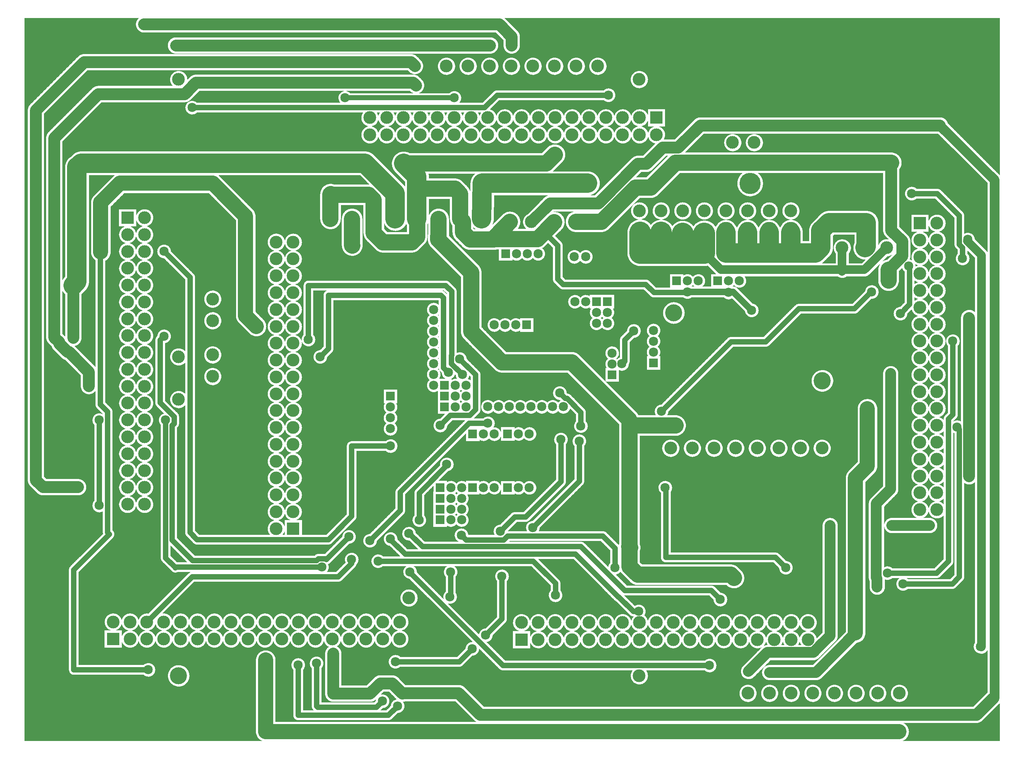
<source format=gtl>
%FSLAX44Y44*%
%MOMM*%
G71*
G01*
G75*
G04 Layer_Physical_Order=1*
G04 Layer_Color=255*
%ADD10C,0.1016*%
%ADD11C,3.8100*%
%ADD12C,1.2700*%
%ADD13C,2.0320*%
%ADD14C,2.2860*%
%ADD15C,4.5720*%
%ADD16C,3.5560*%
%ADD17C,2.7940*%
%ADD18C,5.0800*%
%ADD19C,2.5400*%
%ADD20C,1.5240*%
%ADD21C,1.1430*%
%ADD22C,3.0000*%
%ADD23R,3.0000X3.0000*%
%ADD24R,3.0000X3.0000*%
%ADD25C,2.1590*%
%ADD26R,2.1590X2.1590*%
%ADD27R,2.1590X2.1590*%
%ADD28C,5.0000*%
%ADD29O,4.0000X5.0000*%
%ADD30C,4.0000*%
%ADD31O,3.0000X4.0000*%
%ADD32C,3.8100*%
D10*
X3945689Y3138308D02*
X3944853Y3140709D01*
X3943713Y3142981D01*
X3942287Y3145086D01*
X3940601Y3146988D01*
X3938682Y3148655D01*
X3936563Y3150060D01*
X3934280Y3151178D01*
X3931871Y3151990D01*
X3929377Y3152483D01*
X3926840Y3152648D01*
X3832098Y3030476D02*
X3833611Y3032692D01*
X3834875Y3035059D01*
X3835873Y3037549D01*
X3836595Y3040133D01*
X3837032Y3042781D01*
X3837178Y3045460D01*
X3837043Y3048035D01*
X3836640Y3050583D01*
X3835972Y3053073D01*
X3835048Y3055481D01*
X3833877Y3057779D01*
X3832473Y3059942D01*
X3830850Y3061946D01*
X3829026Y3063770D01*
X3827022Y3065392D01*
X3824859Y3066797D01*
X3822561Y3067968D01*
X3820154Y3068892D01*
X3817662Y3069560D01*
X3815115Y3069963D01*
X3812540Y3070098D01*
X3928931Y2981512D02*
X3927122Y2982996D01*
X3925059Y2984099D01*
X3922819Y2984779D01*
X3920490Y2985008D01*
X3928940Y2981502D02*
X3927130Y2982991D01*
X3925064Y2984097D01*
X3922822Y2984778D01*
X3920490Y2985008D01*
X3984498Y2921000D02*
X3984268Y2923332D01*
X3983587Y2925574D01*
X3982481Y2927640D01*
X3980992Y2929450D01*
X3984498Y2921000D02*
X3984268Y2923329D01*
X3983589Y2925569D01*
X3982486Y2927632D01*
X3981001Y2929442D01*
X3925746Y2883674D02*
X3928252Y2884567D01*
X3930622Y2885775D01*
X3932817Y2887280D01*
X3934799Y2889054D01*
X3936536Y2891070D01*
X3937998Y2893293D01*
X3939162Y2895685D01*
X3940007Y2898208D01*
X3940520Y2900819D01*
X3940692Y2903474D01*
X3940540Y2905976D01*
X3940084Y2908441D01*
X3939332Y2910832D01*
X3938296Y2913114D01*
X3936989Y2915253D01*
X3935433Y2917218D01*
X3933649Y2918979D01*
X3931664Y2920510D01*
X3929508Y2921789D01*
X3927213Y2922796D01*
X3924812Y2923517D01*
X3922342Y2923940D01*
X3919838Y2924060D01*
X3917338Y2923875D01*
X3914879Y2923388D01*
X3912498Y2922606D01*
X3910229Y2921540D01*
X3908107Y2920206D01*
X3906163Y2918624D01*
X3904425Y2916817D01*
X3902920Y2914813D01*
X3901669Y2912641D01*
X3900692Y2910333D01*
Y2896615D02*
X3901646Y2894356D01*
X3902861Y2892225D01*
X3904321Y2890255D01*
X3906005Y2888471D01*
X3907889Y2886901D01*
X3909946Y2885566D01*
X3912148Y2884485D01*
X3914463Y2883674D01*
X3872020Y2985008D02*
X3870042Y2986597D01*
X3867843Y2987862D01*
X3865475Y2988772D01*
X3862994Y2989305D01*
X3860461Y2989449D01*
X3857937Y2989201D01*
X3855481Y2988565D01*
X3853152Y2987558D01*
X3851007Y2986204D01*
X3849096Y2984534D01*
X3847467Y2982590D01*
X3846157Y2980417D01*
X3845198Y2978068D01*
X3844613Y2975599D01*
X3844417Y2973070D01*
X3844613Y2970540D01*
X3845198Y2968072D01*
X3846157Y2965723D01*
X3847467Y2963550D01*
X3849096Y2961606D01*
X3851007Y2959936D01*
X3853152Y2958582D01*
X3855481Y2957575D01*
X3857937Y2956939D01*
X3860461Y2956690D01*
X3862994Y2956835D01*
X3865475Y2957368D01*
X3867843Y2958278D01*
X3870042Y2959543D01*
X3872020Y2961132D01*
X3666490Y2932938D02*
X3664011Y2932830D01*
X3661550Y2932506D01*
X3659127Y2931969D01*
X3656760Y2931223D01*
X3654467Y2930273D01*
X3652266Y2929127D01*
X3650173Y2927793D01*
X3648204Y2926282D01*
X3646374Y2924606D01*
X3666490Y2932938D02*
X3664011Y2932830D01*
X3661550Y2932506D01*
X3659127Y2931969D01*
X3656760Y2931223D01*
X3654467Y2930273D01*
X3652266Y2929127D01*
X3650173Y2927793D01*
X3648204Y2926282D01*
X3646374Y2924606D01*
X3782568Y2904490D02*
X3782460Y2906969D01*
X3782136Y2909430D01*
X3781599Y2911853D01*
X3780852Y2914220D01*
X3779903Y2916512D01*
X3778757Y2918714D01*
X3777423Y2920807D01*
X3775912Y2922776D01*
X3774236Y2924606D01*
X3772406Y2926282D01*
X3770437Y2927793D01*
X3768344Y2929127D01*
X3766143Y2930273D01*
X3763850Y2931223D01*
X3761483Y2931969D01*
X3759060Y2932506D01*
X3756599Y2932830D01*
X3754120Y2932938D01*
X3782568Y2904490D02*
X3782460Y2906969D01*
X3782136Y2909430D01*
X3781599Y2911853D01*
X3780852Y2914220D01*
X3779903Y2916512D01*
X3778757Y2918714D01*
X3777423Y2920807D01*
X3775912Y2922776D01*
X3774236Y2924606D01*
X3772406Y2926282D01*
X3770437Y2927793D01*
X3768344Y2929127D01*
X3766143Y2930273D01*
X3763850Y2931223D01*
X3761483Y2931969D01*
X3759060Y2932506D01*
X3756599Y2932830D01*
X3754120Y2932938D01*
X3511564Y3092704D02*
X3511408Y3095234D01*
X3510942Y3097726D01*
X3510174Y3100141D01*
X3509114Y3102444D01*
X3507780Y3104599D01*
X3506191Y3106574D01*
X3504371Y3108339D01*
X3502348Y3109866D01*
X3500153Y3111134D01*
X3497819Y3112122D01*
X3495381Y3112815D01*
X3492876Y3113204D01*
X3490342Y3113282D01*
X3487818Y3113048D01*
X3485342Y3112506D01*
X3482951Y3111664D01*
X3480682Y3110534D01*
X3478569Y3109134D01*
X3476644Y3107484D01*
X3474936Y3105611D01*
X3473472Y3103542D01*
X3472273Y3101309D01*
X3471357Y3098945D01*
X3470739Y3096487D01*
X3470427Y3093971D01*
Y3091436D01*
X3470739Y3088921D01*
X3471357Y3086463D01*
X3472273Y3084099D01*
X3473472Y3081866D01*
X3474936Y3079797D01*
X3476644Y3077924D01*
X3478569Y3076274D01*
X3480682Y3074874D01*
X3482951Y3073745D01*
X3485342Y3072902D01*
X3487818Y3072360D01*
X3490342Y3072126D01*
X3492876Y3072204D01*
X3495381Y3072593D01*
X3497819Y3073286D01*
X3500153Y3074274D01*
X3502348Y3075542D01*
X3504371Y3077069D01*
X3506191Y3078834D01*
X3507780Y3080809D01*
X3509114Y3082964D01*
X3510174Y3085267D01*
X3510942Y3087682D01*
X3511408Y3090174D01*
X3511564Y3092704D01*
X3460764D02*
X3460608Y3095234D01*
X3460142Y3097726D01*
X3459374Y3100141D01*
X3458314Y3102444D01*
X3456980Y3104599D01*
X3455391Y3106574D01*
X3453571Y3108339D01*
X3451548Y3109866D01*
X3449353Y3111134D01*
X3447018Y3112122D01*
X3444580Y3112815D01*
X3442076Y3113204D01*
X3439542Y3113282D01*
X3437018Y3113048D01*
X3434542Y3112506D01*
X3432151Y3111664D01*
X3429882Y3110534D01*
X3427769Y3109134D01*
X3425844Y3107484D01*
X3424136Y3105611D01*
X3422672Y3103542D01*
X3421472Y3101309D01*
X3420557Y3098945D01*
X3419938Y3096487D01*
X3419627Y3093971D01*
Y3091436D01*
X3419938Y3088921D01*
X3420557Y3086463D01*
X3421472Y3084099D01*
X3422672Y3081866D01*
X3424136Y3079797D01*
X3425844Y3077924D01*
X3427769Y3076274D01*
X3429882Y3074874D01*
X3432151Y3073745D01*
X3434542Y3072902D01*
X3437018Y3072360D01*
X3439542Y3072126D01*
X3442076Y3072204D01*
X3444580Y3072593D01*
X3447018Y3073286D01*
X3449353Y3074274D01*
X3451548Y3075542D01*
X3453571Y3077069D01*
X3455391Y3078834D01*
X3456980Y3080809D01*
X3458314Y3082964D01*
X3459374Y3085267D01*
X3460142Y3087682D01*
X3460608Y3090174D01*
X3460764Y3092704D01*
X3597416Y2932430D02*
X3597263Y2934933D01*
X3596807Y2937399D01*
X3596055Y2939791D01*
X3595017Y2942074D01*
X3593710Y2944214D01*
X3592152Y2946179D01*
X3590367Y2947940D01*
X3588381Y2949471D01*
X3586223Y2950749D01*
X3583927Y2951755D01*
X3581525Y2952475D01*
X3579053Y2952897D01*
X3576548Y2953016D01*
X3574047Y2952829D01*
X3571588Y2952340D01*
X3569206Y2951555D01*
X3566938Y2950487D01*
X3564816Y2949150D01*
X3562872Y2947566D01*
X3561135Y2945757D01*
X3559631Y2943750D01*
X3558383Y2941576D01*
X3557408Y2939265D01*
X3556721Y2936854D01*
X3556332Y2934376D01*
X3556248Y2931870D01*
X3556469Y2929372D01*
X3556991Y2926920D01*
X3557808Y2924549D01*
X3558907Y2922295D01*
X3560273Y2920191D01*
X3561883Y2918269D01*
X3563716Y2916558D01*
X3565743Y2915081D01*
X3567934Y2913862D01*
X3570258Y2912919D01*
X3572679Y2912264D01*
X3575161Y2911909D01*
X3511658Y2997000D02*
X3511557Y2999480D01*
X3511256Y3001943D01*
X3510756Y3004374D01*
X3510060Y3006757D01*
X3509174Y3009075D01*
X3508102Y3011313D01*
X3506853Y3013458D01*
X3505434Y3015494D01*
X3503854Y3017408D01*
X3502125Y3019188D01*
X3500257Y3020822D01*
X3511658Y2997000D02*
X3511557Y2999480D01*
X3511256Y3001943D01*
X3510756Y3004374D01*
X3510060Y3006757D01*
X3509174Y3009075D01*
X3508102Y3011313D01*
X3506853Y3013458D01*
X3505434Y3015494D01*
X3503854Y3017408D01*
X3502125Y3019188D01*
X3500257Y3020822D01*
X3461883D02*
X3459989Y3019164D01*
X3458238Y3017355D01*
X3456641Y3015408D01*
X3455210Y3013336D01*
X3453954Y3011154D01*
X3452882Y3008876D01*
X3452000Y3006518D01*
X3451316Y3004095D01*
X3450833Y3001624D01*
X3450556Y2999122D01*
X3450485Y2996605D01*
X3450621Y2994091D01*
X3450963Y2991597D01*
X3451509Y2989139D01*
X3452256Y2986735D01*
X3453198Y2984400D01*
X3454329Y2982150D01*
X3455640Y2980001D01*
X3457125Y2977968D01*
X3458771Y2976063D01*
X3460569Y2974300D01*
X3462505Y2972690D01*
X3464567Y2971246D01*
X3466741Y2969976D01*
X3469012Y2968889D01*
X3471364Y2967993D01*
X3473783Y2967293D01*
X3476251Y2966794D01*
X3478751Y2966500D01*
X3481267Y2966413D01*
X3483782Y2966533D01*
X3486279Y2966859D01*
X3488740Y2967389D01*
X3491149Y2968120D01*
X3493490Y2969047D01*
X3495747Y2970163D01*
X3497904Y2971461D01*
X3499948Y2972932D01*
X3501863Y2974566D01*
X3503638Y2976352D01*
X3505259Y2978278D01*
X3506717Y2980331D01*
X3508001Y2982497D01*
X3509102Y2984761D01*
X3510014Y2987108D01*
X3510730Y2989521D01*
X3511244Y2991986D01*
X3511554Y2994484D01*
X3511658Y2997000D01*
X3461883Y3020822D02*
X3459989Y3019164D01*
X3458238Y3017355D01*
X3456641Y3015408D01*
X3455210Y3013336D01*
X3453954Y3011154D01*
X3452882Y3008876D01*
X3452000Y3006518D01*
X3451316Y3004095D01*
X3450833Y3001624D01*
X3450556Y2999122D01*
X3450485Y2996605D01*
X3450621Y2994091D01*
X3450963Y2991597D01*
X3451509Y2989139D01*
X3452256Y2986735D01*
X3453198Y2984400D01*
X3454329Y2982150D01*
X3455640Y2980001D01*
X3457125Y2977968D01*
X3458771Y2976063D01*
X3460569Y2974300D01*
X3462505Y2972690D01*
X3464567Y2971246D01*
X3466741Y2969976D01*
X3469012Y2968889D01*
X3471364Y2967993D01*
X3473783Y2967293D01*
X3476251Y2966794D01*
X3478751Y2966500D01*
X3481267Y2966413D01*
X3483782Y2966533D01*
X3486279Y2966859D01*
X3488740Y2967389D01*
X3491149Y2968120D01*
X3493490Y2969047D01*
X3495747Y2970163D01*
X3497904Y2971461D01*
X3499948Y2972932D01*
X3501863Y2974566D01*
X3503638Y2976352D01*
X3505259Y2978278D01*
X3506717Y2980331D01*
X3508001Y2982497D01*
X3509102Y2984761D01*
X3510014Y2987108D01*
X3510730Y2989521D01*
X3511244Y2991986D01*
X3511554Y2994484D01*
X3511658Y2997000D01*
X3546616Y2932430D02*
X3546460Y2934960D01*
X3545994Y2937452D01*
X3545226Y2939867D01*
X3544166Y2942170D01*
X3542832Y2944325D01*
X3541243Y2946300D01*
X3539423Y2948065D01*
X3537400Y2949592D01*
X3535205Y2950860D01*
X3532870Y2951848D01*
X3530432Y2952541D01*
X3527928Y2952930D01*
X3525394Y2953008D01*
X3522870Y2952774D01*
X3520394Y2952232D01*
X3518003Y2951389D01*
X3515734Y2950260D01*
X3513621Y2948860D01*
X3511696Y2947210D01*
X3509988Y2945337D01*
X3508524Y2943268D01*
X3507325Y2941035D01*
X3506409Y2938671D01*
X3505790Y2936213D01*
X3505479Y2933698D01*
Y2931163D01*
X3505790Y2928647D01*
X3506409Y2926189D01*
X3507325Y2923825D01*
X3508524Y2921592D01*
X3509988Y2919523D01*
X3511696Y2917650D01*
X3513621Y2916000D01*
X3515734Y2914600D01*
X3518003Y2913470D01*
X3520394Y2912628D01*
X3522870Y2912086D01*
X3525394Y2911852D01*
X3527928Y2911930D01*
X3530432Y2912319D01*
X3532870Y2913012D01*
X3535205Y2914001D01*
X3537400Y2915268D01*
X3539423Y2916795D01*
X3541243Y2918560D01*
X3542832Y2920535D01*
X3544166Y2922690D01*
X3545226Y2924993D01*
X3545994Y2927408D01*
X3546460Y2929900D01*
X3546616Y2932430D01*
X3578495Y2911909D02*
X3581023Y2912274D01*
X3583487Y2912949D01*
X3585848Y2913923D01*
X3588070Y2915182D01*
X3590119Y2916707D01*
X3591964Y2918474D01*
X3593575Y2920456D01*
X3594930Y2922621D01*
X3596005Y2924938D01*
X3596785Y2927371D01*
X3597258Y2929881D01*
X3597416Y2932430D01*
X3627324Y2905556D02*
X3625648Y2903726D01*
X3624137Y2901757D01*
X3622803Y2899664D01*
X3621657Y2897462D01*
X3620708Y2895170D01*
X3619961Y2892803D01*
X3619424Y2890380D01*
X3619100Y2887919D01*
X3618992Y2885440D01*
X3627324Y2905556D02*
X3625648Y2903726D01*
X3624137Y2901757D01*
X3622803Y2899664D01*
X3621657Y2897462D01*
X3620708Y2895170D01*
X3619961Y2892803D01*
X3619424Y2890380D01*
X3619100Y2887919D01*
X3618992Y2885440D01*
X3598895Y2899330D02*
X3597529Y2901416D01*
X3595967Y2903359D01*
X3594223Y2905142D01*
X3592314Y2906745D01*
X3590259Y2908156D01*
X3588075Y2909360D01*
X3585785Y2910345D01*
X3583410Y2911103D01*
X3580972Y2911626D01*
X3578495Y2911909D01*
X3605276Y2881376D02*
X3605172Y2883802D01*
X3604862Y2886210D01*
X3604348Y2888583D01*
X3603633Y2890903D01*
X3602723Y2893154D01*
X3601624Y2895320D01*
X3600345Y2897383D01*
X3598895Y2899330D01*
X3575161Y2911909D02*
X3572684Y2911626D01*
X3570246Y2911103D01*
X3567871Y2910345D01*
X3565581Y2909360D01*
X3563397Y2908156D01*
X3561341Y2906745D01*
X3559433Y2905142D01*
X3557689Y2903359D01*
X3556127Y2901416D01*
X3554761Y2899330D01*
X3552917Y2896789D01*
X3551364Y2894059D01*
X3551364D02*
X3549861Y2896654D01*
X3548094Y2899076D01*
X3546706Y2901195D01*
X3545114Y2903166D01*
X3543335Y2904969D01*
X3541386Y2906588D01*
X3539287Y2908007D01*
X3537059Y2909211D01*
X3534721Y2910188D01*
X3532299Y2910930D01*
X3529815Y2911428D01*
X3527295Y2911678D01*
X3524761D01*
X3522241Y2911428D01*
X3519757Y2910930D01*
X3517335Y2910188D01*
X3514997Y2909211D01*
X3512769Y2908007D01*
X3510670Y2906588D01*
X3508721Y2904969D01*
X3506942Y2903166D01*
X3505351Y2901195D01*
X3503961Y2899076D01*
X3495816Y2932430D02*
X3495663Y2934933D01*
X3495208Y2937399D01*
X3494455Y2939791D01*
X3493417Y2942074D01*
X3492110Y2944214D01*
X3490552Y2946179D01*
X3488767Y2947940D01*
X3486781Y2949471D01*
X3484624Y2950749D01*
X3482327Y2951755D01*
X3479925Y2952475D01*
X3477453Y2952897D01*
X3474948Y2953016D01*
X3472447Y2952829D01*
X3469988Y2952340D01*
X3467606Y2951555D01*
X3465338Y2950487D01*
X3463216Y2949150D01*
X3461272Y2947566D01*
X3459536Y2945757D01*
X3458032Y2943750D01*
X3456783Y2941576D01*
X3455808Y2939265D01*
X3455121Y2936854D01*
X3454732Y2934376D01*
X3454648Y2931870D01*
X3454868Y2929372D01*
X3455391Y2926920D01*
X3456208Y2924549D01*
X3457307Y2922295D01*
X3458672Y2920191D01*
X3460283Y2918269D01*
X3462116Y2916558D01*
X3464143Y2915081D01*
X3466334Y2913862D01*
X3468658Y2912919D01*
X3471078Y2912264D01*
X3473561Y2911909D01*
X3445016Y2932430D02*
X3444860Y2934960D01*
X3444394Y2937452D01*
X3443626Y2939867D01*
X3442566Y2942170D01*
X3441232Y2944325D01*
X3439643Y2946300D01*
X3437823Y2948065D01*
X3435800Y2949592D01*
X3433605Y2950860D01*
X3431270Y2951848D01*
X3428832Y2952541D01*
X3426328Y2952930D01*
X3423794Y2953008D01*
X3421270Y2952774D01*
X3418794Y2952232D01*
X3416403Y2951389D01*
X3414134Y2950260D01*
X3412021Y2948860D01*
X3410096Y2947210D01*
X3408388Y2945337D01*
X3406924Y2943268D01*
X3405724Y2941035D01*
X3404809Y2938671D01*
X3404191Y2936213D01*
X3403879Y2933698D01*
Y2931163D01*
X3404191Y2928647D01*
X3404809Y2926189D01*
X3405724Y2923825D01*
X3406924Y2921592D01*
X3408388Y2919523D01*
X3410096Y2917650D01*
X3412021Y2916000D01*
X3414134Y2914600D01*
X3416403Y2913470D01*
X3418794Y2912628D01*
X3421270Y2912086D01*
X3423794Y2911852D01*
X3426328Y2911930D01*
X3428832Y2912319D01*
X3431270Y2913012D01*
X3433605Y2914001D01*
X3435800Y2915268D01*
X3437823Y2916795D01*
X3439643Y2918560D01*
X3441232Y2920535D01*
X3442566Y2922690D01*
X3443626Y2924993D01*
X3444394Y2927408D01*
X3444860Y2929900D01*
X3445016Y2932430D01*
X3394216D02*
X3394060Y2934960D01*
X3393594Y2937452D01*
X3392826Y2939867D01*
X3391766Y2942170D01*
X3390432Y2944325D01*
X3388843Y2946300D01*
X3387023Y2948065D01*
X3385000Y2949592D01*
X3382805Y2950860D01*
X3380471Y2951848D01*
X3378033Y2952541D01*
X3375528Y2952930D01*
X3372994Y2953008D01*
X3370470Y2952774D01*
X3367994Y2952232D01*
X3365603Y2951389D01*
X3363334Y2950260D01*
X3361221Y2948860D01*
X3359296Y2947210D01*
X3357588Y2945337D01*
X3356124Y2943268D01*
X3354925Y2941035D01*
X3354009Y2938671D01*
X3353391Y2936213D01*
X3353079Y2933698D01*
Y2931163D01*
X3353391Y2928647D01*
X3354009Y2926189D01*
X3354925Y2923825D01*
X3356124Y2921592D01*
X3357588Y2919523D01*
X3359296Y2917650D01*
X3361221Y2916000D01*
X3363334Y2914600D01*
X3365603Y2913470D01*
X3367994Y2912628D01*
X3370470Y2912086D01*
X3372994Y2911852D01*
X3375528Y2911930D01*
X3378033Y2912319D01*
X3380471Y2913012D01*
X3382805Y2914001D01*
X3385000Y2915268D01*
X3387023Y2916795D01*
X3388843Y2918560D01*
X3390432Y2920535D01*
X3391766Y2922690D01*
X3392826Y2924993D01*
X3393594Y2927408D01*
X3394060Y2929900D01*
X3394216Y2932430D01*
X3476895Y2911909D02*
X3479424Y2912274D01*
X3481887Y2912949D01*
X3484248Y2913923D01*
X3486470Y2915182D01*
X3488519Y2916707D01*
X3490364Y2918474D01*
X3491975Y2920456D01*
X3493329Y2922621D01*
X3494405Y2924938D01*
X3495185Y2927371D01*
X3495658Y2929881D01*
X3495816Y2932430D01*
X3503961Y2899076D02*
X3502195Y2896654D01*
X3500692Y2894059D01*
X3500692D02*
X3499139Y2896789D01*
X3497295Y2899330D01*
X3473561Y2911909D02*
X3471084Y2911626D01*
X3468646Y2911103D01*
X3466271Y2910345D01*
X3463981Y2909360D01*
X3461797Y2908156D01*
X3459742Y2906745D01*
X3457833Y2905142D01*
X3456089Y2903359D01*
X3454527Y2901416D01*
X3453161Y2899330D01*
X3497295D02*
X3495929Y2901416D01*
X3494367Y2903359D01*
X3492623Y2905142D01*
X3490715Y2906745D01*
X3488659Y2908156D01*
X3486475Y2909360D01*
X3484185Y2910345D01*
X3481810Y2911103D01*
X3479372Y2911626D01*
X3476895Y2911909D01*
X3453161Y2899330D02*
X3451317Y2896789D01*
X3449764Y2894059D01*
X3449764D02*
X3448262Y2896654D01*
X3446495Y2899076D01*
X3445106Y2901195D01*
X3443514Y2903166D01*
X3441735Y2904969D01*
X3439786Y2906588D01*
X3437687Y2908007D01*
X3435459Y2909211D01*
X3433122Y2910188D01*
X3430699Y2910930D01*
X3428216Y2911428D01*
X3425695Y2911678D01*
X3423161D01*
X3420641Y2911428D01*
X3418157Y2910930D01*
X3415735Y2910188D01*
X3413398Y2909211D01*
X3411169Y2908007D01*
X3409070Y2906588D01*
X3407121Y2904969D01*
X3405342Y2903166D01*
X3403751Y2901195D01*
X3402361Y2899076D01*
X3401062Y2897349D01*
X3399897Y2895528D01*
X3398419Y2897681D01*
X3396766Y2899703D01*
X3394948Y2901578D01*
X3392979Y2903293D01*
X3390872Y2904837D01*
X3388643Y2906198D01*
X3386307Y2907365D01*
X3383881Y2908333D01*
X3381382Y2909092D01*
X3378828Y2909639D01*
X3376237Y2909968D01*
X3373628Y2910078D01*
X4009242Y2865949D02*
X4008907Y2868517D01*
X4008171Y2871000D01*
X4007054Y2873337D01*
X4005581Y2875468D01*
X4003792Y2877340D01*
X4001730Y2878907D01*
X3999447Y2880129D01*
X3997000Y2880977D01*
X3994449Y2881428D01*
X3991859Y2881471D01*
X3989295Y2881106D01*
X3986821Y2880341D01*
X3984498Y2879196D01*
X3960622Y2853419D02*
X3960851Y2851090D01*
X3961531Y2848851D01*
X3962634Y2846787D01*
X3964119Y2844978D01*
X3960622Y2853419D02*
X3960852Y2851087D01*
X3961533Y2848845D01*
X3962639Y2846779D01*
X3964128Y2844969D01*
X4037965Y2836667D02*
X4035765Y2839425D01*
X4037965Y2836667D02*
X4035755Y2839436D01*
X3968242Y2831890D02*
X3966645Y2829901D01*
X3965377Y2827689D01*
X3964467Y2825306D01*
X3963937Y2822811D01*
X3963802Y2820264D01*
X3964064Y2817727D01*
X3964716Y2815261D01*
X3965742Y2812926D01*
X3967119Y2810779D01*
X3968813Y2808872D01*
X3970782Y2807251D01*
X3972979Y2805955D01*
X3975350Y2805015D01*
X3977838Y2804455D01*
X3980383Y2804288D01*
X3982923Y2804518D01*
X3985397Y2805140D01*
X3987744Y2806138D01*
X3989908Y2807488D01*
X3991836Y2809157D01*
X3993482Y2811106D01*
X3994805Y2813287D01*
X3995774Y2815646D01*
X3996364Y2818127D01*
X3996563Y2820670D01*
Y2820670D02*
X3996377Y2823133D01*
X3995823Y2825539D01*
X3994913Y2827835D01*
X3993669Y2829968D01*
X3992118Y2831890D01*
X3940692Y2863874D02*
X3940520Y2866529D01*
X3940007Y2869140D01*
X3939162Y2871663D01*
X3937998Y2874055D01*
X3936536Y2876278D01*
X3934799Y2878293D01*
X3932817Y2880068D01*
X3930622Y2881573D01*
X3928252Y2882781D01*
X3925746Y2883674D01*
X3914463Y2883674D02*
X3912188Y2882880D01*
X3910023Y2881825D01*
X3907995Y2880524D01*
X3906133Y2878996D01*
X3904462Y2877261D01*
X3903006Y2875342D01*
X3901783Y2873266D01*
X3900811Y2871062D01*
X3900104Y2868759D01*
X3925746Y2844074D02*
X3928252Y2844967D01*
X3930622Y2846176D01*
X3932817Y2847680D01*
X3934799Y2849454D01*
X3936536Y2851470D01*
X3937998Y2853693D01*
X3939162Y2856086D01*
X3940007Y2858608D01*
X3940520Y2861219D01*
X3940692Y2863874D01*
X3900104Y2858989D02*
X3900811Y2856686D01*
X3901783Y2854482D01*
X3903006Y2852406D01*
X3904462Y2850487D01*
X3906133Y2848752D01*
X3907995Y2847224D01*
X3910023Y2845923D01*
X3912188Y2844868D01*
X3914463Y2844074D01*
X3940692Y2824274D02*
X3940520Y2826929D01*
X3940007Y2829540D01*
X3939162Y2832063D01*
X3937998Y2834455D01*
X3936536Y2836678D01*
X3934799Y2838694D01*
X3932817Y2840468D01*
X3930622Y2841972D01*
X3928252Y2843181D01*
X3925746Y2844074D01*
Y2804474D02*
X3928252Y2805367D01*
X3930622Y2806576D01*
X3932817Y2808080D01*
X3934799Y2809854D01*
X3936536Y2811870D01*
X3937998Y2814093D01*
X3939162Y2816485D01*
X3940007Y2819008D01*
X3940520Y2821619D01*
X3940692Y2824274D01*
X3914463Y2844074D02*
X3912188Y2843279D01*
X3910023Y2842225D01*
X3907995Y2840924D01*
X3906133Y2839396D01*
X3904462Y2837661D01*
X3903006Y2835742D01*
X3901783Y2833666D01*
X3900811Y2831462D01*
X3900104Y2829159D01*
Y2819389D02*
X3900811Y2817086D01*
X3901783Y2814882D01*
X3903006Y2812806D01*
X3904462Y2810887D01*
X3906133Y2809152D01*
X3907995Y2807624D01*
X3910023Y2806323D01*
X3912188Y2805269D01*
X3914463Y2804474D01*
X3925746Y2764874D02*
X3928252Y2765767D01*
X3930622Y2766975D01*
X3932817Y2768480D01*
X3934799Y2770255D01*
X3936536Y2772270D01*
X3937998Y2774492D01*
X3939162Y2776885D01*
X3940007Y2779408D01*
X3940520Y2782019D01*
X3940692Y2784674D01*
X3940520Y2787329D01*
X3940007Y2789940D01*
X3939162Y2792462D01*
X3937998Y2794855D01*
X3936536Y2797078D01*
X3934799Y2799094D01*
X3932817Y2800868D01*
X3930622Y2802372D01*
X3928252Y2803581D01*
X3925746Y2804474D01*
X3900104Y2779789D02*
X3900811Y2777486D01*
X3901783Y2775282D01*
X3903006Y2773206D01*
X3904462Y2771288D01*
X3906133Y2769552D01*
X3907995Y2768024D01*
X3910023Y2766723D01*
X3912188Y2765669D01*
X3914463Y2764874D01*
Y2804474D02*
X3912188Y2803680D01*
X3910023Y2802625D01*
X3907995Y2801324D01*
X3906133Y2799796D01*
X3904462Y2798061D01*
X3903006Y2796142D01*
X3901783Y2794066D01*
X3900811Y2791862D01*
X3900104Y2789559D01*
X3940692Y2745074D02*
X3940520Y2747729D01*
X3940007Y2750340D01*
X3939162Y2752863D01*
X3937998Y2755255D01*
X3936536Y2757478D01*
X3934799Y2759494D01*
X3932817Y2761268D01*
X3930622Y2762773D01*
X3928252Y2763981D01*
X3925746Y2764874D01*
Y2725274D02*
X3928252Y2726167D01*
X3930622Y2727375D01*
X3932817Y2728880D01*
X3934799Y2730655D01*
X3936536Y2732670D01*
X3937998Y2734893D01*
X3939162Y2737285D01*
X3940007Y2739808D01*
X3940520Y2742419D01*
X3940692Y2745074D01*
Y2705474D02*
X3940520Y2708129D01*
X3940007Y2710740D01*
X3939162Y2713263D01*
X3937998Y2715656D01*
X3936536Y2717878D01*
X3934799Y2719893D01*
X3932817Y2721668D01*
X3930622Y2723173D01*
X3928252Y2724381D01*
X3925746Y2725274D01*
X3914463Y2764874D02*
X3912188Y2764080D01*
X3910023Y2763025D01*
X3907995Y2761725D01*
X3906133Y2760196D01*
X3904462Y2758461D01*
X3903006Y2756542D01*
X3901783Y2754466D01*
X3900811Y2752262D01*
X3900104Y2749959D01*
Y2740189D02*
X3900811Y2737886D01*
X3901783Y2735682D01*
X3903006Y2733606D01*
X3904462Y2731687D01*
X3906133Y2729952D01*
X3907995Y2728423D01*
X3910023Y2727123D01*
X3912188Y2726068D01*
X3914463Y2725274D01*
Y2725274D02*
X3912188Y2724479D01*
X3910023Y2723425D01*
X3907995Y2722124D01*
X3906133Y2720596D01*
X3904462Y2718860D01*
X3903006Y2716942D01*
X3901783Y2714866D01*
X3900811Y2712662D01*
X3900104Y2710359D01*
X3900104Y2868759D02*
X3899396Y2871064D01*
X3898423Y2873270D01*
X3897199Y2875347D01*
X3895740Y2877267D01*
X3894067Y2879003D01*
X3892203Y2880532D01*
X3890172Y2881832D01*
X3888004Y2882886D01*
X3885746Y2844074D02*
X3888020Y2844868D01*
X3890185Y2845923D01*
X3892213Y2847224D01*
X3894075Y2848752D01*
X3895746Y2850487D01*
X3897202Y2852406D01*
X3898425Y2854482D01*
X3899396Y2856686D01*
X3900104Y2858989D01*
Y2829159D02*
X3899396Y2831462D01*
X3898425Y2833666D01*
X3897202Y2835742D01*
X3895746Y2837661D01*
X3894075Y2839396D01*
X3892213Y2840924D01*
X3890185Y2842225D01*
X3888020Y2843279D01*
X3885746Y2844074D01*
X3858020Y2860972D02*
X3857852Y2863528D01*
X3857352Y2866040D01*
X3856528Y2868465D01*
X3855394Y2870761D01*
X3853969Y2872890D01*
X3852279Y2874814D01*
X3858020Y2860972D02*
X3857853Y2863525D01*
X3857354Y2866034D01*
X3856531Y2868457D01*
X3855400Y2870751D01*
X3853978Y2872878D01*
X3852292Y2874802D01*
X3872204Y2882886D02*
X3869922Y2881768D01*
X3867795Y2880377D01*
X3865856Y2878735D01*
X3864133Y2876866D01*
X3862654Y2874800D01*
X3861441Y2872567D01*
X3860512Y2870202D01*
X3859882Y2867740D01*
X3859560Y2865219D01*
X3859551Y2862678D01*
X3859855Y2860155D01*
X3860467Y2857689D01*
X3861379Y2855316D01*
X3862576Y2853075D01*
X3864040Y2850998D01*
X3865748Y2849117D01*
X3867676Y2847461D01*
X3869792Y2846054D01*
X3872066Y2844920D01*
X3874463Y2844074D01*
Y2844074D02*
X3872012Y2843205D01*
X3869690Y2842034D01*
X3867534Y2840579D01*
X3865579Y2838865D01*
X3863855Y2836917D01*
X3862391Y2834768D01*
X3861210Y2832451D01*
X3860330Y2830004D01*
X3859765Y2827466D01*
X3859525Y2824876D01*
X3859613Y2822278D01*
X3860028Y2819710D01*
X3860764Y2817216D01*
X3885746Y2804474D02*
X3888020Y2805269D01*
X3890185Y2806323D01*
X3892213Y2807624D01*
X3894075Y2809152D01*
X3895746Y2810887D01*
X3897202Y2812806D01*
X3898425Y2814882D01*
X3899396Y2817086D01*
X3900104Y2819389D01*
X3869959Y2802589D02*
X3869817Y2804650D01*
X3869416Y2806678D01*
X3871865Y2805406D01*
X3874463Y2804474D01*
X3856529Y2818608D02*
X3857353Y2821032D01*
X3857852Y2823543D01*
X3858020Y2826098D01*
X3860764Y2817216D02*
X3858694Y2818057D01*
X3856529Y2818608D01*
X3857353Y2821032D01*
X3857852Y2823543D01*
X3858020Y2826098D01*
X3900104Y2789559D02*
X3899396Y2791862D01*
X3898425Y2794066D01*
X3897202Y2796142D01*
X3895746Y2798061D01*
X3894075Y2799796D01*
X3892213Y2801324D01*
X3890185Y2802625D01*
X3888020Y2803680D01*
X3885746Y2804474D01*
X3874463D02*
X3872155Y2803665D01*
X3869959Y2802589D01*
X3837867Y2797844D02*
X3838812Y2795392D01*
X3840138Y2793123D01*
X3841808Y2791096D01*
X3843782Y2789361D01*
X3885746Y2764874D02*
X3888020Y2765669D01*
X3890185Y2766723D01*
X3892213Y2768024D01*
X3894075Y2769552D01*
X3895746Y2771288D01*
X3897202Y2773206D01*
X3898425Y2775282D01*
X3899396Y2777486D01*
X3900104Y2779789D01*
X3867658Y2768274D02*
X3869780Y2766862D01*
X3872060Y2765723D01*
X3874463Y2764874D01*
X3900104Y2749959D02*
X3899396Y2752262D01*
X3898425Y2754466D01*
X3897202Y2756542D01*
X3895746Y2758461D01*
X3894075Y2760196D01*
X3892213Y2761725D01*
X3890185Y2763025D01*
X3888020Y2764080D01*
X3885746Y2764874D01*
Y2725274D02*
X3888020Y2726068D01*
X3890185Y2727123D01*
X3892213Y2728423D01*
X3894075Y2729952D01*
X3895746Y2731687D01*
X3897202Y2733606D01*
X3898425Y2735682D01*
X3899396Y2737886D01*
X3900104Y2740189D01*
X3874463Y2764874D02*
X3872060Y2764025D01*
X3869780Y2762886D01*
X3867658Y2761474D01*
Y2728674D02*
X3869780Y2727262D01*
X3872060Y2726123D01*
X3874463Y2725274D01*
X3900104Y2710359D02*
X3899396Y2712662D01*
X3898425Y2714866D01*
X3897202Y2716942D01*
X3895746Y2718860D01*
X3894075Y2720596D01*
X3892213Y2722124D01*
X3890185Y2723425D01*
X3888020Y2724479D01*
X3885746Y2725274D01*
X3874463D02*
X3872060Y2724425D01*
X3869780Y2723286D01*
X3867658Y2721874D01*
X4008882Y2695158D02*
X4006938Y2696777D01*
X4004801Y2698131D01*
X4002508Y2699199D01*
X4000096Y2699961D01*
X3997605Y2700406D01*
X3995078Y2700525D01*
X3992556Y2700317D01*
X3990083Y2699786D01*
X3987699Y2698940D01*
X3985444Y2697792D01*
X3983356Y2696364D01*
X3981470Y2694678D01*
X3979817Y2692763D01*
X3978426Y2690650D01*
X3977318Y2688376D01*
X3976514Y2685977D01*
X3976026Y2683495D01*
X3975862Y2680970D01*
X3969258Y2615140D02*
X3970809Y2617062D01*
X3972053Y2619195D01*
X3972963Y2621491D01*
X3973517Y2623897D01*
X3973703Y2626360D01*
X3973505Y2628903D01*
X3972914Y2631384D01*
X3971945Y2633743D01*
X3970622Y2635924D01*
X3968976Y2637873D01*
X3967048Y2639542D01*
X3964884Y2640892D01*
X3962537Y2641890D01*
X3960063Y2642512D01*
X3957523Y2642742D01*
X3954978Y2642575D01*
X3952490Y2642015D01*
X3950118Y2641075D01*
X3947922Y2639779D01*
X3945953Y2638158D01*
X3944260Y2636251D01*
X3942883Y2634104D01*
X3941856Y2631769D01*
X3941204Y2629303D01*
X3940942Y2626766D01*
X3941078Y2624219D01*
X3941606Y2621724D01*
X3942516Y2619341D01*
X3943785Y2617129D01*
X3945382Y2615140D01*
X3925746Y2685674D02*
X3928252Y2686567D01*
X3930622Y2687776D01*
X3932817Y2689280D01*
X3934799Y2691054D01*
X3936536Y2693070D01*
X3937998Y2695293D01*
X3939162Y2697686D01*
X3940007Y2700208D01*
X3940520Y2702819D01*
X3940692Y2705474D01*
Y2665874D02*
X3940520Y2668529D01*
X3940007Y2671140D01*
X3939162Y2673663D01*
X3937998Y2676055D01*
X3936536Y2678278D01*
X3934799Y2680294D01*
X3932817Y2682068D01*
X3930622Y2683572D01*
X3928252Y2684781D01*
X3925746Y2685674D01*
Y2646074D02*
X3928252Y2646967D01*
X3930622Y2648176D01*
X3932817Y2649680D01*
X3934799Y2651454D01*
X3936536Y2653470D01*
X3937998Y2655693D01*
X3939162Y2658085D01*
X3940007Y2660608D01*
X3940520Y2663219D01*
X3940692Y2665874D01*
Y2626274D02*
X3940520Y2628929D01*
X3940007Y2631540D01*
X3939162Y2634063D01*
X3937998Y2636455D01*
X3936536Y2638678D01*
X3934799Y2640694D01*
X3932817Y2642468D01*
X3930622Y2643972D01*
X3928252Y2645181D01*
X3925746Y2646074D01*
Y2606474D02*
X3928252Y2607367D01*
X3930622Y2608576D01*
X3932817Y2610080D01*
X3934799Y2611855D01*
X3936536Y2613870D01*
X3937998Y2616093D01*
X3939162Y2618485D01*
X3940007Y2621008D01*
X3940520Y2623619D01*
X3940692Y2626274D01*
Y2586674D02*
X3940520Y2589329D01*
X3940007Y2591940D01*
X3939162Y2594463D01*
X3937998Y2596855D01*
X3936536Y2599078D01*
X3934799Y2601094D01*
X3932817Y2602868D01*
X3930622Y2604373D01*
X3928252Y2605581D01*
X3925746Y2606474D01*
Y2566874D02*
X3928252Y2567767D01*
X3930622Y2568976D01*
X3932817Y2570480D01*
X3934799Y2572255D01*
X3936536Y2574270D01*
X3937998Y2576493D01*
X3939162Y2578885D01*
X3940007Y2581408D01*
X3940520Y2584019D01*
X3940692Y2586674D01*
Y2547074D02*
X3940520Y2549729D01*
X3940007Y2552340D01*
X3939162Y2554863D01*
X3937998Y2557255D01*
X3936536Y2559478D01*
X3934799Y2561494D01*
X3932817Y2563268D01*
X3930622Y2564773D01*
X3928252Y2565981D01*
X3925746Y2566874D01*
Y2527274D02*
X3928252Y2528167D01*
X3930622Y2529376D01*
X3932817Y2530880D01*
X3934799Y2532655D01*
X3936536Y2534670D01*
X3937998Y2536893D01*
X3939162Y2539285D01*
X3940007Y2541808D01*
X3940520Y2544419D01*
X3940692Y2547074D01*
Y2507474D02*
X3940520Y2510129D01*
X3940007Y2512740D01*
X3939162Y2515263D01*
X3937998Y2517655D01*
X3936536Y2519878D01*
X3934799Y2521894D01*
X3932817Y2523668D01*
X3930622Y2525172D01*
X3928252Y2526381D01*
X3925746Y2527274D01*
Y2487674D02*
X3928252Y2488567D01*
X3930622Y2489776D01*
X3932817Y2491280D01*
X3934799Y2493055D01*
X3936536Y2495070D01*
X3937998Y2497293D01*
X3939162Y2499685D01*
X3940007Y2502208D01*
X3940520Y2504819D01*
X3940692Y2507474D01*
X3900104Y2700589D02*
X3900811Y2698286D01*
X3901783Y2696082D01*
X3903006Y2694006D01*
X3904462Y2692087D01*
X3906133Y2690352D01*
X3907995Y2688824D01*
X3910023Y2687523D01*
X3912188Y2686469D01*
X3914463Y2685674D01*
Y2685674D02*
X3912188Y2684879D01*
X3910023Y2683825D01*
X3907995Y2682524D01*
X3906133Y2680996D01*
X3904462Y2679261D01*
X3903006Y2677342D01*
X3901783Y2675266D01*
X3900811Y2673062D01*
X3900104Y2670759D01*
Y2660989D02*
X3900811Y2658686D01*
X3901783Y2656482D01*
X3903006Y2654406D01*
X3904462Y2652487D01*
X3906133Y2650752D01*
X3907995Y2649224D01*
X3910023Y2647923D01*
X3912188Y2646869D01*
X3914463Y2646074D01*
Y2646074D02*
X3912188Y2645280D01*
X3910023Y2644225D01*
X3907995Y2642924D01*
X3906133Y2641396D01*
X3904462Y2639661D01*
X3903006Y2637742D01*
X3901783Y2635666D01*
X3900811Y2633462D01*
X3900104Y2631159D01*
Y2621389D02*
X3900811Y2619086D01*
X3901783Y2616882D01*
X3903006Y2614806D01*
X3904462Y2612887D01*
X3906133Y2611152D01*
X3907995Y2609624D01*
X3910023Y2608323D01*
X3912188Y2607268D01*
X3914463Y2606474D01*
X3885746Y2685674D02*
X3888020Y2686469D01*
X3890185Y2687523D01*
X3892213Y2688824D01*
X3894075Y2690352D01*
X3895746Y2692087D01*
X3897202Y2694006D01*
X3898425Y2696082D01*
X3899396Y2698286D01*
X3900104Y2700589D01*
X3860178Y2700295D02*
X3861017Y2697758D01*
X3862177Y2695351D01*
X3863638Y2693115D01*
X3865378Y2691087D01*
X3867365Y2689301D01*
X3869567Y2687787D01*
X3871946Y2686571D01*
X3874463Y2685674D01*
X3900104Y2670759D02*
X3899396Y2673062D01*
X3898425Y2675266D01*
X3897202Y2677342D01*
X3895746Y2679261D01*
X3894075Y2680996D01*
X3892213Y2682524D01*
X3890185Y2683825D01*
X3888020Y2684879D01*
X3885746Y2685674D01*
Y2646074D02*
X3888020Y2646869D01*
X3890185Y2647923D01*
X3892213Y2649224D01*
X3894075Y2650752D01*
X3895746Y2652487D01*
X3897202Y2654406D01*
X3898425Y2656482D01*
X3899396Y2658686D01*
X3900104Y2660989D01*
Y2631159D02*
X3899396Y2633462D01*
X3898425Y2635666D01*
X3897202Y2637742D01*
X3895746Y2639661D01*
X3894075Y2641396D01*
X3892213Y2642924D01*
X3890185Y2644225D01*
X3888020Y2645280D01*
X3885746Y2646074D01*
Y2606474D02*
X3888020Y2607268D01*
X3890185Y2608323D01*
X3892213Y2609624D01*
X3894075Y2611152D01*
X3895746Y2612887D01*
X3897202Y2614806D01*
X3898425Y2616882D01*
X3899396Y2619086D01*
X3900104Y2621389D01*
X3874463Y2685674D02*
X3872073Y2684831D01*
X3869805Y2683701D01*
X3867693Y2682300D01*
X3865769Y2680651D01*
X3864062Y2678778D01*
X3862598Y2676710D01*
X3861400Y2674477D01*
X3860484Y2672114D01*
X3859866Y2669656D01*
X3859555Y2667141D01*
X3859555Y2664607D01*
X3859866Y2662092D01*
X3860484Y2659634D01*
X3861400Y2657271D01*
X3862598Y2655038D01*
X3864062Y2652970D01*
X3865769Y2651097D01*
X3867693Y2649448D01*
X3869805Y2648047D01*
X3872073Y2646917D01*
X3874463Y2646074D01*
X3874463D02*
X3872073Y2645231D01*
X3869805Y2644101D01*
X3867693Y2642701D01*
X3865769Y2641051D01*
X3864062Y2639178D01*
X3862598Y2637109D01*
X3861400Y2634877D01*
X3860484Y2632514D01*
X3859866Y2630056D01*
X3859555Y2627541D01*
X3859555Y2625007D01*
X3859866Y2622492D01*
X3860484Y2620034D01*
X3861400Y2617671D01*
X3862598Y2615439D01*
X3864062Y2613370D01*
X3865769Y2611497D01*
X3867693Y2609848D01*
X3869805Y2608447D01*
X3872073Y2607317D01*
X3874463Y2606474D01*
X3914463D02*
X3912188Y2605680D01*
X3910023Y2604625D01*
X3907995Y2603324D01*
X3906133Y2601796D01*
X3904462Y2600061D01*
X3903006Y2598142D01*
X3901783Y2596066D01*
X3900811Y2593862D01*
X3900104Y2591559D01*
Y2581789D02*
X3900811Y2579486D01*
X3901783Y2577282D01*
X3903006Y2575206D01*
X3904462Y2573287D01*
X3906133Y2571552D01*
X3907995Y2570023D01*
X3910023Y2568723D01*
X3912188Y2567668D01*
X3914463Y2566874D01*
X3900104Y2542189D02*
X3900811Y2539886D01*
X3901783Y2537682D01*
X3903006Y2535606D01*
X3904462Y2533687D01*
X3906133Y2531952D01*
X3907995Y2530424D01*
X3910023Y2529123D01*
X3912188Y2528069D01*
X3914463Y2527274D01*
Y2566874D02*
X3912188Y2566079D01*
X3910023Y2565025D01*
X3907995Y2563724D01*
X3906133Y2562196D01*
X3904462Y2560461D01*
X3903006Y2558542D01*
X3901783Y2556466D01*
X3900811Y2554262D01*
X3900104Y2551959D01*
X3914463Y2527274D02*
X3912188Y2526479D01*
X3910023Y2525425D01*
X3907995Y2524124D01*
X3906133Y2522596D01*
X3904462Y2520861D01*
X3903006Y2518942D01*
X3901783Y2516866D01*
X3900811Y2514662D01*
X3900104Y2512359D01*
Y2502589D02*
X3900811Y2500286D01*
X3901783Y2498082D01*
X3903006Y2496006D01*
X3904462Y2494087D01*
X3906133Y2492352D01*
X3907995Y2490824D01*
X3910023Y2489523D01*
X3912188Y2488468D01*
X3914463Y2487674D01*
X3900104Y2591559D02*
X3899396Y2593862D01*
X3898425Y2596066D01*
X3897202Y2598142D01*
X3895746Y2600061D01*
X3894075Y2601796D01*
X3892213Y2603324D01*
X3890185Y2604625D01*
X3888020Y2605680D01*
X3885746Y2606474D01*
Y2566874D02*
X3888020Y2567668D01*
X3890185Y2568723D01*
X3892213Y2570023D01*
X3894075Y2571552D01*
X3895746Y2573287D01*
X3897202Y2575206D01*
X3898425Y2577282D01*
X3899396Y2579486D01*
X3900104Y2581789D01*
X3874463Y2606474D02*
X3872073Y2605631D01*
X3869805Y2604501D01*
X3867693Y2603100D01*
X3865769Y2601451D01*
X3864062Y2599578D01*
X3862598Y2597509D01*
X3861400Y2595277D01*
X3860484Y2592914D01*
X3859866Y2590456D01*
X3859555Y2587941D01*
X3859555Y2585407D01*
X3859866Y2582892D01*
X3860484Y2580434D01*
X3861400Y2578071D01*
X3862598Y2575839D01*
X3864062Y2573770D01*
X3865769Y2571897D01*
X3867693Y2570248D01*
X3869805Y2568847D01*
X3872073Y2567717D01*
X3874463Y2566874D01*
X3900104Y2551959D02*
X3899396Y2554262D01*
X3898425Y2556466D01*
X3897202Y2558542D01*
X3895746Y2560461D01*
X3894075Y2562196D01*
X3892213Y2563724D01*
X3890185Y2565025D01*
X3888020Y2566079D01*
X3885746Y2566874D01*
Y2527274D02*
X3888020Y2528069D01*
X3890185Y2529123D01*
X3892213Y2530424D01*
X3894075Y2531952D01*
X3895746Y2533687D01*
X3897202Y2535606D01*
X3898425Y2537682D01*
X3899396Y2539886D01*
X3900104Y2542189D01*
Y2512359D02*
X3899396Y2514662D01*
X3898425Y2516866D01*
X3897202Y2518942D01*
X3895746Y2520861D01*
X3894075Y2522596D01*
X3892213Y2524124D01*
X3890185Y2525425D01*
X3888020Y2526479D01*
X3885746Y2527274D01*
Y2487674D02*
X3888020Y2488468D01*
X3890185Y2489523D01*
X3892213Y2490824D01*
X3894075Y2492352D01*
X3895746Y2494087D01*
X3897202Y2496006D01*
X3898425Y2498082D01*
X3899396Y2500286D01*
X3900104Y2502589D01*
X3874463Y2566874D02*
X3872073Y2566031D01*
X3869805Y2564901D01*
X3867693Y2563500D01*
X3865769Y2561851D01*
X3864062Y2559978D01*
X3862598Y2557910D01*
X3861400Y2555677D01*
X3860484Y2553314D01*
X3859866Y2550856D01*
X3859555Y2548341D01*
X3859555Y2545807D01*
X3859866Y2543292D01*
X3860484Y2540834D01*
X3861400Y2538471D01*
X3862598Y2536239D01*
X3864062Y2534170D01*
X3865769Y2532297D01*
X3867693Y2530648D01*
X3869805Y2529247D01*
X3872073Y2528117D01*
X3874463Y2527274D01*
X3874463D02*
X3872073Y2526431D01*
X3869805Y2525301D01*
X3867693Y2523900D01*
X3865769Y2522251D01*
X3864062Y2520378D01*
X3862598Y2518309D01*
X3861400Y2516077D01*
X3860484Y2513714D01*
X3859866Y2511256D01*
X3859555Y2508741D01*
X3859555Y2506207D01*
X3859866Y2503692D01*
X3860484Y2501234D01*
X3861400Y2498871D01*
X3862598Y2496639D01*
X3864062Y2494570D01*
X3865769Y2492697D01*
X3867693Y2491048D01*
X3869805Y2489647D01*
X3872073Y2488517D01*
X3874463Y2487674D01*
X3792982Y2886894D02*
X3793150Y2884338D01*
X3793650Y2881826D01*
X3794474Y2879402D01*
X3795608Y2877105D01*
X3797032Y2874976D01*
X3798723Y2873052D01*
X3792982Y2886894D02*
X3793149Y2884341D01*
X3793648Y2881832D01*
X3794471Y2879409D01*
X3795602Y2877115D01*
X3797024Y2874988D01*
X3798710Y2873065D01*
X3803630Y2825303D02*
X3806277Y2825705D01*
X3808849Y2826447D01*
X3811304Y2827516D01*
X3813599Y2828894D01*
X3805737Y2866038D02*
X3803130Y2866365D01*
X3800503Y2866358D01*
X3797898Y2866017D01*
X3795358Y2865346D01*
X3792924Y2864358D01*
X3790636Y2863068D01*
X3788530Y2861496D01*
X3786642Y2859669D01*
X3785002Y2857617D01*
X3783636Y2855373D01*
X3782568Y2852973D01*
X3802956Y2818251D02*
X3800305Y2817751D01*
X3797725Y2816964D01*
X3795246Y2815900D01*
X3792898Y2814572D01*
X3785445Y2807118D02*
X3784278Y2805091D01*
X3783308Y2802962D01*
X3782545Y2800751D01*
X3781995Y2798478D01*
X3781663Y2796162D01*
X3781552Y2793826D01*
X3718066Y2845562D02*
X3717908Y2848107D01*
X3717437Y2850612D01*
X3716660Y2853040D01*
X3715588Y2855354D01*
X3714239Y2857518D01*
X3712633Y2859498D01*
X3710794Y2861264D01*
X3708751Y2862789D01*
X3706535Y2864051D01*
X3704181Y2865028D01*
X3701723Y2865708D01*
X3699201Y2866078D01*
X3696652Y2866133D01*
X3694115Y2865873D01*
X3691631Y2865302D01*
X3689236Y2864428D01*
X3686967Y2863264D01*
X3684859Y2861830D01*
X3682945Y2860145D01*
X3681254Y2858237D01*
X3679812Y2856135D01*
X3678641Y2853870D01*
X3677758Y2851478D01*
X3677178Y2848995D01*
X3676909Y2846460D01*
X3676956Y2843911D01*
X3677318Y2841387D01*
X3677989Y2838927D01*
X3678958Y2836569D01*
X3680211Y2834349D01*
X3681730Y2832301D01*
X3725672Y2857820D02*
X3724716Y2855431D01*
X3723980Y2852965D01*
X3723470Y2850444D01*
X3723190Y2847886D01*
X3723142Y2845313D01*
X3723327Y2842747D01*
X3723743Y2840208D01*
X3724386Y2837716D01*
X3725252Y2835293D01*
X3726334Y2832959D01*
X3727621Y2830731D01*
X3729106Y2828629D01*
X3730773Y2826670D01*
X3732611Y2824869D01*
X3734604Y2823242D01*
X3736736Y2821801D01*
X3738990Y2820560D01*
X3741346Y2819526D01*
X3743787Y2818710D01*
X3746291Y2818118D01*
X3748838Y2817755D01*
X3751407Y2817622D01*
X3713226Y2832301D02*
X3714662Y2834224D01*
X3715865Y2836300D01*
X3716818Y2838503D01*
X3717508Y2840802D01*
X3717926Y2843166D01*
X3718066Y2845562D01*
X3781552Y2768600D02*
X3781687Y2766024D01*
X3782090Y2763477D01*
X3782758Y2760987D01*
X3783682Y2758579D01*
X3784853Y2756281D01*
X3786258Y2754118D01*
X3787880Y2752114D01*
X3789704Y2750291D01*
X3791708Y2748668D01*
X3793871Y2747263D01*
X3796169Y2746092D01*
X3798576Y2745168D01*
X3801068Y2744500D01*
X3803615Y2744097D01*
X3806190Y2743962D01*
X3808765Y2744097D01*
X3811313Y2744500D01*
X3813803Y2745168D01*
X3816211Y2746092D01*
X3818509Y2747263D01*
X3820672Y2748668D01*
X3822676Y2750291D01*
X3824500Y2752114D01*
X3826122Y2754118D01*
X3827527Y2756281D01*
X3828698Y2758579D01*
X3829622Y2760987D01*
X3830290Y2763477D01*
X3830693Y2766024D01*
X3830828Y2768600D01*
X3766067Y2725564D02*
X3768712Y2725657D01*
X3771306Y2726173D01*
X3773784Y2727101D01*
X3776081Y2728415D01*
X3778135Y2730082D01*
X3779895Y2732058D01*
X3781313Y2734292D01*
X3782354Y2736724D01*
X3782989Y2739293D01*
X3783203Y2741930D01*
X3750056Y2778252D02*
X3752523Y2778446D01*
X3754928Y2779025D01*
X3757214Y2779973D01*
X3759322Y2781267D01*
X3761202Y2782875D01*
X3750056Y2778252D02*
X3752520Y2778446D01*
X3754922Y2779023D01*
X3757206Y2779968D01*
X3759312Y2781259D01*
X3761191Y2782864D01*
X3783203Y2741930D02*
X3783016Y2744400D01*
X3782458Y2746813D01*
X3781543Y2749115D01*
X3780292Y2751253D01*
X3778732Y2753177D01*
X3776901Y2754844D01*
X3774838Y2756217D01*
X3772593Y2757262D01*
X3770215Y2757957D01*
X3767761Y2758286D01*
X3765284Y2758241D01*
X3762842Y2757823D01*
X3760492Y2757042D01*
X3758286Y2755915D01*
X3756275Y2754468D01*
X3754506Y2752735D01*
X3753017Y2750755D01*
X3751844Y2748574D01*
X3751014Y2746240D01*
X3750545Y2743808D01*
X3687208Y2778252D02*
X3689212Y2776786D01*
X3691422Y2775653D01*
X3693783Y2774882D01*
X3696236Y2774491D01*
X3698720D01*
X3701173Y2774882D01*
X3703534Y2775653D01*
X3705744Y2776786D01*
X3707748Y2778252D01*
X3667556Y2825954D02*
X3669232Y2827784D01*
X3670743Y2829753D01*
X3672077Y2831846D01*
X3673223Y2834048D01*
X3674172Y2836340D01*
X3674919Y2838707D01*
X3675456Y2841130D01*
X3675780Y2843591D01*
X3675888Y2846070D01*
X3667556Y2825954D02*
X3669232Y2827784D01*
X3670743Y2829753D01*
X3672077Y2831846D01*
X3673223Y2834048D01*
X3674172Y2836340D01*
X3674919Y2838707D01*
X3675456Y2841130D01*
X3675780Y2843591D01*
X3675888Y2846070D01*
X3650592Y2809748D02*
X3652809Y2811397D01*
X3654856Y2813254D01*
X3650592Y2809748D02*
X3652809Y2811397D01*
X3654856Y2813254D01*
X3472307Y2768092D02*
X3472079Y2770819D01*
X3471399Y2773470D01*
X3470288Y2775971D01*
X3468776Y2778252D01*
X3440554Y2755138D02*
X3443224Y2757743D01*
X3444957Y2755921D01*
X3446949Y2754386D01*
X3449151Y2753174D01*
X3451514Y2752314D01*
X3453980Y2751825D01*
X3456492Y2751719D01*
X3458990Y2751999D01*
X3461417Y2752657D01*
X3463714Y2753680D01*
X3465827Y2755041D01*
X3467708Y2756710D01*
X3469310Y2758647D01*
X3470598Y2760807D01*
X3471540Y2763138D01*
X3472114Y2765585D01*
X3472307Y2768092D01*
X3451039Y2751270D02*
X3449038Y2752912D01*
X3446754Y2754133D01*
X3444277Y2754884D01*
X3441700Y2755138D01*
X3451039Y2751270D02*
X3449038Y2752912D01*
X3446754Y2754133D01*
X3444277Y2754884D01*
X3441700Y2755138D01*
X3419050Y2728722D02*
X3421093Y2727088D01*
X3423370Y2725801D01*
X3425823Y2724892D01*
X3428390Y2724385D01*
X3431004Y2724294D01*
X3433600Y2724619D01*
X3436111Y2725354D01*
X3438473Y2726478D01*
X3833622Y2707505D02*
X3831100Y2707231D01*
X3828651Y2706570D01*
X3826333Y2705539D01*
X3824201Y2704162D01*
X3822309Y2702473D01*
X3820699Y2700511D01*
X3819412Y2698326D01*
X3818477Y2695967D01*
X3817918Y2693492D01*
X3817748Y2690961D01*
X3817970Y2688434D01*
X3818581Y2685971D01*
X3819564Y2683632D01*
X3820896Y2681473D01*
X3822545Y2679546D01*
X3824473Y2677896D01*
X3826632Y2676563D01*
X3828971Y2675580D01*
X3831433Y2674970D01*
X3833961Y2674748D01*
X3836492Y2674918D01*
X3838967Y2675477D01*
X3841325Y2676412D01*
X3843511Y2677699D01*
X3845473Y2679308D01*
X3847162Y2681201D01*
X3848539Y2683333D01*
X3849569Y2685651D01*
X3850230Y2688100D01*
X3850505Y2690622D01*
X3726180Y2690622D02*
X3728512Y2690852D01*
X3730754Y2691533D01*
X3732820Y2692639D01*
X3734630Y2694128D01*
X3726180Y2690622D02*
X3728509Y2690851D01*
X3730749Y2691531D01*
X3732812Y2692634D01*
X3734621Y2694119D01*
X3829558Y2550160D02*
X3829388Y2552650D01*
X3828880Y2555094D01*
X3828044Y2557446D01*
X3826896Y2559662D01*
X3825456Y2561701D01*
X3823752Y2563525D01*
X3821816Y2565101D01*
X3819684Y2566398D01*
X3817394Y2567392D01*
X3814991Y2568065D01*
X3812518Y2568405D01*
X3810022D01*
X3807549Y2568065D01*
X3805146Y2567392D01*
X3802856Y2566398D01*
X3800724Y2565101D01*
X3798788Y2563525D01*
X3797084Y2561701D01*
X3795645Y2559662D01*
X3794496Y2557446D01*
X3793660Y2555094D01*
X3793152Y2552650D01*
X3792982Y2550160D01*
X3676584Y2533396D02*
X3676459Y2535919D01*
X3676086Y2538417D01*
X3675469Y2540867D01*
X3674613Y2543243D01*
X3673527Y2545524D01*
X3672222Y2547686D01*
X3670709Y2549710D01*
X3669005Y2551574D01*
X3667125Y2553261D01*
X3665087Y2554754D01*
X3662913Y2556040D01*
X3660622Y2557104D01*
X3658237Y2557938D01*
X3655782Y2558532D01*
X3653281Y2558882D01*
X3650757Y2558983D01*
X3648235Y2558835D01*
X3645740Y2558438D01*
X3643297Y2557798D01*
X3640928Y2556920D01*
X3638658Y2555813D01*
X3636508Y2554487D01*
X3634499Y2552956D01*
X3632650Y2551234D01*
X3668834Y2515050D02*
X3670575Y2516921D01*
X3672121Y2518957D01*
X3673456Y2521136D01*
X3674567Y2523438D01*
X3675443Y2525839D01*
X3676075Y2528316D01*
X3676456Y2530843D01*
X3676584Y2533396D01*
X3632650Y2551234D02*
X3630923Y2549380D01*
X3629389Y2547364D01*
X3628060Y2545207D01*
X3626952Y2542928D01*
X3626075Y2540552D01*
X3625436Y2538100D01*
X3625044Y2535597D01*
X3624901Y2533068D01*
X3625008Y2530536D01*
X3625366Y2528028D01*
X3625970Y2525568D01*
X3626813Y2523179D01*
X3627890Y2520885D01*
X3629188Y2518709D01*
X3630694Y2516673D01*
X3632395Y2514794D01*
X3634272Y2513094D01*
X3636310Y2511587D01*
X3638485Y2510290D01*
X3640779Y2509214D01*
X3643168Y2508369D01*
X3645628Y2507766D01*
X3648136Y2507408D01*
X3650668Y2507301D01*
X3653197Y2507444D01*
X3655700Y2507836D01*
X3658152Y2508475D01*
X3660529Y2509352D01*
X3662807Y2510461D01*
X3664964Y2511789D01*
X3666980Y2513324D01*
X3668834Y2515050D01*
X3595370Y2714498D02*
X3593041Y2714268D01*
X3590801Y2713589D01*
X3588737Y2712486D01*
X3586929Y2711001D01*
X3595370Y2714498D02*
X3593038Y2714268D01*
X3590796Y2713587D01*
X3588730Y2712481D01*
X3586920Y2710992D01*
X3501263Y2698750D02*
X3501060Y2701321D01*
X3500456Y2703829D01*
X3499466Y2706211D01*
X3498114Y2708408D01*
X3496434Y2710365D01*
X3494467Y2712035D01*
X3492263Y2713375D01*
X3489876Y2714352D01*
X3487366Y2714943D01*
X3468687Y2696264D02*
X3469276Y2693758D01*
X3470251Y2691375D01*
X3471587Y2689174D01*
X3473252Y2687209D01*
X3475204Y2685530D01*
X3477395Y2684177D01*
X3479771Y2683184D01*
X3482272Y2682576D01*
X3484839Y2682367D01*
X3487406Y2682563D01*
X3489911Y2683159D01*
X3492292Y2684140D01*
X3494490Y2685481D01*
X3496450Y2687151D01*
X3498124Y2689107D01*
X3499472Y2691301D01*
X3500459Y2693680D01*
X3501061Y2696183D01*
X3501263Y2698750D01*
X3517900Y2613152D02*
X3520232Y2613382D01*
X3522474Y2614063D01*
X3524540Y2615169D01*
X3526350Y2616657D01*
X3517900Y2613152D02*
X3520229Y2613381D01*
X3522469Y2614061D01*
X3524532Y2615164D01*
X3526341Y2616649D01*
X3436620Y2637028D02*
X3434291Y2636799D01*
X3432051Y2636119D01*
X3429987Y2635016D01*
X3428179Y2633531D01*
X3436620Y2637028D02*
X3434288Y2636798D01*
X3432046Y2636117D01*
X3429980Y2635011D01*
X3428170Y2633523D01*
X3241308Y3241040D02*
X3241152Y3243570D01*
X3240686Y3246062D01*
X3239918Y3248477D01*
X3238858Y3250780D01*
X3237524Y3252935D01*
X3235935Y3254910D01*
X3234115Y3256674D01*
X3232092Y3258202D01*
X3229897Y3259470D01*
X3227563Y3260458D01*
X3225125Y3261151D01*
X3222620Y3261540D01*
X3220086Y3261618D01*
X3217562Y3261384D01*
X3215086Y3260842D01*
X3212695Y3260000D01*
X3210426Y3258870D01*
X3208313Y3257469D01*
X3206388Y3255820D01*
X3204680Y3253947D01*
X3203216Y3251878D01*
X3202017Y3249645D01*
X3201101Y3247281D01*
X3200482Y3244823D01*
X3200171Y3242307D01*
Y3239773D01*
X3200482Y3237257D01*
X3201101Y3234799D01*
X3202017Y3232435D01*
X3203216Y3230202D01*
X3204680Y3228133D01*
X3206388Y3226259D01*
X3208313Y3224610D01*
X3210426Y3223210D01*
X3212695Y3222080D01*
X3215086Y3221238D01*
X3217562Y3220696D01*
X3220086Y3220462D01*
X3222620Y3220540D01*
X3225125Y3220929D01*
X3227563Y3221622D01*
X3229897Y3222610D01*
X3232092Y3223878D01*
X3234115Y3225405D01*
X3235935Y3227170D01*
X3237524Y3229145D01*
X3238858Y3231300D01*
X3239918Y3233603D01*
X3240686Y3236018D01*
X3241152Y3238510D01*
X3241308Y3241040D01*
X3241152Y3243570D01*
X3240686Y3246062D01*
X3239918Y3248477D01*
X3238858Y3250780D01*
X3237524Y3252935D01*
X3235935Y3254910D01*
X3234115Y3256674D01*
X3232092Y3258202D01*
X3229897Y3259470D01*
X3227563Y3260458D01*
X3225125Y3261151D01*
X3222620Y3261540D01*
X3220086Y3261618D01*
X3217562Y3261384D01*
X3215086Y3260842D01*
X3212695Y3260000D01*
X3210426Y3258870D01*
X3208313Y3257469D01*
X3206388Y3255820D01*
X3204680Y3253947D01*
X3203216Y3251878D01*
X3202017Y3249645D01*
X3201101Y3247281D01*
X3200482Y3244823D01*
X3200171Y3242307D01*
Y3239773D01*
X3200482Y3237257D01*
X3201101Y3234799D01*
X3202017Y3232435D01*
X3203216Y3230202D01*
X3204680Y3228133D01*
X3206388Y3226259D01*
X3208313Y3224610D01*
X3210426Y3223210D01*
X3212695Y3222080D01*
X3215086Y3221238D01*
X3217562Y3220696D01*
X3220086Y3220462D01*
X3222620Y3220540D01*
X3225125Y3220929D01*
X3227563Y3221622D01*
X3229897Y3222610D01*
X3232092Y3223878D01*
X3234115Y3225405D01*
X3235935Y3227170D01*
X3237524Y3229145D01*
X3238858Y3231300D01*
X3239918Y3233603D01*
X3240686Y3236018D01*
X3241152Y3238510D01*
X3241308Y3241040D01*
X3364230Y3152648D02*
X3361674Y3152480D01*
X3359162Y3151980D01*
X3356737Y3151156D01*
X3354441Y3150022D01*
X3352312Y3148597D01*
X3350388Y3146907D01*
X3364230Y3152648D02*
X3361677Y3152481D01*
X3359168Y3151982D01*
X3356746Y3151159D01*
X3354451Y3150028D01*
X3352324Y3148606D01*
X3350400Y3146920D01*
X3226391Y3131124D02*
X3228696Y3131832D01*
X3230902Y3132805D01*
X3232979Y3134029D01*
X3234899Y3135488D01*
X3236635Y3137161D01*
X3238164Y3139025D01*
X3239464Y3141056D01*
X3240518Y3143224D01*
Y3159024D02*
X3239400Y3161306D01*
X3238009Y3163433D01*
X3236367Y3165372D01*
X3234499Y3167095D01*
X3232432Y3168574D01*
X3230199Y3169787D01*
X3227834Y3170716D01*
X3225372Y3171346D01*
X3222851Y3171668D01*
X3220310Y3171677D01*
X3217787Y3171373D01*
X3215321Y3170761D01*
X3212949Y3169849D01*
X3210707Y3168652D01*
X3208630Y3167188D01*
X3206749Y3165480D01*
X3205092Y3163552D01*
X3203687Y3161436D01*
X3202552Y3159162D01*
X3201706Y3156765D01*
X3200863Y3159155D01*
X3199733Y3161423D01*
X3198332Y3163535D01*
X3196683Y3165459D01*
X3194810Y3167166D01*
X3192741Y3168630D01*
X3190509Y3169828D01*
X3188146Y3170744D01*
X3185688Y3171362D01*
X3183173Y3171673D01*
X3180639D01*
X3178124Y3171362D01*
X3175667Y3170744D01*
X3173303Y3169828D01*
X3171071Y3168630D01*
X3169002Y3167166D01*
X3167129Y3165459D01*
X3165480Y3163535D01*
X3164079Y3161423D01*
X3162949Y3159155D01*
X3162106Y3156765D01*
X3137110Y3192272D02*
X3139088Y3190683D01*
X3141287Y3189418D01*
X3143655Y3188508D01*
X3146136Y3187975D01*
X3148669Y3187831D01*
X3151193Y3188079D01*
X3153650Y3188715D01*
X3155978Y3189722D01*
X3158123Y3191076D01*
X3160034Y3192746D01*
X3161663Y3194690D01*
X3162973Y3196863D01*
X3163932Y3199212D01*
X3164517Y3201681D01*
X3164713Y3204210D01*
Y3204210D02*
X3164517Y3206740D01*
X3163932Y3209208D01*
X3162973Y3211557D01*
X3161663Y3213730D01*
X3160034Y3215674D01*
X3158123Y3217344D01*
X3155978Y3218698D01*
X3153650Y3219705D01*
X3151193Y3220341D01*
X3148669Y3220590D01*
X3146136Y3220445D01*
X3143655Y3219912D01*
X3141287Y3219002D01*
X3139088Y3217737D01*
X3137110Y3216148D01*
X3162106Y3156765D02*
X3161263Y3159155D01*
X3160133Y3161423D01*
X3158732Y3163535D01*
X3157083Y3165459D01*
X3155210Y3167166D01*
X3153141Y3168630D01*
X3150909Y3169828D01*
X3148546Y3170744D01*
X3146088Y3171362D01*
X3143573Y3171673D01*
X3141039D01*
X3138524Y3171362D01*
X3136066Y3170744D01*
X3133703Y3169828D01*
X3131471Y3168630D01*
X3129402Y3167166D01*
X3127529Y3165459D01*
X3125880Y3163535D01*
X3124479Y3161423D01*
X3123349Y3159155D01*
X3122506Y3156765D01*
X3201706Y3145482D02*
X3202501Y3143208D01*
X3203555Y3141043D01*
X3204856Y3139015D01*
X3206384Y3137153D01*
X3208120Y3135482D01*
X3210038Y3134026D01*
X3212114Y3132803D01*
X3214318Y3131831D01*
X3216621Y3131124D01*
X3162106Y3145482D02*
X3162900Y3143208D01*
X3163955Y3141043D01*
X3165256Y3139015D01*
X3166784Y3137153D01*
X3168519Y3135482D01*
X3170438Y3134026D01*
X3172514Y3132803D01*
X3174718Y3131831D01*
X3177021Y3131124D01*
X3186791D02*
X3189094Y3131831D01*
X3191298Y3132803D01*
X3193374Y3134026D01*
X3195293Y3135482D01*
X3197028Y3137153D01*
X3198557Y3139015D01*
X3199857Y3141042D01*
X3200912Y3143208D01*
X3201706Y3145482D01*
X3147191Y3131124D02*
X3149494Y3131831D01*
X3151698Y3132803D01*
X3153774Y3134026D01*
X3155693Y3135482D01*
X3157428Y3137153D01*
X3158956Y3139015D01*
X3160257Y3141042D01*
X3161312Y3143208D01*
X3162106Y3145482D01*
X3144026Y3272282D02*
X3143870Y3274812D01*
X3143404Y3277304D01*
X3142636Y3279719D01*
X3141576Y3282022D01*
X3140242Y3284177D01*
X3138653Y3286152D01*
X3136833Y3287917D01*
X3134810Y3289444D01*
X3132615Y3290712D01*
X3130280Y3291700D01*
X3127842Y3292393D01*
X3125338Y3292782D01*
X3122804Y3292860D01*
X3120280Y3292626D01*
X3117804Y3292084D01*
X3115413Y3291241D01*
X3113144Y3290112D01*
X3111031Y3288712D01*
X3109106Y3287062D01*
X3107398Y3285189D01*
X3105934Y3283120D01*
X3104734Y3280887D01*
X3103819Y3278523D01*
X3103200Y3276065D01*
X3102889Y3273549D01*
Y3271015D01*
X3103200Y3268499D01*
X3103819Y3266041D01*
X3104734Y3263677D01*
X3105934Y3261444D01*
X3107398Y3259375D01*
X3109106Y3257502D01*
X3111031Y3255852D01*
X3113144Y3254452D01*
X3115413Y3253322D01*
X3117804Y3252480D01*
X3120280Y3251938D01*
X3122804Y3251704D01*
X3125338Y3251782D01*
X3127842Y3252171D01*
X3130280Y3252864D01*
X3132615Y3253853D01*
X3134810Y3255120D01*
X3136833Y3256647D01*
X3138653Y3258412D01*
X3140242Y3260387D01*
X3141576Y3262542D01*
X3142636Y3264845D01*
X3143404Y3267260D01*
X3143870Y3269752D01*
X3144026Y3272282D01*
X3122506Y3145482D02*
X3123300Y3143208D01*
X3124355Y3141043D01*
X3125656Y3139015D01*
X3127184Y3137153D01*
X3128919Y3135482D01*
X3130838Y3134026D01*
X3132914Y3132803D01*
X3135118Y3131831D01*
X3137421Y3131124D01*
X3107591D02*
X3109894Y3131831D01*
X3112098Y3132803D01*
X3114174Y3134026D01*
X3116093Y3135482D01*
X3117828Y3137153D01*
X3119356Y3139015D01*
X3120657Y3141042D01*
X3121711Y3143208D01*
X3122506Y3145482D01*
Y3156765D02*
X3121663Y3159155D01*
X3120533Y3161423D01*
X3119132Y3163535D01*
X3117483Y3165459D01*
X3115610Y3167166D01*
X3113541Y3168630D01*
X3111309Y3169828D01*
X3108946Y3170744D01*
X3106488Y3171362D01*
X3103973Y3171673D01*
X3101439D01*
X3098924Y3171362D01*
X3096466Y3170744D01*
X3094103Y3169828D01*
X3091871Y3168630D01*
X3089802Y3167166D01*
X3087929Y3165459D01*
X3086280Y3163535D01*
X3084879Y3161423D01*
X3083749Y3159155D01*
X3082906Y3156765D01*
X3082906Y3145482D02*
X3083701Y3143208D01*
X3084755Y3141043D01*
X3086056Y3139015D01*
X3087584Y3137153D01*
X3089319Y3135482D01*
X3091238Y3134026D01*
X3093314Y3132803D01*
X3095518Y3131831D01*
X3097821Y3131124D01*
X3067991D02*
X3070294Y3131831D01*
X3072498Y3132803D01*
X3074574Y3134026D01*
X3076493Y3135482D01*
X3078228Y3137153D01*
X3079756Y3139015D01*
X3081057Y3141042D01*
X3082112Y3143208D01*
X3082906Y3145482D01*
X3281694Y3111124D02*
X3281538Y3113652D01*
X3281073Y3116142D01*
X3280305Y3118557D01*
X3279247Y3120858D01*
X3277915Y3123012D01*
X3276328Y3124987D01*
X3274510Y3126751D01*
X3272489Y3128279D01*
X3270297Y3129547D01*
X3267964Y3130536D01*
X3254247D02*
X3251988Y3129583D01*
X3249857Y3128367D01*
X3247887Y3126907D01*
X3246104Y3125223D01*
X3244533Y3123339D01*
X3243198Y3121282D01*
X3242117Y3119080D01*
X3241306Y3116765D01*
X3241306D02*
X3240511Y3119040D01*
X3239457Y3121205D01*
X3238156Y3123233D01*
X3236628Y3125095D01*
X3234893Y3126766D01*
X3232974Y3128222D01*
X3230898Y3129445D01*
X3228694Y3130417D01*
X3226391Y3131124D01*
X3278788Y3100578D02*
X3280042Y3103043D01*
X3280954Y3105655D01*
X3281508Y3108364D01*
X3281694Y3111124D01*
X3241306Y3105482D02*
X3242166Y3103053D01*
X3243322Y3100751D01*
X3244757Y3098611D01*
X3246449Y3096666D01*
X3248370Y3094948D01*
X3250490Y3093484D01*
X3252777Y3092296D01*
X3255194Y3091403D01*
X3257704Y3090819D01*
X3201706Y3105482D02*
X3202549Y3103093D01*
X3203679Y3100825D01*
X3205080Y3098713D01*
X3206729Y3096789D01*
X3208602Y3095082D01*
X3210670Y3093618D01*
X3212903Y3092419D01*
X3215266Y3091504D01*
X3217724Y3090887D01*
X3220239Y3090575D01*
X3222773Y3090575D01*
X3225288Y3090887D01*
X3227746Y3091504D01*
X3230109Y3092419D01*
X3232341Y3093618D01*
X3234410Y3095082D01*
X3236283Y3096789D01*
X3237932Y3098712D01*
X3239333Y3100825D01*
X3240463Y3103093D01*
X3241306Y3105482D01*
X3237464Y3023362D02*
X3240020Y3023530D01*
X3242531Y3024030D01*
X3244956Y3024854D01*
X3247253Y3025988D01*
X3249382Y3027412D01*
X3251306Y3029103D01*
X3237464Y3023362D02*
X3240017Y3023529D01*
X3242526Y3024028D01*
X3244948Y3024851D01*
X3247243Y3025982D01*
X3249370Y3027404D01*
X3251293Y3029090D01*
X3244850Y2962533D02*
X3247278Y2962402D01*
X3249708Y2962511D01*
X3252114Y2962859D01*
X3254475Y2963443D01*
X3256767Y2964256D01*
X3258967Y2965291D01*
X3261055Y2966539D01*
X3263009Y2967986D01*
X3264812Y2969618D01*
X3201706Y3116765D02*
X3200912Y3119040D01*
X3199857Y3121205D01*
X3198557Y3123233D01*
X3197028Y3125095D01*
X3195293Y3126766D01*
X3193374Y3128222D01*
X3191298Y3129445D01*
X3189094Y3130417D01*
X3186791Y3131124D01*
X3216621D02*
X3214318Y3130417D01*
X3212114Y3129445D01*
X3210038Y3128222D01*
X3208120Y3126766D01*
X3206384Y3125095D01*
X3204856Y3123233D01*
X3203555Y3121205D01*
X3202501Y3119040D01*
X3201706Y3116765D01*
X3177021Y3131124D02*
X3174718Y3130417D01*
X3172514Y3129445D01*
X3170438Y3128222D01*
X3168519Y3126766D01*
X3166784Y3125095D01*
X3165256Y3123233D01*
X3163955Y3121205D01*
X3162900Y3119040D01*
X3162106Y3116765D01*
Y3105482D02*
X3162949Y3103093D01*
X3164079Y3100825D01*
X3165480Y3098713D01*
X3167129Y3096789D01*
X3169002Y3095082D01*
X3171071Y3093618D01*
X3173303Y3092419D01*
X3175667Y3091504D01*
X3178124Y3090887D01*
X3180639Y3090575D01*
X3183173Y3090575D01*
X3185688Y3090887D01*
X3188146Y3091504D01*
X3190509Y3092419D01*
X3192741Y3093618D01*
X3194810Y3095082D01*
X3196683Y3096789D01*
X3198332Y3098712D01*
X3199733Y3100825D01*
X3200863Y3103093D01*
X3201706Y3105482D01*
X3162106Y3116765D02*
X3161312Y3119040D01*
X3160257Y3121205D01*
X3158956Y3123233D01*
X3157428Y3125095D01*
X3155693Y3126766D01*
X3153774Y3128222D01*
X3151698Y3129445D01*
X3149494Y3130417D01*
X3147191Y3131124D01*
X3122506Y3116765D02*
X3121711Y3119040D01*
X3120657Y3121205D01*
X3119356Y3123233D01*
X3117828Y3125095D01*
X3116093Y3126766D01*
X3114174Y3128222D01*
X3112098Y3129445D01*
X3109894Y3130417D01*
X3107591Y3131124D01*
X3137421D02*
X3135118Y3130417D01*
X3132914Y3129445D01*
X3130838Y3128222D01*
X3128919Y3126766D01*
X3127184Y3125095D01*
X3125656Y3123233D01*
X3124355Y3121205D01*
X3123300Y3119040D01*
X3122506Y3116765D01*
X3097821Y3131124D02*
X3095518Y3130417D01*
X3093314Y3129445D01*
X3091238Y3128222D01*
X3089319Y3126766D01*
X3087584Y3125095D01*
X3086056Y3123233D01*
X3084755Y3121205D01*
X3083701Y3119040D01*
X3082906Y3116765D01*
X3082112Y3119040D01*
X3081057Y3121205D01*
X3079756Y3123233D01*
X3078228Y3125095D01*
X3076493Y3126766D01*
X3074574Y3128222D01*
X3072498Y3129445D01*
X3070294Y3130417D01*
X3067991Y3131124D01*
X3122506Y3105482D02*
X3123349Y3103093D01*
X3124479Y3100825D01*
X3125880Y3098713D01*
X3127529Y3096789D01*
X3129402Y3095082D01*
X3131471Y3093618D01*
X3133703Y3092419D01*
X3136066Y3091504D01*
X3138524Y3090887D01*
X3141039Y3090575D01*
X3143573Y3090575D01*
X3146088Y3090887D01*
X3148546Y3091504D01*
X3150909Y3092419D01*
X3153141Y3093618D01*
X3155210Y3095082D01*
X3157083Y3096789D01*
X3158732Y3098712D01*
X3160133Y3100825D01*
X3161263Y3103093D01*
X3162106Y3105482D01*
X3082906Y3105482D02*
X3083749Y3103093D01*
X3084879Y3100825D01*
X3086280Y3098713D01*
X3087929Y3096789D01*
X3089802Y3095082D01*
X3091871Y3093618D01*
X3094103Y3092419D01*
X3096466Y3091504D01*
X3098924Y3090887D01*
X3101439Y3090575D01*
X3103973Y3090575D01*
X3106488Y3090887D01*
X3108946Y3091504D01*
X3111309Y3092419D01*
X3113541Y3093618D01*
X3115610Y3095082D01*
X3117483Y3096789D01*
X3119132Y3098712D01*
X3120533Y3100825D01*
X3121663Y3103093D01*
X3122506Y3105482D01*
X3217421Y3062478D02*
X3214868Y3062311D01*
X3212359Y3061812D01*
X3209936Y3060989D01*
X3207642Y3059858D01*
X3205515Y3058436D01*
X3203591Y3056750D01*
X3217421Y3062478D02*
X3214865Y3062310D01*
X3212353Y3061810D01*
X3209928Y3060986D01*
X3207632Y3059852D01*
X3205503Y3058427D01*
X3203578Y3056737D01*
X3128264Y2997200D02*
X3128156Y2999679D01*
X3127832Y3002140D01*
X3127295Y3004563D01*
X3126548Y3006930D01*
X3125599Y3009223D01*
X3124453Y3011424D01*
X3123119Y3013517D01*
X3121608Y3015486D01*
X3119932Y3017316D01*
X3118102Y3018992D01*
X3116133Y3020503D01*
X3114040Y3021837D01*
X3111839Y3022983D01*
X3109546Y3023932D01*
X3107179Y3024679D01*
X3104756Y3025216D01*
X3102296Y3025540D01*
X3099816Y3025648D01*
X3107351Y2969768D02*
X3109702Y2970525D01*
X3111978Y2971483D01*
X3114163Y2972635D01*
X3116240Y2973972D01*
X3118193Y2975484D01*
X3120007Y2977160D01*
X3121669Y2978987D01*
X3123167Y2980951D01*
X3124488Y2983038D01*
X3125624Y2985231D01*
X3126565Y2987515D01*
X3127304Y2989872D01*
X3127836Y2992283D01*
X3128157Y2994732D01*
X3128264Y2997200D01*
X3093226Y3272282D02*
X3093070Y3274812D01*
X3092604Y3277304D01*
X3091836Y3279719D01*
X3090776Y3282022D01*
X3089442Y3284177D01*
X3087853Y3286152D01*
X3086033Y3287917D01*
X3084010Y3289444D01*
X3081815Y3290712D01*
X3079481Y3291700D01*
X3077043Y3292393D01*
X3074538Y3292782D01*
X3072004Y3292860D01*
X3069480Y3292626D01*
X3067004Y3292084D01*
X3064613Y3291241D01*
X3062344Y3290112D01*
X3060231Y3288712D01*
X3058306Y3287062D01*
X3056598Y3285189D01*
X3055134Y3283120D01*
X3053935Y3280887D01*
X3053019Y3278523D01*
X3052401Y3276065D01*
X3052089Y3273549D01*
Y3271015D01*
X3052401Y3268499D01*
X3053019Y3266041D01*
X3053935Y3263677D01*
X3055134Y3261444D01*
X3056598Y3259375D01*
X3058306Y3257502D01*
X3060231Y3255852D01*
X3062344Y3254452D01*
X3064613Y3253322D01*
X3067004Y3252480D01*
X3069480Y3251938D01*
X3072004Y3251704D01*
X3074538Y3251782D01*
X3077043Y3252171D01*
X3079481Y3252864D01*
X3081815Y3253853D01*
X3084010Y3255120D01*
X3086033Y3256647D01*
X3087853Y3258412D01*
X3089442Y3260387D01*
X3090776Y3262542D01*
X3091836Y3264845D01*
X3092604Y3267260D01*
X3093070Y3269752D01*
X3093226Y3272282D01*
X3042426D02*
X3042270Y3274812D01*
X3041804Y3277304D01*
X3041036Y3279719D01*
X3039976Y3282022D01*
X3038642Y3284177D01*
X3037053Y3286152D01*
X3035233Y3287917D01*
X3033210Y3289444D01*
X3031015Y3290712D01*
X3028680Y3291700D01*
X3026242Y3292393D01*
X3023737Y3292782D01*
X3021204Y3292860D01*
X3018680Y3292626D01*
X3016204Y3292084D01*
X3013813Y3291241D01*
X3011544Y3290112D01*
X3009431Y3288712D01*
X3007506Y3287062D01*
X3005798Y3285189D01*
X3004334Y3283120D01*
X3003134Y3280887D01*
X3002219Y3278523D01*
X3001601Y3276065D01*
X3001289Y3273549D01*
Y3271015D01*
X3001601Y3268499D01*
X3002219Y3266041D01*
X3003134Y3263677D01*
X3004334Y3261444D01*
X3005798Y3259375D01*
X3007506Y3257502D01*
X3009431Y3255852D01*
X3011544Y3254452D01*
X3013813Y3253322D01*
X3016204Y3252480D01*
X3018680Y3251938D01*
X3021204Y3251704D01*
X3023737Y3251782D01*
X3026242Y3252171D01*
X3028680Y3252864D01*
X3031015Y3253853D01*
X3033210Y3255120D01*
X3035233Y3256647D01*
X3037053Y3258412D01*
X3038642Y3260387D01*
X3039976Y3262542D01*
X3041036Y3264845D01*
X3041804Y3267260D01*
X3042270Y3269752D01*
X3042426Y3272282D01*
X2940558Y3341370D02*
X2940390Y3343926D01*
X2939890Y3346438D01*
X2939066Y3348863D01*
X2937932Y3351159D01*
X2936508Y3353288D01*
X2934817Y3355212D01*
X2940558Y3341370D02*
X2940391Y3343923D01*
X2939892Y3346432D01*
X2939069Y3348854D01*
X2937938Y3351149D01*
X2936516Y3353276D01*
X2934830Y3355200D01*
X2901442Y3321050D02*
X2901609Y3318497D01*
X2902108Y3315988D01*
X2902931Y3313565D01*
X2904062Y3311271D01*
X2905484Y3309144D01*
X2907170Y3307220D01*
X2909094Y3305534D01*
X2911221Y3304112D01*
X2913516Y3302981D01*
X2915938Y3302159D01*
X2918447Y3301659D01*
X2921000Y3301492D01*
X2923553Y3301659D01*
X2926062Y3302159D01*
X2928484Y3302981D01*
X2930779Y3304112D01*
X2932906Y3305534D01*
X2934830Y3307220D01*
X2936516Y3309144D01*
X2937938Y3311271D01*
X2939069Y3313565D01*
X2939892Y3315988D01*
X2940391Y3318497D01*
X2940558Y3321050D01*
X2991626Y3272282D02*
X2991470Y3274812D01*
X2991004Y3277304D01*
X2990236Y3279719D01*
X2989176Y3282022D01*
X2987842Y3284177D01*
X2986253Y3286152D01*
X2984433Y3287917D01*
X2982410Y3289444D01*
X2980215Y3290712D01*
X2977881Y3291700D01*
X2975443Y3292393D01*
X2972938Y3292782D01*
X2970404Y3292860D01*
X2967880Y3292626D01*
X2965404Y3292084D01*
X2963013Y3291241D01*
X2960744Y3290112D01*
X2958631Y3288712D01*
X2956706Y3287062D01*
X2954998Y3285189D01*
X2953534Y3283120D01*
X2952335Y3280887D01*
X2951419Y3278523D01*
X2950800Y3276065D01*
X2950489Y3273549D01*
Y3271015D01*
X2950800Y3268499D01*
X2951419Y3266041D01*
X2952335Y3263677D01*
X2953534Y3261444D01*
X2954998Y3259375D01*
X2956706Y3257502D01*
X2958631Y3255852D01*
X2960744Y3254452D01*
X2963013Y3253322D01*
X2965404Y3252480D01*
X2967880Y3251938D01*
X2970404Y3251704D01*
X2972938Y3251782D01*
X2975443Y3252171D01*
X2977881Y3252864D01*
X2980215Y3253853D01*
X2982410Y3255120D01*
X2984433Y3256647D01*
X2986253Y3258412D01*
X2987842Y3260387D01*
X2989176Y3262542D01*
X2990236Y3264845D01*
X2991004Y3267260D01*
X2991470Y3269752D01*
X2991626Y3272282D01*
X2940826D02*
X2940670Y3274812D01*
X2940204Y3277304D01*
X2939436Y3279719D01*
X2938376Y3282022D01*
X2937042Y3284177D01*
X2935453Y3286152D01*
X2933633Y3287917D01*
X2931610Y3289444D01*
X2929415Y3290712D01*
X2927080Y3291700D01*
X2924643Y3292393D01*
X2922137Y3292782D01*
X2919604Y3292860D01*
X2917080Y3292626D01*
X2914604Y3292084D01*
X2912213Y3291241D01*
X2909944Y3290112D01*
X2907831Y3288712D01*
X2905906Y3287062D01*
X2904198Y3285189D01*
X2902734Y3283120D01*
X2901534Y3280887D01*
X2900619Y3278523D01*
X2900001Y3276065D01*
X2899689Y3273549D01*
Y3271015D01*
X2900001Y3268499D01*
X2900619Y3266041D01*
X2901534Y3263677D01*
X2902734Y3261444D01*
X2904198Y3259375D01*
X2905906Y3257502D01*
X2907831Y3255852D01*
X2909944Y3254452D01*
X2912213Y3253322D01*
X2914604Y3252480D01*
X2917080Y3251938D01*
X2919604Y3251704D01*
X2922137Y3251782D01*
X2924643Y3252171D01*
X2927080Y3252864D01*
X2929415Y3253853D01*
X2931610Y3255120D01*
X2933633Y3256647D01*
X2935453Y3258412D01*
X2937042Y3260387D01*
X2938376Y3262542D01*
X2939436Y3264845D01*
X2940204Y3267260D01*
X2940670Y3269752D01*
X2940826Y3272282D01*
X2905632Y3384397D02*
X2905078Y3384931D01*
X2889758Y3321050D02*
X2889591Y3323603D01*
X2889091Y3326112D01*
X2888269Y3328535D01*
X2887138Y3330829D01*
X2885716Y3332956D01*
X2884030Y3334879D01*
X2882106Y3336566D01*
X2879979Y3337988D01*
X2877685Y3339119D01*
X2875262Y3339942D01*
X2872753Y3340441D01*
X2870200Y3340608D01*
Y3301492D02*
X2872753Y3301659D01*
X2875262Y3302159D01*
X2877685Y3302981D01*
X2879979Y3304112D01*
X2882106Y3305534D01*
X2884030Y3307220D01*
X2885716Y3309144D01*
X2887138Y3311271D01*
X2888269Y3313565D01*
X2889091Y3315988D01*
X2889591Y3318497D01*
X2889758Y3321050D01*
X2890026Y3272282D02*
X2889870Y3274812D01*
X2889404Y3277304D01*
X2888636Y3279719D01*
X2887576Y3282022D01*
X2886242Y3284177D01*
X2884653Y3286152D01*
X2882833Y3287917D01*
X2880810Y3289444D01*
X2878615Y3290712D01*
X2876281Y3291700D01*
X2873842Y3292393D01*
X2871338Y3292782D01*
X2868804Y3292860D01*
X2866280Y3292626D01*
X2863804Y3292084D01*
X2861413Y3291241D01*
X2859144Y3290112D01*
X2857031Y3288712D01*
X2855106Y3287062D01*
X2853398Y3285189D01*
X2851934Y3283120D01*
X2850735Y3280887D01*
X2849819Y3278523D01*
X2849200Y3276065D01*
X2848889Y3273549D01*
Y3271015D01*
X2849200Y3268499D01*
X2849819Y3266041D01*
X2850735Y3263677D01*
X2851934Y3261444D01*
X2853398Y3259375D01*
X2855106Y3257502D01*
X2857031Y3255852D01*
X2859144Y3254452D01*
X2861413Y3253322D01*
X2863804Y3252480D01*
X2866280Y3251938D01*
X2868804Y3251704D01*
X2871338Y3251782D01*
X2873842Y3252171D01*
X2876281Y3252864D01*
X2878615Y3253853D01*
X2880810Y3255120D01*
X2882833Y3256647D01*
X2884653Y3258412D01*
X2886242Y3260387D01*
X2887576Y3262542D01*
X2888636Y3264845D01*
X2889404Y3267260D01*
X2889870Y3269752D01*
X2890026Y3272282D01*
X2886710Y3216148D02*
X2884378Y3215918D01*
X2882136Y3215237D01*
X2880070Y3214131D01*
X2878260Y3212643D01*
X2886710Y3216148D02*
X2884381Y3215919D01*
X2882141Y3215239D01*
X2880078Y3214136D01*
X2878269Y3212651D01*
X3082906Y3156765D02*
X3082063Y3159155D01*
X3080933Y3161423D01*
X3079532Y3163535D01*
X3077883Y3165459D01*
X3076010Y3167166D01*
X3073942Y3168630D01*
X3071709Y3169828D01*
X3069346Y3170744D01*
X3066888Y3171362D01*
X3064373Y3171673D01*
X3061839D01*
X3059324Y3171362D01*
X3056866Y3170744D01*
X3054503Y3169828D01*
X3052271Y3168630D01*
X3050202Y3167166D01*
X3048329Y3165459D01*
X3046680Y3163535D01*
X3045280Y3161423D01*
X3044149Y3159155D01*
X3043306Y3156765D01*
X3043306Y3145482D02*
X3044101Y3143208D01*
X3045155Y3141043D01*
X3046456Y3139015D01*
X3047984Y3137153D01*
X3049720Y3135482D01*
X3051638Y3134026D01*
X3053714Y3132803D01*
X3055918Y3131831D01*
X3058221Y3131124D01*
X3028391D02*
X3030694Y3131831D01*
X3032898Y3132803D01*
X3034974Y3134026D01*
X3036893Y3135482D01*
X3038628Y3137153D01*
X3040156Y3139015D01*
X3041457Y3141042D01*
X3042512Y3143208D01*
X3043306Y3145482D01*
Y3156765D02*
X3042463Y3159155D01*
X3041333Y3161423D01*
X3039932Y3163535D01*
X3038283Y3165459D01*
X3036410Y3167166D01*
X3034341Y3168630D01*
X3032109Y3169828D01*
X3029745Y3170744D01*
X3027288Y3171362D01*
X3024773Y3171673D01*
X3022239D01*
X3019724Y3171362D01*
X3017267Y3170744D01*
X3014903Y3169828D01*
X3012671Y3168630D01*
X3010602Y3167166D01*
X3008729Y3165459D01*
X3007080Y3163535D01*
X3005679Y3161423D01*
X3004549Y3159155D01*
X3003706Y3156765D01*
X3003706Y3145482D02*
X3004500Y3143208D01*
X3005555Y3141043D01*
X3006855Y3139015D01*
X3008384Y3137153D01*
X3010120Y3135482D01*
X3012038Y3134026D01*
X3014114Y3132803D01*
X3016318Y3131831D01*
X3018621Y3131124D01*
X3058221D02*
X3055918Y3130417D01*
X3053714Y3129445D01*
X3051638Y3128222D01*
X3049720Y3126766D01*
X3047984Y3125095D01*
X3046456Y3123233D01*
X3045155Y3121205D01*
X3044101Y3119040D01*
X3043306Y3116765D01*
X3042512Y3119040D01*
X3041457Y3121205D01*
X3040156Y3123233D01*
X3038628Y3125095D01*
X3036893Y3126766D01*
X3034974Y3128222D01*
X3032898Y3129445D01*
X3030694Y3130417D01*
X3028391Y3131124D01*
X3043306Y3105482D02*
X3044149Y3103093D01*
X3045279Y3100825D01*
X3046680Y3098713D01*
X3048329Y3096789D01*
X3050202Y3095082D01*
X3052271Y3093618D01*
X3054503Y3092419D01*
X3056866Y3091504D01*
X3059324Y3090887D01*
X3061839Y3090575D01*
X3064373Y3090575D01*
X3066888Y3090887D01*
X3069346Y3091504D01*
X3071709Y3092419D01*
X3073942Y3093618D01*
X3076010Y3095082D01*
X3077883Y3096789D01*
X3079532Y3098712D01*
X3080933Y3100825D01*
X3082063Y3103093D01*
X3082906Y3105482D01*
X3018621Y3131124D02*
X3016318Y3130417D01*
X3014114Y3129445D01*
X3012038Y3128222D01*
X3010119Y3126766D01*
X3008384Y3125095D01*
X3006855Y3123233D01*
X3005555Y3121205D01*
X3004500Y3119040D01*
X3003706Y3116765D01*
Y3105482D02*
X3004549Y3103093D01*
X3005679Y3100825D01*
X3007080Y3098713D01*
X3008729Y3096789D01*
X3010602Y3095082D01*
X3012671Y3093618D01*
X3014903Y3092419D01*
X3017267Y3091504D01*
X3019724Y3090887D01*
X3022239Y3090575D01*
X3024773Y3090575D01*
X3027288Y3090887D01*
X3029745Y3091504D01*
X3032109Y3092419D01*
X3034341Y3093618D01*
X3036410Y3095082D01*
X3038283Y3096789D01*
X3039932Y3098712D01*
X3041333Y3100825D01*
X3042463Y3103093D01*
X3043306Y3105482D01*
X3003706Y3156765D02*
X3002863Y3159155D01*
X3001733Y3161423D01*
X3000332Y3163535D01*
X2998683Y3165459D01*
X2996810Y3167166D01*
X2994742Y3168630D01*
X2992509Y3169828D01*
X2990146Y3170744D01*
X2987688Y3171362D01*
X2985173Y3171673D01*
X2982639D01*
X2980124Y3171362D01*
X2977666Y3170744D01*
X2975303Y3169828D01*
X2973071Y3168630D01*
X2971002Y3167166D01*
X2969129Y3165459D01*
X2967480Y3163535D01*
X2966079Y3161423D01*
X2964949Y3159155D01*
X2964106Y3156765D01*
X2988791Y3131124D02*
X2991094Y3131831D01*
X2993298Y3132803D01*
X2995374Y3134026D01*
X2997292Y3135482D01*
X2999028Y3137153D01*
X3000556Y3139015D01*
X3001857Y3141042D01*
X3002911Y3143208D01*
X3003706Y3145482D01*
X2964106Y3145482D02*
X2964901Y3143208D01*
X2965955Y3141043D01*
X2967256Y3139015D01*
X2968784Y3137153D01*
X2970519Y3135482D01*
X2972438Y3134026D01*
X2974514Y3132803D01*
X2976718Y3131831D01*
X2979021Y3131124D01*
X3003706Y3116765D02*
X3002911Y3119040D01*
X3001857Y3121205D01*
X3000556Y3123233D01*
X2999028Y3125095D01*
X2997292Y3126766D01*
X2995374Y3128222D01*
X2993298Y3129445D01*
X2991094Y3130417D01*
X2988791Y3131124D01*
X2964106Y3105482D02*
X2964949Y3103093D01*
X2966079Y3100825D01*
X2967480Y3098713D01*
X2969129Y3096789D01*
X2971002Y3095082D01*
X2973071Y3093618D01*
X2975303Y3092419D01*
X2977666Y3091504D01*
X2980124Y3090887D01*
X2982639Y3090575D01*
X2985173Y3090575D01*
X2987688Y3090887D01*
X2990146Y3091504D01*
X2992509Y3092419D01*
X2994742Y3093618D01*
X2996810Y3095082D01*
X2998683Y3096789D01*
X3000332Y3098712D01*
X3001733Y3100825D01*
X3002863Y3103093D01*
X3003706Y3105482D01*
X2979021Y3131124D02*
X2976718Y3130417D01*
X2974514Y3129445D01*
X2972438Y3128222D01*
X2970519Y3126766D01*
X2968784Y3125095D01*
X2967256Y3123233D01*
X2965955Y3121205D01*
X2964901Y3119040D01*
X2964106Y3116765D01*
X3040022Y3047088D02*
X3041646Y3048880D01*
X3043086Y3050822D01*
X3044329Y3052896D01*
X3045363Y3055081D01*
X3046177Y3057358D01*
X3046765Y3059703D01*
X3047119Y3062095D01*
X3047238Y3064510D01*
X3047109Y3067030D01*
X3046723Y3069523D01*
X3046084Y3071964D01*
X3045198Y3074326D01*
X3044076Y3076585D01*
X3042729Y3078718D01*
X3041170Y3080702D01*
X3039417Y3082516D01*
X3037487Y3084142D01*
X3035402Y3085561D01*
X3033181Y3086760D01*
X3030851Y3087726D01*
X3028434Y3088448D01*
X3025955Y3088918D01*
X3023441Y3089134D01*
X3020919Y3089091D01*
X3018414Y3088790D01*
X3015953Y3088234D01*
X3013561Y3087430D01*
X3011265Y3086386D01*
X3009087Y3085112D01*
X3007051Y3083622D01*
X3005178Y3081932D01*
X3018504Y3025648D02*
X3019702Y3026768D01*
X3018504Y3025648D02*
X3019702Y3026768D01*
X2964106Y3156765D02*
X2963263Y3159155D01*
X2962133Y3161423D01*
X2960732Y3163535D01*
X2959083Y3165459D01*
X2957210Y3167166D01*
X2955142Y3168630D01*
X2952909Y3169828D01*
X2950546Y3170744D01*
X2948088Y3171362D01*
X2945573Y3171673D01*
X2943039D01*
X2940524Y3171362D01*
X2938066Y3170744D01*
X2935703Y3169828D01*
X2933470Y3168630D01*
X2931402Y3167166D01*
X2929529Y3165459D01*
X2927880Y3163535D01*
X2926479Y3161423D01*
X2925349Y3159155D01*
X2924506Y3156765D01*
X2949191Y3131124D02*
X2951494Y3131831D01*
X2953698Y3132803D01*
X2955774Y3134026D01*
X2957693Y3135482D01*
X2959428Y3137153D01*
X2960956Y3139015D01*
X2962257Y3141042D01*
X2963311Y3143208D01*
X2964106Y3145482D01*
X2924506Y3145482D02*
X2925301Y3143208D01*
X2926355Y3141043D01*
X2927656Y3139015D01*
X2929184Y3137153D01*
X2930919Y3135482D01*
X2932838Y3134026D01*
X2934914Y3132803D01*
X2937118Y3131831D01*
X2939421Y3131124D01*
X2909591D02*
X2911894Y3131831D01*
X2914098Y3132803D01*
X2916174Y3134026D01*
X2918093Y3135482D01*
X2919828Y3137153D01*
X2921357Y3139015D01*
X2922657Y3141042D01*
X2923712Y3143208D01*
X2924506Y3145482D01*
X2964106Y3116765D02*
X2963311Y3119040D01*
X2962257Y3121205D01*
X2960956Y3123233D01*
X2959428Y3125095D01*
X2957693Y3126766D01*
X2955774Y3128222D01*
X2953698Y3129445D01*
X2951494Y3130417D01*
X2949191Y3131124D01*
X2939421D02*
X2937118Y3130417D01*
X2934914Y3129445D01*
X2932838Y3128222D01*
X2930919Y3126766D01*
X2929184Y3125095D01*
X2927656Y3123233D01*
X2926355Y3121205D01*
X2925301Y3119040D01*
X2924506Y3116765D01*
X2923712Y3119040D01*
X2922657Y3121205D01*
X2921357Y3123233D01*
X2919828Y3125095D01*
X2918093Y3126766D01*
X2916174Y3128222D01*
X2914098Y3129445D01*
X2911894Y3130417D01*
X2909591Y3131124D01*
X2924506Y3156765D02*
X2923663Y3159155D01*
X2922533Y3161423D01*
X2921133Y3163535D01*
X2919483Y3165459D01*
X2917610Y3167166D01*
X2915541Y3168630D01*
X2913309Y3169828D01*
X2910946Y3170744D01*
X2908488Y3171362D01*
X2905973Y3171673D01*
X2903439D01*
X2900924Y3171362D01*
X2898466Y3170744D01*
X2896104Y3169828D01*
X2893871Y3168630D01*
X2891802Y3167166D01*
X2889929Y3165459D01*
X2888280Y3163535D01*
X2886879Y3161423D01*
X2885749Y3159155D01*
X2884906Y3156765D01*
X2884906Y3156765D02*
X2884015Y3159268D01*
X2882809Y3161635D01*
X2881307Y3163828D01*
X2879537Y3165808D01*
X2877526Y3167544D01*
X2875308Y3169007D01*
X2872920Y3170172D01*
X2870402Y3171019D01*
X2848343Y3163076D02*
X2847092Y3161093D01*
X2846076Y3158980D01*
X2845306Y3156765D01*
X2844536Y3158980D01*
X2843520Y3161093D01*
X2842270Y3163076D01*
X2884906Y3145482D02*
X2885700Y3143208D01*
X2886755Y3141043D01*
X2888056Y3139015D01*
X2889584Y3137153D01*
X2891320Y3135482D01*
X2893238Y3134026D01*
X2895314Y3132803D01*
X2897518Y3131831D01*
X2899821Y3131124D01*
X2869991D02*
X2872294Y3131831D01*
X2874498Y3132803D01*
X2876574Y3134026D01*
X2878493Y3135482D01*
X2880228Y3137153D01*
X2881756Y3139015D01*
X2883057Y3141042D01*
X2884112Y3143208D01*
X2884906Y3145482D01*
X2845306Y3145482D02*
X2846100Y3143208D01*
X2847155Y3141043D01*
X2848456Y3139015D01*
X2849984Y3137153D01*
X2851719Y3135482D01*
X2853638Y3134026D01*
X2855714Y3132803D01*
X2857918Y3131831D01*
X2860221Y3131124D01*
X2899821D02*
X2897518Y3130417D01*
X2895314Y3129445D01*
X2893238Y3128222D01*
X2891319Y3126766D01*
X2889584Y3125095D01*
X2888056Y3123233D01*
X2886755Y3121205D01*
X2885700Y3119040D01*
X2884906Y3116765D01*
X2884112Y3119040D01*
X2883057Y3121205D01*
X2881756Y3123233D01*
X2880228Y3125095D01*
X2878493Y3126766D01*
X2876574Y3128222D01*
X2874498Y3129445D01*
X2872294Y3130417D01*
X2869991Y3131124D01*
X2860221D02*
X2857918Y3130417D01*
X2855714Y3129445D01*
X2853638Y3128222D01*
X2851719Y3126766D01*
X2849984Y3125095D01*
X2848456Y3123233D01*
X2847155Y3121205D01*
X2846100Y3119040D01*
X2845306Y3116765D01*
X2924506Y3105482D02*
X2925349Y3103093D01*
X2926479Y3100825D01*
X2927880Y3098713D01*
X2929529Y3096789D01*
X2931402Y3095082D01*
X2933470Y3093618D01*
X2935703Y3092419D01*
X2938066Y3091504D01*
X2940524Y3090887D01*
X2943039Y3090575D01*
X2945573Y3090575D01*
X2948088Y3090887D01*
X2950546Y3091504D01*
X2952909Y3092419D01*
X2955142Y3093618D01*
X2957210Y3095082D01*
X2959083Y3096789D01*
X2960732Y3098712D01*
X2962133Y3100825D01*
X2963263Y3103093D01*
X2964106Y3105482D01*
X2884906Y3105482D02*
X2885749Y3103093D01*
X2886879Y3100825D01*
X2888280Y3098713D01*
X2889929Y3096789D01*
X2891802Y3095082D01*
X2893871Y3093618D01*
X2896103Y3092419D01*
X2898466Y3091504D01*
X2900924Y3090887D01*
X2903439Y3090575D01*
X2905973Y3090575D01*
X2908488Y3090887D01*
X2910946Y3091504D01*
X2913309Y3092419D01*
X2915541Y3093618D01*
X2917610Y3095082D01*
X2919483Y3096789D01*
X2921133Y3098712D01*
X2922533Y3100825D01*
X2923663Y3103093D01*
X2924506Y3105482D01*
X2845306Y3105482D02*
X2846149Y3103093D01*
X2847279Y3100825D01*
X2848680Y3098713D01*
X2850329Y3096789D01*
X2852202Y3095082D01*
X2854271Y3093618D01*
X2856503Y3092419D01*
X2858866Y3091504D01*
X2861324Y3090887D01*
X2863839Y3090575D01*
X2866373Y3090575D01*
X2868888Y3090887D01*
X2871346Y3091504D01*
X2873709Y3092419D01*
X2875941Y3093618D01*
X2878010Y3095082D01*
X2879883Y3096789D01*
X2881532Y3098712D01*
X2882933Y3100825D01*
X2884063Y3103093D01*
X2884906Y3105482D01*
X3343416Y2932430D02*
X3343260Y2934960D01*
X3342794Y2937452D01*
X3342026Y2939867D01*
X3340966Y2942170D01*
X3339632Y2944325D01*
X3338043Y2946300D01*
X3336223Y2948065D01*
X3334200Y2949592D01*
X3332005Y2950860D01*
X3329670Y2951848D01*
X3327232Y2952541D01*
X3324727Y2952930D01*
X3322194Y2953008D01*
X3319670Y2952774D01*
X3317194Y2952232D01*
X3314803Y2951389D01*
X3312534Y2950260D01*
X3310421Y2948860D01*
X3308496Y2947210D01*
X3306788Y2945337D01*
X3305324Y2943268D01*
X3304124Y2941035D01*
X3303209Y2938671D01*
X3302591Y2936213D01*
X3302279Y2933698D01*
Y2931163D01*
X3302591Y2928647D01*
X3303209Y2926189D01*
X3304124Y2923825D01*
X3305324Y2921592D01*
X3306788Y2919523D01*
X3308496Y2917650D01*
X3310421Y2916000D01*
X3312534Y2914600D01*
X3314803Y2913470D01*
X3317194Y2912628D01*
X3319670Y2912086D01*
X3322194Y2911852D01*
X3324727Y2911930D01*
X3327232Y2912319D01*
X3329670Y2913012D01*
X3332005Y2914001D01*
X3334200Y2915268D01*
X3336223Y2916795D01*
X3338043Y2918560D01*
X3339632Y2920535D01*
X3340966Y2922690D01*
X3342026Y2924993D01*
X3342794Y2927408D01*
X3343260Y2929900D01*
X3343416Y2932430D01*
X3274599Y2912003D02*
X3277035Y2912460D01*
X3279399Y2913206D01*
X3281656Y2914232D01*
X3283773Y2915521D01*
X3285720Y2917054D01*
X3287468Y2918811D01*
X3288993Y2920766D01*
X3290272Y2922889D01*
X3291286Y2925150D01*
X3292021Y2927517D01*
X3292467Y2929956D01*
X3292616Y2932430D01*
X3292458Y2934976D01*
X3291986Y2937483D01*
X3291208Y2939912D01*
X3290136Y2942227D01*
X3288785Y2944391D01*
X3287178Y2946371D01*
X3285338Y2948138D01*
X3283293Y2949663D01*
X3281076Y2950923D01*
X3278719Y2951900D01*
X3276260Y2952578D01*
X3273736Y2952947D01*
X3271186Y2953001D01*
X3268648Y2952739D01*
X3266163Y2952165D01*
X3263768Y2951288D01*
X3261499Y2950122D01*
X3259392Y2948684D01*
X3257479Y2946997D01*
X3255789Y2945086D01*
X3254349Y2942981D01*
X3253180Y2940714D01*
X3252300Y2938319D01*
X3251723Y2935834D01*
X3251458Y2933297D01*
X3251509Y2930747D01*
X3251874Y2928223D01*
X3252549Y2925763D01*
X3253524Y2923405D01*
X3254781Y2921186D01*
X3256304Y2919140D01*
X3258069Y2917297D01*
X3260047Y2915687D01*
X3262209Y2914334D01*
X3264522Y2913259D01*
X3266951Y2912478D01*
X3269457Y2912003D01*
X3298312Y2897535D02*
X3296833Y2899695D01*
X3295177Y2901722D01*
X3293356Y2903603D01*
X3291382Y2905323D01*
X3289271Y2906870D01*
X3287036Y2908233D01*
X3284694Y2909403D01*
X3282262Y2910371D01*
X3279756Y2911131D01*
X3277196Y2911676D01*
X3274599Y2912003D01*
X3269457D02*
X3266960Y2911693D01*
X3264496Y2911181D01*
X3262082Y2910470D01*
X3259733Y2909566D01*
X3257465Y2908475D01*
X3255294Y2907203D01*
X3253233Y2905759D01*
X3251295Y2904153D01*
X3249495Y2902394D01*
X3247843Y2900496D01*
X3373628Y2802382D02*
X3376231Y2802491D01*
X3378816Y2802819D01*
X3381364Y2803363D01*
X3373120Y2910078D02*
X3370664Y2909980D01*
X3368224Y2909689D01*
X3365814Y2909204D01*
X3363451Y2908531D01*
X3361148Y2907672D01*
X3358920Y2906633D01*
X3356782Y2905421D01*
X3354747Y2904044D01*
X3352827Y2902509D01*
X3351035Y2900827D01*
X3349382Y2899008D01*
X3347878Y2897065D01*
X3373120Y2910078D02*
X3370664Y2909980D01*
X3368224Y2909689D01*
X3365814Y2909204D01*
X3363451Y2908531D01*
X3361148Y2907672D01*
X3358920Y2906633D01*
X3356782Y2905421D01*
X3354747Y2904044D01*
X3352827Y2902509D01*
X3351035Y2900827D01*
X3349382Y2899008D01*
X3347878Y2897065D01*
X3373628Y2802382D02*
X3376231Y2802491D01*
X3378816Y2802819D01*
X3381364Y2803363D01*
X3347878Y2897065D02*
X3345502Y2899732D01*
X3375787Y2767838D02*
X3375594Y2770345D01*
X3375020Y2772792D01*
X3374078Y2775124D01*
X3372791Y2777283D01*
X3371187Y2779220D01*
X3369307Y2780889D01*
X3367194Y2782251D01*
X3364897Y2783273D01*
X3362470Y2783932D01*
X3359972Y2784211D01*
X3357460Y2784105D01*
X3354994Y2783616D01*
X3352631Y2782755D01*
X3350428Y2781544D01*
X3348437Y2780009D01*
X3346704Y2778188D01*
X3369753Y2755138D02*
X3371511Y2756801D01*
X3373005Y2758705D01*
X3374202Y2760808D01*
X3375076Y2763064D01*
X3375608Y2765425D01*
X3375787Y2767838D01*
X3346704Y2757488D02*
X3349055Y2755138D01*
X3346704Y2778188D02*
X3344852Y2780115D01*
X3342712Y2781715D01*
X3340340Y2782946D01*
X3337799Y2783775D01*
X3335157Y2784180D01*
X3332484Y2784150D01*
X3329853Y2783686D01*
X3327331Y2782800D01*
X3324987Y2781516D01*
X3344354Y2755138D02*
X3346704Y2757488D01*
X3344740Y2900494D02*
X3342898Y2902192D01*
X3340926Y2903736D01*
X3338835Y2905116D01*
X3336639Y2906322D01*
X3334354Y2907347D01*
X3331992Y2908184D01*
X3329572Y2908827D01*
X3327107Y2909273D01*
X3324614Y2909518D01*
X3322109Y2909562D01*
X3319609Y2909402D01*
X3317130Y2909042D01*
X3314688Y2908482D01*
X3312300Y2907727D01*
X3309980Y2906781D01*
X3307744Y2905651D01*
X3305607Y2904344D01*
X3303583Y2902869D01*
X3301684Y2901235D01*
X3299923Y2899454D01*
X3298312Y2897535D01*
X3344757Y2900476D02*
X3342916Y2902177D01*
X3340944Y2903723D01*
X3338853Y2905105D01*
X3336657Y2906313D01*
X3334371Y2907340D01*
X3332009Y2908179D01*
X3329588Y2908824D01*
X3327122Y2909271D01*
X3324628Y2909518D01*
X3322122Y2909562D01*
X3319621Y2909404D01*
X3317141Y2909044D01*
X3314698Y2908484D01*
X3312308Y2907729D01*
X3309987Y2906784D01*
X3307750Y2905654D01*
X3305611Y2904347D01*
X3303586Y2902871D01*
X3301685Y2901237D01*
X3299924Y2899455D01*
X3298312Y2897535D01*
X3242310Y2962402D02*
X3244850Y2962533D01*
X3247843Y2900496D02*
X3246218Y2902443D01*
X3244439Y2904251D01*
X3242518Y2905907D01*
X3240468Y2907401D01*
X3238303Y2908722D01*
X3236037Y2909861D01*
X3233686Y2910811D01*
X3231264Y2911566D01*
X3228789Y2912121D01*
X3226277Y2912471D01*
X3228636Y2913221D01*
X3230887Y2914248D01*
X3232999Y2915539D01*
X3234940Y2917073D01*
X3236684Y2918829D01*
X3238204Y2920782D01*
X3239479Y2922903D01*
X3240490Y2925161D01*
X3241223Y2927525D01*
X3241667Y2929960D01*
X3241816Y2932430D01*
Y2932430D02*
X3241661Y2934952D01*
X3241198Y2937437D01*
X3240434Y2939846D01*
X3239381Y2942143D01*
X3238054Y2944294D01*
X3236474Y2946266D01*
X3234664Y2948029D01*
X3232651Y2949558D01*
X3230467Y2950829D01*
X3228143Y2951822D01*
X3225715Y2952523D01*
X3223220Y2952921D01*
X3220694Y2953011D01*
X3218176Y2952791D01*
X3215705Y2952263D01*
X3213317Y2951437D01*
X3211047Y2950325D01*
X3208932Y2948943D01*
X3207001Y2947312D01*
X3205285Y2945457D01*
X3203809Y2943405D01*
X3202596Y2941188D01*
X3201663Y2938840D01*
X3201025Y2936394D01*
X3200692Y2933889D01*
X3200668Y2931362D01*
X3200953Y2928851D01*
X3201544Y2926394D01*
X3202432Y2924028D01*
X3203604Y2921789D01*
X3205040Y2919709D01*
X3206720Y2917822D01*
X3208619Y2916154D01*
X3210708Y2914732D01*
X3212956Y2913577D01*
X3215328Y2912705D01*
X3217789Y2912131D01*
X3217789Y2912131D02*
X3215310Y2911581D01*
X3212885Y2910829D01*
X3210529Y2909882D01*
X3208259Y2908745D01*
X3206089Y2907426D01*
X3204035Y2905934D01*
X3202110Y2904278D01*
X3200327Y2902471D01*
X3198698Y2900523D01*
X3197234Y2898449D01*
X3195944Y2896262D01*
X3194838Y2893976D01*
X3193922Y2891608D01*
X3193204Y2889173D01*
X3192687Y2886687D01*
X3192376Y2884167D01*
X3192272Y2881630D01*
Y2833370D02*
X3192378Y2830811D01*
X3192695Y2828269D01*
X3193220Y2825763D01*
X3193951Y2823308D01*
X3194882Y2820922D01*
X3196007Y2818621D01*
X3197318Y2816421D01*
X3198806Y2814337D01*
X3200461Y2812383D01*
X3202272Y2810571D01*
X3204227Y2808916D01*
X3206311Y2807428D01*
X3208511Y2806117D01*
X3210812Y2804992D01*
X3213198Y2804061D01*
X3215653Y2803330D01*
X3218159Y2802805D01*
X3220701Y2802488D01*
X3223260Y2802382D01*
X3192272Y2833370D02*
X3192378Y2830811D01*
X3192695Y2828269D01*
X3193220Y2825763D01*
X3193951Y2823308D01*
X3194882Y2820922D01*
X3196007Y2818621D01*
X3197318Y2816421D01*
X3198806Y2814337D01*
X3200461Y2812383D01*
X3202272Y2810571D01*
X3204227Y2808916D01*
X3206311Y2807428D01*
X3208511Y2806117D01*
X3210812Y2804992D01*
X3213198Y2804061D01*
X3215653Y2803330D01*
X3218159Y2802805D01*
X3220701Y2802488D01*
X3223260Y2802382D01*
X3244402Y2768152D02*
X3242592Y2769636D01*
X3240529Y2770739D01*
X3238289Y2771418D01*
X3235960Y2771648D01*
X3244410Y2768142D02*
X3242600Y2769631D01*
X3240534Y2770737D01*
X3238292Y2771418D01*
X3235960Y2771648D01*
X3131820Y2882392D02*
X3134235Y2882511D01*
X3136627Y2882865D01*
X3138972Y2883453D01*
X3141248Y2884268D01*
X3143434Y2885301D01*
X3145508Y2886544D01*
X3147450Y2887985D01*
X3149242Y2889608D01*
X3131820Y2882392D02*
X3134235Y2882511D01*
X3136627Y2882865D01*
X3138972Y2883453D01*
X3141248Y2884268D01*
X3143434Y2885301D01*
X3145508Y2886544D01*
X3147450Y2887985D01*
X3149242Y2889608D01*
X3324057Y2728722D02*
X3326260Y2727359D01*
X3328650Y2726361D01*
X3331168Y2725752D01*
X3333750Y2725547D01*
X3336332Y2725752D01*
X3338850Y2726361D01*
X3341240Y2727359D01*
X3343443Y2728722D01*
X3319838Y2674562D02*
X3321579Y2676433D01*
X3323125Y2678469D01*
X3324460Y2680648D01*
X3325571Y2682950D01*
X3326447Y2685351D01*
X3327079Y2687828D01*
X3327460Y2690355D01*
X3327588Y2692908D01*
X3327463Y2695431D01*
X3327090Y2697929D01*
X3326473Y2700379D01*
X3325617Y2702755D01*
X3324531Y2705036D01*
X3323226Y2707198D01*
X3321713Y2709222D01*
X3320009Y2711086D01*
X3318128Y2712773D01*
X3316091Y2714266D01*
X3313917Y2715552D01*
X3311626Y2716617D01*
X3309241Y2717450D01*
X3306786Y2718044D01*
X3304284Y2718394D01*
X3301761Y2718495D01*
X3299239Y2718347D01*
X3296744Y2717950D01*
X3294301Y2717310D01*
X3291932Y2716432D01*
X3289662Y2715325D01*
X3287512Y2713999D01*
X3285503Y2712468D01*
X3283654Y2710746D01*
X3246569Y2732219D02*
X3248378Y2730734D01*
X3250442Y2729631D01*
X3252681Y2728951D01*
X3255010Y2728722D01*
X3246559Y2732227D02*
X3248370Y2730739D01*
X3250436Y2729633D01*
X3252678Y2728952D01*
X3255010Y2728722D01*
X3283654Y2710746D02*
X3281927Y2708892D01*
X3280392Y2706876D01*
X3279064Y2704719D01*
X3277956Y2702440D01*
X3277079Y2700064D01*
X3276440Y2697612D01*
X3276048Y2695109D01*
X3275905Y2692580D01*
X3276012Y2690049D01*
X3276370Y2687540D01*
X3276974Y2685080D01*
X3277817Y2682691D01*
X3278894Y2680397D01*
X3280192Y2678221D01*
X3281698Y2676184D01*
X3283399Y2674307D01*
X3285276Y2672606D01*
X3287314Y2671100D01*
X3289489Y2669802D01*
X3291783Y2668726D01*
X3294172Y2667881D01*
X3296632Y2667278D01*
X3299140Y2666920D01*
X3301672Y2666813D01*
X3304201Y2666956D01*
X3306704Y2667348D01*
X3309156Y2667986D01*
X3311533Y2668864D01*
X3313811Y2669973D01*
X3315968Y2671301D01*
X3317984Y2672836D01*
X3319838Y2674562D01*
X3264597Y2638806D02*
X3266355Y2640469D01*
X3267849Y2642373D01*
X3269046Y2644476D01*
X3269920Y2646732D01*
X3270452Y2649093D01*
X3270631Y2651506D01*
X3270435Y2654034D01*
X3269850Y2656502D01*
X3268893Y2658850D01*
X3267584Y2661022D01*
X3265956Y2662966D01*
X3264047Y2664636D01*
X3261903Y2665991D01*
X3259576Y2666999D01*
X3257121Y2667635D01*
X3254597Y2667885D01*
X3252065Y2667743D01*
X3249586Y2667212D01*
X3247218Y2666304D01*
X3245018Y2665042D01*
X3243040Y2663455D01*
X3241330Y2661582D01*
X3239930Y2659468D01*
X3238873Y2657163D01*
X3238184Y2654722D01*
X3237880Y2652205D01*
X3237968Y2649670D01*
X3238446Y2647180D01*
X3239304Y2644793D01*
X3240518Y2642567D01*
X3242062Y2640555D01*
X3243899Y2638806D01*
X3270631Y2626106D02*
X3270452Y2628519D01*
X3269920Y2630880D01*
X3269046Y2633136D01*
X3267849Y2635239D01*
X3266355Y2637143D01*
X3264597Y2638806D01*
X3267926Y2591689D02*
X3269091Y2593770D01*
X3269940Y2595999D01*
X3270457Y2598327D01*
X3270631Y2600706D01*
X3264597Y2613406D02*
X3266355Y2615069D01*
X3267849Y2616973D01*
X3269046Y2619076D01*
X3269920Y2621332D01*
X3270452Y2623693D01*
X3270631Y2626106D01*
Y2600706D02*
X3270452Y2603119D01*
X3269920Y2605480D01*
X3269046Y2607736D01*
X3267849Y2609839D01*
X3266355Y2611743D01*
X3264597Y2613406D01*
X3243899Y2638806D02*
X3241993Y2636979D01*
X3240406Y2634870D01*
X3239179Y2632534D01*
X3238342Y2630031D01*
X3237918Y2627426D01*
Y2624786D01*
X3238342Y2622181D01*
X3239179Y2619678D01*
X3240406Y2617342D01*
X3241993Y2615233D01*
X3243899Y2613406D01*
X3241971Y2611554D01*
X3240371Y2609414D01*
X3239140Y2607042D01*
X3238311Y2604501D01*
X3237906Y2601859D01*
X3237935Y2599186D01*
X3238400Y2596555D01*
X3239286Y2594033D01*
X3240570Y2591689D01*
X3162173Y2693670D02*
X3162000Y2696049D01*
X3161482Y2698377D01*
X3160633Y2700605D01*
X3159468Y2702687D01*
X3156140Y2680970D02*
X3157897Y2682633D01*
X3159391Y2684537D01*
X3160588Y2686640D01*
X3161462Y2688896D01*
X3161994Y2691257D01*
X3162173Y2693670D01*
Y2668270D02*
X3161994Y2670683D01*
X3161462Y2673044D01*
X3160588Y2675300D01*
X3159391Y2677403D01*
X3157897Y2679307D01*
X3156140Y2680970D01*
X3224403Y2650490D02*
X3224205Y2653028D01*
X3223617Y2655504D01*
X3222652Y2657860D01*
X3221334Y2660037D01*
X3219694Y2661984D01*
X3217773Y2663654D01*
X3215616Y2665006D01*
X3213275Y2666007D01*
X3210808Y2666634D01*
X3208274Y2666871D01*
X3205733Y2666713D01*
X3203248Y2666163D01*
X3200878Y2665234D01*
X3198680Y2663950D01*
X3196708Y2662341D01*
X3195009Y2660445D01*
X3193624Y2658310D01*
X3192586Y2655985D01*
X3191921Y2653528D01*
X3191645Y2650998D01*
X3133090Y2683321D02*
X3135440Y2680970D01*
X3130739D02*
X3133090Y2683321D01*
X3135440Y2680970D02*
X3133090Y2678619D01*
Y2657921D02*
X3134823Y2656099D01*
X3136815Y2654565D01*
X3139017Y2653352D01*
X3141380Y2652492D01*
X3143846Y2652003D01*
X3146358Y2651897D01*
X3148856Y2652177D01*
X3151283Y2652835D01*
X3153580Y2653857D01*
X3155693Y2655219D01*
X3157574Y2656888D01*
X3159176Y2658825D01*
X3160464Y2660984D01*
X3161406Y2663315D01*
X3161980Y2665763D01*
X3162173Y2668270D01*
X3133090Y2678619D02*
X3130739Y2680970D01*
X3110041D02*
X3108236Y2679256D01*
X3106713Y2677289D01*
X3105504Y2675113D01*
X3104640Y2672780D01*
X3104138Y2670342D01*
X3104012Y2667857D01*
X3104264Y2665381D01*
X3104887Y2662972D01*
X3105869Y2660685D01*
X3107184Y2658574D01*
X3108806Y2656685D01*
X3110694Y2655065D01*
X3112805Y2653748D01*
X3115092Y2652767D01*
X3117502Y2652144D01*
X3119977Y2651892D01*
X3122462Y2652019D01*
X3124900Y2652520D01*
X3127233Y2653385D01*
X3129409Y2654593D01*
X3131376Y2656116D01*
X3133090Y2657921D01*
X3106712Y2702687D02*
X3105428Y2700343D01*
X3104542Y2697821D01*
X3104077Y2695190D01*
X3104048Y2692517D01*
X3104453Y2689875D01*
X3105282Y2687334D01*
X3106513Y2684962D01*
X3108113Y2682822D01*
X3110041Y2680970D01*
X3208528Y2634115D02*
X3211033Y2634387D01*
X3213467Y2635039D01*
X3215773Y2636057D01*
X3217895Y2637417D01*
X3219783Y2639086D01*
X3221393Y2641025D01*
X3222686Y2643188D01*
X3223632Y2645524D01*
X3224209Y2647977D01*
X3224403Y2650490D01*
X3177997Y2637350D02*
X3176509Y2635540D01*
X3175403Y2633474D01*
X3174722Y2631232D01*
X3174492Y2628900D01*
X3177989Y2637341D02*
X3176504Y2635533D01*
X3175401Y2633469D01*
X3174721Y2631229D01*
X3174492Y2628900D01*
X3196463Y2572900D02*
X3197508Y2574921D01*
X3198151Y2577104D01*
X3198368Y2579370D01*
X3196463Y2572900D02*
X3197508Y2574921D01*
X3198151Y2577104D01*
X3198368Y2579370D01*
X3173349Y2558084D02*
X3175701Y2557233D01*
X3178156Y2556750D01*
X3180655Y2556647D01*
X3183141Y2556926D01*
X3185556Y2557579D01*
X3187842Y2558593D01*
X3189948Y2559943D01*
X3191824Y2561598D01*
X3193427Y2563519D01*
X3194717Y2565661D01*
X3195667Y2567975D01*
X3196253Y2570407D01*
X3196463Y2572900D01*
X3173349Y2598166D02*
X3173153Y2600694D01*
X3172569Y2603162D01*
X3171611Y2605510D01*
X3170302Y2607682D01*
X3168673Y2609626D01*
X3166765Y2611296D01*
X3164621Y2612651D01*
X3162294Y2613658D01*
X3159839Y2614295D01*
X3157315Y2614545D01*
X3154784Y2614403D01*
X3152304Y2613871D01*
X3149936Y2612964D01*
X3147736Y2611702D01*
X3145758Y2610115D01*
X3144048Y2608242D01*
X3142648Y2606128D01*
X3141591Y2603823D01*
X3140902Y2601382D01*
X3140598Y2598865D01*
X3140686Y2596330D01*
X3141165Y2593840D01*
X3142021Y2591453D01*
X3143236Y2589227D01*
X3144781Y2587215D01*
X3146617Y2585466D01*
X3167315D02*
X3169073Y2587129D01*
X3170567Y2589033D01*
X3171764Y2591136D01*
X3172638Y2593392D01*
X3173170Y2595753D01*
X3173349Y2598166D01*
X3174492Y2588421D02*
X3172273Y2587423D01*
X3170225Y2586108D01*
X3168395Y2584503D01*
X3168395D02*
X3167315Y2585466D01*
X3146617D02*
X3144689Y2583614D01*
X3143089Y2581474D01*
X3141858Y2579102D01*
X3141029Y2576561D01*
X3140623Y2573919D01*
X3140654Y2571247D01*
X3141118Y2568615D01*
X3142003Y2566093D01*
X3143288Y2563749D01*
X3065128Y2930652D02*
X3062761Y2929817D01*
X3060491Y2928746D01*
X3058343Y2927449D01*
X3056337Y2925941D01*
X3054495Y2924236D01*
X3052836Y2922352D01*
X3051378Y2920310D01*
X3050134Y2918130D01*
X3049119Y2915835D01*
X3048343Y2913448D01*
X3047813Y2910995D01*
X3047536Y2908501D01*
X3047514Y2905991D01*
X3047747Y2903492D01*
X3048234Y2901030D01*
X3048968Y2898630D01*
X3049943Y2896317D01*
X3051148Y2894116D01*
X3052570Y2892048D01*
X3054196Y2890136D01*
X3056008Y2888399D01*
X3057986Y2886856D01*
X3060112Y2885522D01*
X3062363Y2884411D01*
X3064714Y2883535D01*
X3067143Y2882902D01*
X3069624Y2882520D01*
X3072130Y2882392D01*
X3111373Y2824480D02*
X3111170Y2827051D01*
X3110566Y2829559D01*
X3109576Y2831941D01*
X3108224Y2834138D01*
X3106544Y2836095D01*
X3104578Y2837765D01*
X3102374Y2839105D01*
X3099987Y2840082D01*
X3097476Y2840673D01*
X3094904Y2840863D01*
X3092333Y2840646D01*
X3089829Y2840029D01*
X3087452Y2839026D01*
X3085262Y2837663D01*
X3083314Y2835972D01*
X3081655Y2833997D01*
Y2814962D02*
X3083314Y2812988D01*
X3085262Y2811297D01*
X3087452Y2809934D01*
X3089829Y2808931D01*
X3092333Y2808314D01*
X3094904Y2808097D01*
X3097476Y2808287D01*
X3099987Y2808878D01*
X3102374Y2809855D01*
X3104578Y2811195D01*
X3106544Y2812865D01*
X3108224Y2814822D01*
X3109576Y2817019D01*
X3110566Y2819401D01*
X3111170Y2821909D01*
X3111373Y2824480D01*
X3081655Y2833997D02*
X3080051Y2835916D01*
X3078173Y2837569D01*
X3076065Y2838917D01*
X3073777Y2839927D01*
X3071362Y2840578D01*
X3068876Y2840854D01*
X3066377Y2840747D01*
X3063923Y2840262D01*
X3061571Y2839409D01*
X3059377Y2838207D01*
X3057392Y2836686D01*
X3055661Y2834880D01*
X3054225Y2832831D01*
X3053118Y2830588D01*
X3052366Y2828203D01*
X3051985Y2825731D01*
Y2823229D01*
X3052366Y2820757D01*
X3053118Y2818372D01*
X3054225Y2816129D01*
X3055661Y2814080D01*
X3057392Y2812274D01*
X3059377Y2810753D01*
X3061571Y2809551D01*
X3063923Y2808698D01*
X3066377Y2808213D01*
X3068876Y2808106D01*
X3071362Y2808382D01*
X3073777Y2809033D01*
X3076065Y2810044D01*
X3078173Y2811391D01*
X3080051Y2813044D01*
X3081655Y2814962D01*
X3045714Y2906014D02*
X3045579Y2908589D01*
X3045175Y2911136D01*
X3044508Y2913628D01*
X3043584Y2916035D01*
X3042413Y2918333D01*
X3041009Y2920496D01*
X3039386Y2922500D01*
X3037562Y2924324D01*
X3035558Y2925946D01*
X3033395Y2927351D01*
X3031097Y2928522D01*
X3028690Y2929446D01*
X3026198Y2930114D01*
X3023651Y2930517D01*
X3021076Y2930652D01*
X3038498Y2888592D02*
X3040121Y2890384D01*
X3041562Y2892326D01*
X3042805Y2894400D01*
X3043839Y2896585D01*
X3044653Y2898862D01*
X3045240Y2901207D01*
X3045595Y2903599D01*
X3045714Y2906014D01*
X3040888Y2851150D02*
X3040659Y2853479D01*
X3039979Y2855718D01*
X3038876Y2857782D01*
X3037391Y2859591D01*
X3040888Y2851150D02*
X3040658Y2853482D01*
X3039977Y2855724D01*
X3038871Y2857790D01*
X3037383Y2859601D01*
X3104007Y2732748D02*
X3101663Y2734032D01*
X3099142Y2734918D01*
X3096509Y2735382D01*
X3093837Y2735412D01*
X3091195Y2735007D01*
X3088654Y2734178D01*
X3086282Y2732947D01*
X3084142Y2731347D01*
X3082290Y2729420D01*
Y2708720D02*
X3084142Y2706793D01*
X3086282Y2705193D01*
X3088654Y2703961D01*
X3091195Y2703133D01*
X3093837Y2702728D01*
X3096509Y2702758D01*
X3099142Y2703222D01*
X3101663Y2704108D01*
X3104007Y2705392D01*
X3033209Y2751269D02*
X3035018Y2749784D01*
X3037082Y2748681D01*
X3039321Y2748001D01*
X3041650Y2747772D01*
X3033199Y2751277D02*
X3035010Y2749789D01*
X3037076Y2748683D01*
X3039318Y2748002D01*
X3041650Y2747772D01*
X3082290Y2729420D02*
X3080557Y2731241D01*
X3078565Y2732776D01*
X3076363Y2733988D01*
X3074001Y2734848D01*
X3071534Y2735337D01*
X3069022Y2735443D01*
X3066524Y2735164D01*
X3064097Y2734505D01*
X3061800Y2733483D01*
X3059687Y2732121D01*
X3057806Y2730452D01*
X3056204Y2728515D01*
X3054916Y2726356D01*
X3053974Y2724024D01*
X3053400Y2721577D01*
X3053207Y2719070D01*
X3053400Y2716563D01*
X3053974Y2714116D01*
X3054916Y2711784D01*
X3056204Y2709625D01*
X3057806Y2707688D01*
X3059687Y2706019D01*
X3061800Y2704657D01*
X3064097Y2703635D01*
X3066524Y2702976D01*
X3069022Y2702697D01*
X3071534Y2702803D01*
X3074001Y2703292D01*
X3076363Y2704153D01*
X3078565Y2705364D01*
X3080557Y2706899D01*
X3082290Y2708720D01*
X3021076Y2930652D02*
X3019473Y2930600D01*
X3005202Y2968752D02*
X3003104Y2967910D01*
X3001118Y2966832D01*
X2999268Y2965532D01*
X2997582Y2964027D01*
X3005202Y2968752D02*
X3003109Y2967912D01*
X3001125Y2966837D01*
X2999279Y2965540D01*
X2997594Y2964040D01*
X2958453Y2924899D02*
X2956283Y2923630D01*
X2954283Y2922107D01*
X2952484Y2920351D01*
X2950912Y2918389D01*
X2949591Y2916250D01*
X2948541Y2913965D01*
X2947776Y2911570D01*
X2947310Y2909100D01*
X2947148Y2906591D01*
X2947293Y2904081D01*
X2947743Y2901608D01*
X2948491Y2899207D01*
X2949526Y2896917D01*
X2950833Y2894769D01*
X2952391Y2892796D01*
X2954178Y2891028D01*
X2941574Y2906522D02*
X2941445Y2909042D01*
X2941059Y2911535D01*
X2940420Y2913976D01*
X2939534Y2916338D01*
X2938412Y2918597D01*
X2937065Y2920730D01*
X2935506Y2922714D01*
X2933753Y2924528D01*
X2931823Y2926154D01*
X2929738Y2927573D01*
X2927518Y2928772D01*
X2925187Y2929738D01*
X2922769Y2930460D01*
X2920291Y2930930D01*
X2917777Y2931146D01*
X2915255Y2931103D01*
X2912750Y2930802D01*
X2910289Y2930246D01*
X2907897Y2929442D01*
X2905601Y2928398D01*
X2903423Y2927124D01*
X2901387Y2925634D01*
X2899514Y2923944D01*
X2876195Y2900624D02*
X2877283Y2903003D01*
X2878148Y2905470D01*
X2878782Y2908007D01*
X2879181Y2910592D01*
X2879341Y2913202D01*
X3017012Y2772410D02*
X3017242Y2770078D01*
X3017923Y2767836D01*
X3019029Y2765770D01*
X3020518Y2763960D01*
X3017012Y2772410D02*
X3017242Y2770081D01*
X3017921Y2767841D01*
X3019024Y2765778D01*
X3020509Y2763969D01*
X2993091Y2844675D02*
X2995156Y2845915D01*
X2997090Y2847350D01*
X2998874Y2848968D01*
X2993091Y2844675D02*
X2995156Y2845915D01*
X2997090Y2847350D01*
X2998874Y2848968D01*
X2999613Y2831592D02*
X2999419Y2834107D01*
X2998841Y2836563D01*
X2997892Y2838901D01*
X2996596Y2841066D01*
X2994983Y2843005D01*
X2993091Y2844675D01*
X2970530Y2821242D02*
X2972263Y2819421D01*
X2974254Y2817886D01*
X2976457Y2816674D01*
X2978820Y2815814D01*
X2981286Y2815325D01*
X2983798Y2815219D01*
X2986296Y2815498D01*
X2988723Y2816157D01*
X2991020Y2817179D01*
X2993133Y2818541D01*
X2995013Y2820210D01*
X2996617Y2822147D01*
X2997904Y2824307D01*
X2998846Y2826638D01*
X2999420Y2829085D01*
X2999613Y2831592D01*
X2945130Y2821242D02*
X2946957Y2819337D01*
X2949066Y2817751D01*
X2951402Y2816523D01*
X2953905Y2815686D01*
X2956510Y2815262D01*
X2959150D01*
X2961755Y2815686D01*
X2964258Y2816523D01*
X2966595Y2817751D01*
X2968703Y2819337D01*
X2970530Y2821242D01*
X2923413Y2817914D02*
X2925757Y2816630D01*
X2928279Y2815744D01*
X2930911Y2815280D01*
X2933583Y2815250D01*
X2936225Y2815655D01*
X2938766Y2816483D01*
X2941138Y2817715D01*
X2943278Y2819315D01*
X2945130Y2821242D01*
X2936093Y2891028D02*
X2937505Y2892959D01*
X2938723Y2895019D01*
X2939737Y2897186D01*
X2940535Y2899442D01*
X2941110Y2901765D01*
X2941458Y2904132D01*
X2941574Y2906522D01*
X2878629Y2840482D02*
X2881273Y2840624D01*
X2883885Y2841049D01*
X2886438Y2841752D01*
X2878629Y2840482D02*
X2881273Y2840624D01*
X2883885Y2841049D01*
X2886438Y2841752D01*
X2850388Y2787650D02*
X2850269Y2790065D01*
X2849915Y2792457D01*
X2849327Y2794802D01*
X2848513Y2797079D01*
X2847479Y2799264D01*
X2846236Y2801338D01*
X2844796Y2803280D01*
X2843172Y2805072D01*
X2850388Y2787650D02*
X2850269Y2790065D01*
X2849915Y2792457D01*
X2849327Y2794802D01*
X2848513Y2797079D01*
X2847479Y2799264D01*
X2846236Y2801338D01*
X2844796Y2803280D01*
X2843172Y2805072D01*
X3079392Y2594252D02*
X3077600Y2595876D01*
X3075658Y2597316D01*
X3073584Y2598559D01*
X3071399Y2599593D01*
X3069122Y2600407D01*
X3066777Y2600995D01*
X3064385Y2601349D01*
X3061970Y2601468D01*
X3079392Y2594252D02*
X3077600Y2595876D01*
X3075658Y2597316D01*
X3073584Y2598559D01*
X3071399Y2599593D01*
X3069122Y2600407D01*
X3066777Y2600995D01*
X3064385Y2601349D01*
X3061970Y2601468D01*
X3059261Y2500308D02*
X3057005Y2502078D01*
X3054391Y2503258D01*
X3051572Y2503781D01*
X3059270Y2500300D02*
X3057012Y2502074D01*
X3054395Y2503257D01*
X3051572Y2503781D01*
X3050405Y2504948D02*
X3050130Y2507470D01*
X3049470Y2509919D01*
X3048438Y2512237D01*
X3047062Y2514368D01*
X3045373Y2516261D01*
X3043412Y2517871D01*
X3041225Y2519158D01*
X3038867Y2520093D01*
X3036392Y2520652D01*
X3033861Y2520822D01*
X3031334Y2520600D01*
X3028871Y2519989D01*
X3026532Y2519007D01*
X3024373Y2517674D01*
X3022445Y2516024D01*
X3020796Y2514097D01*
X3019464Y2511938D01*
X3018481Y2509599D01*
X3017870Y2507137D01*
X3017648Y2504609D01*
X3017818Y2502078D01*
X3018377Y2499603D01*
X3019312Y2497245D01*
X3020599Y2495058D01*
X3022209Y2493097D01*
X3024102Y2491408D01*
X3026233Y2490031D01*
X3028551Y2489000D01*
X3031000Y2488340D01*
X3033522Y2488065D01*
X2939923Y2678138D02*
X2937579Y2679422D01*
X2935057Y2680308D01*
X2932426Y2680772D01*
X2929753Y2680802D01*
X2927111Y2680397D01*
X2924570Y2679568D01*
X2922198Y2678337D01*
X2920058Y2676737D01*
X2918206Y2674810D01*
Y2654110D02*
X2920058Y2652183D01*
X2922198Y2650583D01*
X2924570Y2649352D01*
X2927111Y2648523D01*
X2929753Y2648118D01*
X2932426Y2648148D01*
X2935057Y2648612D01*
X2937579Y2649498D01*
X2939923Y2650782D01*
X2918206Y2674810D02*
X2916379Y2676714D01*
X2914270Y2678302D01*
X2911934Y2679529D01*
X2909431Y2680366D01*
X2906826Y2680790D01*
X2904186D01*
X2901581Y2680366D01*
X2899078Y2679529D01*
X2896742Y2678302D01*
X2894633Y2676714D01*
X2892806Y2674810D01*
Y2654110D02*
X2894633Y2652206D01*
X2896742Y2650618D01*
X2899078Y2649391D01*
X2901581Y2648554D01*
X2904186Y2648130D01*
X2906826D01*
X2909431Y2648554D01*
X2911934Y2649391D01*
X2914270Y2650618D01*
X2916379Y2652206D01*
X2918206Y2654110D01*
X2892806Y2674810D02*
X2891073Y2676631D01*
X2889081Y2678166D01*
X2886879Y2679378D01*
X2884516Y2680238D01*
X2882050Y2680727D01*
X2879538Y2680833D01*
X2877040Y2680554D01*
X2874613Y2679895D01*
X2872316Y2678873D01*
X2870203Y2677511D01*
X2868322Y2675842D01*
X2866720Y2673905D01*
X2865432Y2671746D01*
X2864490Y2669414D01*
X2863916Y2666967D01*
X2863723Y2664460D01*
X2863916Y2661953D01*
X2864490Y2659506D01*
X2865432Y2657174D01*
X2866720Y2655015D01*
X2868322Y2653078D01*
X2870203Y2651409D01*
X2872316Y2650047D01*
X2874613Y2649025D01*
X2877040Y2648366D01*
X2879538Y2648087D01*
X2882050Y2648193D01*
X2884516Y2648682D01*
X2886879Y2649543D01*
X2889081Y2650754D01*
X2891073Y2652289D01*
X2892806Y2654110D01*
X2880718Y2559408D02*
X2882510Y2557785D01*
X2884452Y2556344D01*
X2886526Y2555101D01*
X2888712Y2554068D01*
X2890988Y2553253D01*
X2893333Y2552665D01*
X2895725Y2552311D01*
X2898140Y2552192D01*
X2880718Y2559408D02*
X2882510Y2557785D01*
X2884452Y2556344D01*
X2886526Y2555101D01*
X2888712Y2554068D01*
X2890988Y2553253D01*
X2893333Y2552665D01*
X2895725Y2552311D01*
X2898140Y2552192D01*
X2847848Y2547620D02*
X2847618Y2549952D01*
X2846937Y2552194D01*
X2845831Y2554260D01*
X2844343Y2556070D01*
X2847848Y2547620D02*
X2847619Y2549949D01*
X2846939Y2552189D01*
X2845836Y2554252D01*
X2844352Y2556061D01*
X3965761Y2445199D02*
X3967246Y2447008D01*
X3968349Y2449072D01*
X3969029Y2451311D01*
X3969258Y2453640D01*
X3975862Y2438506D02*
X3973612Y2439622D01*
X3971218Y2440381D01*
X3968736Y2440765D01*
X3966224D01*
X3963742Y2440381D01*
X3961348Y2439622D01*
X3959098Y2438506D01*
X3965753Y2445190D02*
X3967241Y2447000D01*
X3968347Y2449066D01*
X3969028Y2451308D01*
X3969258Y2453640D01*
X3959098Y2410354D02*
X3960622Y2409552D01*
X3940692Y2467874D02*
X3940520Y2470529D01*
X3940007Y2473140D01*
X3939162Y2475663D01*
X3937998Y2478055D01*
X3936536Y2480278D01*
X3934799Y2482294D01*
X3932817Y2484068D01*
X3930622Y2485573D01*
X3928252Y2486781D01*
X3925746Y2487674D01*
Y2448074D02*
X3928252Y2448967D01*
X3930622Y2450176D01*
X3932817Y2451680D01*
X3934799Y2453454D01*
X3936536Y2455470D01*
X3937998Y2457693D01*
X3939162Y2460085D01*
X3940007Y2462608D01*
X3940520Y2465219D01*
X3940692Y2467874D01*
X3914463Y2487674D02*
X3912188Y2486879D01*
X3910023Y2485825D01*
X3907995Y2484524D01*
X3906133Y2482996D01*
X3904462Y2481261D01*
X3903006Y2479342D01*
X3901783Y2477266D01*
X3900811Y2475062D01*
X3900104Y2472759D01*
Y2462989D02*
X3900811Y2460686D01*
X3901783Y2458482D01*
X3903006Y2456406D01*
X3904462Y2454487D01*
X3906133Y2452752D01*
X3907995Y2451224D01*
X3910023Y2449923D01*
X3912188Y2448869D01*
X3914463Y2448074D01*
X3938719Y2451921D02*
X3937234Y2450112D01*
X3936131Y2448049D01*
X3935451Y2445809D01*
X3935222Y2443480D01*
X3938727Y2451930D02*
X3937239Y2450120D01*
X3936133Y2448054D01*
X3935452Y2445812D01*
X3935222Y2443480D01*
Y2442249D02*
X3933175Y2444180D01*
X3930884Y2445814D01*
X3928392Y2447120D01*
X3925746Y2448074D01*
Y2408474D02*
X3928392Y2409428D01*
X3930884Y2410734D01*
X3933175Y2412368D01*
X3935222Y2414299D01*
X3914463Y2448074D02*
X3912188Y2447280D01*
X3910023Y2446225D01*
X3907995Y2444924D01*
X3906133Y2443396D01*
X3904462Y2441661D01*
X3903006Y2439742D01*
X3901783Y2437666D01*
X3900811Y2435462D01*
X3900104Y2433159D01*
Y2423389D02*
X3900811Y2421086D01*
X3901783Y2418882D01*
X3903006Y2416806D01*
X3904462Y2414887D01*
X3906133Y2413152D01*
X3907995Y2411624D01*
X3910023Y2410323D01*
X3912188Y2409268D01*
X3914463Y2408474D01*
X3935222Y2402649D02*
X3933175Y2404580D01*
X3930884Y2406214D01*
X3928392Y2407520D01*
X3925746Y2408474D01*
Y2368874D02*
X3928392Y2369828D01*
X3930884Y2371134D01*
X3933175Y2372768D01*
X3935222Y2374699D01*
X3914463Y2408474D02*
X3912188Y2407679D01*
X3910023Y2406625D01*
X3907995Y2405324D01*
X3906133Y2403796D01*
X3904462Y2402061D01*
X3903006Y2400142D01*
X3901783Y2398066D01*
X3900811Y2395862D01*
X3900104Y2393559D01*
Y2383789D02*
X3900811Y2381486D01*
X3901783Y2379282D01*
X3903006Y2377206D01*
X3904462Y2375287D01*
X3906133Y2373552D01*
X3907995Y2372024D01*
X3910023Y2370723D01*
X3912188Y2369668D01*
X3914463Y2368874D01*
X3935222Y2363049D02*
X3933175Y2364980D01*
X3930884Y2366614D01*
X3928392Y2367920D01*
X3925746Y2368874D01*
Y2329274D02*
X3928392Y2330228D01*
X3930884Y2331534D01*
X3933175Y2333168D01*
X3935222Y2335099D01*
X3935222Y2323449D02*
X3933175Y2325380D01*
X3930884Y2327014D01*
X3928392Y2328320D01*
X3925746Y2329274D01*
X3914463Y2368874D02*
X3912188Y2368080D01*
X3910023Y2367025D01*
X3907995Y2365724D01*
X3906133Y2364196D01*
X3904462Y2362461D01*
X3903006Y2360542D01*
X3901783Y2358466D01*
X3900811Y2356262D01*
X3900104Y2353959D01*
Y2344189D02*
X3900811Y2341886D01*
X3901783Y2339682D01*
X3903006Y2337606D01*
X3904462Y2335688D01*
X3906133Y2333952D01*
X3907995Y2332424D01*
X3910023Y2331123D01*
X3912188Y2330069D01*
X3914463Y2329274D01*
Y2329274D02*
X3912188Y2328479D01*
X3910023Y2327425D01*
X3907995Y2326124D01*
X3906133Y2324596D01*
X3904462Y2322861D01*
X3903006Y2320942D01*
X3901783Y2318866D01*
X3900811Y2316662D01*
X3900104Y2314359D01*
X3900104Y2472759D02*
X3899396Y2475062D01*
X3898425Y2477266D01*
X3897202Y2479342D01*
X3895746Y2481261D01*
X3894075Y2482996D01*
X3892213Y2484524D01*
X3890185Y2485825D01*
X3888020Y2486879D01*
X3885746Y2487674D01*
Y2448074D02*
X3888020Y2448869D01*
X3890185Y2449923D01*
X3892213Y2451224D01*
X3894075Y2452752D01*
X3895746Y2454487D01*
X3897202Y2456406D01*
X3898425Y2458482D01*
X3899396Y2460686D01*
X3900104Y2462989D01*
Y2433159D02*
X3899396Y2435462D01*
X3898425Y2437666D01*
X3897202Y2439742D01*
X3895746Y2441661D01*
X3894075Y2443396D01*
X3892213Y2444924D01*
X3890185Y2446225D01*
X3888020Y2447280D01*
X3885746Y2448074D01*
Y2408474D02*
X3888020Y2409268D01*
X3890185Y2410323D01*
X3892213Y2411624D01*
X3894075Y2413152D01*
X3895746Y2414887D01*
X3897202Y2416806D01*
X3898425Y2418882D01*
X3899396Y2421086D01*
X3900104Y2423389D01*
Y2393559D02*
X3899396Y2395862D01*
X3898425Y2398066D01*
X3897202Y2400142D01*
X3895746Y2402061D01*
X3894075Y2403796D01*
X3892213Y2405324D01*
X3890185Y2406625D01*
X3888020Y2407679D01*
X3885746Y2408474D01*
X3874463Y2487674D02*
X3872073Y2486831D01*
X3869805Y2485701D01*
X3867693Y2484300D01*
X3865769Y2482651D01*
X3864062Y2480778D01*
X3862598Y2478710D01*
X3861400Y2476477D01*
X3860484Y2474114D01*
X3859866Y2471656D01*
X3859555Y2469141D01*
X3859555Y2466607D01*
X3859866Y2464092D01*
X3860484Y2461634D01*
X3861400Y2459271D01*
X3862598Y2457039D01*
X3864062Y2454970D01*
X3865769Y2453097D01*
X3867693Y2451448D01*
X3869805Y2450047D01*
X3872073Y2448917D01*
X3874463Y2448074D01*
X3874463D02*
X3872073Y2447231D01*
X3869805Y2446101D01*
X3867693Y2444700D01*
X3865769Y2443051D01*
X3864062Y2441178D01*
X3862598Y2439109D01*
X3861400Y2436877D01*
X3860484Y2434514D01*
X3859866Y2432056D01*
X3859555Y2429541D01*
X3859555Y2427007D01*
X3859866Y2424492D01*
X3860484Y2422034D01*
X3861400Y2419671D01*
X3862598Y2417439D01*
X3864062Y2415370D01*
X3865769Y2413497D01*
X3867693Y2411848D01*
X3869805Y2410447D01*
X3872073Y2409317D01*
X3874463Y2408474D01*
X3874463D02*
X3872073Y2407631D01*
X3869805Y2406501D01*
X3867693Y2405100D01*
X3865769Y2403451D01*
X3864062Y2401578D01*
X3862598Y2399509D01*
X3861400Y2397277D01*
X3860484Y2394914D01*
X3859866Y2392456D01*
X3859555Y2389941D01*
X3859555Y2387407D01*
X3859866Y2384892D01*
X3860484Y2382435D01*
X3861400Y2380071D01*
X3862598Y2377839D01*
X3864062Y2375770D01*
X3865769Y2373897D01*
X3867693Y2372248D01*
X3869805Y2370847D01*
X3872073Y2369717D01*
X3874463Y2368874D01*
X3885746Y2368874D02*
X3888020Y2369668D01*
X3890185Y2370723D01*
X3892213Y2372024D01*
X3894075Y2373552D01*
X3895746Y2375287D01*
X3897202Y2377206D01*
X3898425Y2379282D01*
X3899396Y2381486D01*
X3900104Y2383789D01*
Y2353959D02*
X3899396Y2356262D01*
X3898425Y2358466D01*
X3897202Y2360542D01*
X3895746Y2362461D01*
X3894075Y2364196D01*
X3892213Y2365724D01*
X3890185Y2367025D01*
X3888020Y2368080D01*
X3885746Y2368874D01*
Y2329274D02*
X3888020Y2330069D01*
X3890185Y2331123D01*
X3892213Y2332424D01*
X3894075Y2333952D01*
X3895746Y2335688D01*
X3897202Y2337606D01*
X3898425Y2339682D01*
X3899396Y2341886D01*
X3900104Y2344189D01*
Y2314359D02*
X3899396Y2316662D01*
X3898425Y2318866D01*
X3897202Y2320942D01*
X3895746Y2322861D01*
X3894075Y2324596D01*
X3892213Y2326124D01*
X3890185Y2327425D01*
X3888020Y2328479D01*
X3885746Y2329274D01*
X3874463Y2368874D02*
X3872073Y2368031D01*
X3869805Y2366901D01*
X3867693Y2365500D01*
X3865769Y2363851D01*
X3864062Y2361978D01*
X3862598Y2359910D01*
X3861400Y2357677D01*
X3860484Y2355314D01*
X3859866Y2352856D01*
X3859555Y2350341D01*
X3859555Y2347807D01*
X3859866Y2345292D01*
X3860484Y2342834D01*
X3861400Y2340471D01*
X3862598Y2338239D01*
X3864062Y2336170D01*
X3865769Y2334297D01*
X3867693Y2332648D01*
X3869805Y2331247D01*
X3872073Y2330117D01*
X3874463Y2329274D01*
X3984498Y2292636D02*
X3986784Y2291312D01*
X3989227Y2290308D01*
X3991784Y2289643D01*
X3994407Y2289328D01*
X3997048Y2289370D01*
X3999659Y2289767D01*
X4002194Y2290512D01*
X4004604Y2291593D01*
X4006848Y2292988D01*
X4008882Y2294672D01*
X3925746Y2289674D02*
X3928392Y2290628D01*
X3930884Y2291934D01*
X3933175Y2293568D01*
X3935222Y2295499D01*
X3925746Y2250074D02*
X3928392Y2251028D01*
X3930884Y2252334D01*
X3933175Y2253968D01*
X3935222Y2255899D01*
X3935222Y2244249D02*
X3933175Y2246180D01*
X3930884Y2247814D01*
X3928392Y2249120D01*
X3925746Y2250074D01*
X3900104Y2225389D02*
X3900883Y2222899D01*
X3901970Y2220527D01*
X3903348Y2218311D01*
X3904996Y2216288D01*
X3906886Y2214490D01*
X3908988Y2212945D01*
X3911270Y2211678D01*
X3913692Y2210710D01*
X3916218Y2210056D01*
X3918806Y2209727D01*
X3921416Y2209728D01*
X3924004Y2210059D01*
X3926529Y2210714D01*
X3928951Y2211684D01*
X3931232Y2212952D01*
X3933333Y2214499D01*
X3935222Y2216299D01*
X3900104Y2304589D02*
X3900811Y2302286D01*
X3901783Y2300082D01*
X3903006Y2298006D01*
X3904462Y2296087D01*
X3906133Y2294352D01*
X3907995Y2292824D01*
X3910023Y2291523D01*
X3912188Y2290468D01*
X3914463Y2289674D01*
X3935222Y2283849D02*
X3933175Y2285780D01*
X3930884Y2287414D01*
X3928392Y2288720D01*
X3925746Y2289674D01*
X3914463D02*
X3912188Y2288880D01*
X3910023Y2287825D01*
X3907995Y2286524D01*
X3906133Y2284996D01*
X3904462Y2283261D01*
X3903006Y2281342D01*
X3901783Y2279266D01*
X3900811Y2277062D01*
X3900104Y2274759D01*
Y2264989D02*
X3900811Y2262686D01*
X3901783Y2260482D01*
X3903006Y2258406D01*
X3904462Y2256487D01*
X3906133Y2254752D01*
X3907995Y2253224D01*
X3910023Y2251923D01*
X3912188Y2250869D01*
X3914463Y2250074D01*
X3900104Y2274759D02*
X3899396Y2277062D01*
X3898425Y2279266D01*
X3897202Y2281342D01*
X3895746Y2283261D01*
X3894075Y2284996D01*
X3892213Y2286524D01*
X3890185Y2287825D01*
X3888020Y2288880D01*
X3885746Y2289674D01*
Y2289674D02*
X3888020Y2290468D01*
X3890185Y2291523D01*
X3892213Y2292824D01*
X3894075Y2294352D01*
X3895746Y2296087D01*
X3897202Y2298006D01*
X3898425Y2300082D01*
X3899396Y2302286D01*
X3900104Y2304589D01*
X3874463Y2329274D02*
X3872073Y2328431D01*
X3869805Y2327301D01*
X3867693Y2325900D01*
X3865769Y2324251D01*
X3864062Y2322378D01*
X3862598Y2320309D01*
X3861400Y2318077D01*
X3860484Y2315714D01*
X3859866Y2313256D01*
X3859555Y2310741D01*
X3859555Y2308207D01*
X3859866Y2305692D01*
X3860484Y2303235D01*
X3861400Y2300871D01*
X3862598Y2298639D01*
X3864062Y2296570D01*
X3865769Y2294697D01*
X3867693Y2293048D01*
X3869805Y2291647D01*
X3872073Y2290517D01*
X3874463Y2289674D01*
X3874463D02*
X3872073Y2288831D01*
X3869805Y2287701D01*
X3867693Y2286300D01*
X3865769Y2284651D01*
X3864062Y2282778D01*
X3862598Y2280710D01*
X3861400Y2278477D01*
X3860484Y2276114D01*
X3859866Y2273656D01*
X3859555Y2271141D01*
X3859555Y2268607D01*
X3859866Y2266092D01*
X3860484Y2263634D01*
X3861400Y2261271D01*
X3862598Y2259039D01*
X3864062Y2256970D01*
X3865769Y2255097D01*
X3867693Y2253448D01*
X3869805Y2252047D01*
X3872073Y2250917D01*
X3874463Y2250074D01*
X3885746Y2250074D02*
X3888020Y2250869D01*
X3890185Y2251923D01*
X3892213Y2253224D01*
X3894075Y2254752D01*
X3895746Y2256487D01*
X3897202Y2258406D01*
X3898425Y2260482D01*
X3899396Y2262686D01*
X3900104Y2264989D01*
X3824202Y2265448D02*
X3825779Y2267247D01*
X3827108Y2269236D01*
X3828166Y2271382D01*
X3828935Y2273647D01*
X3829402Y2275993D01*
X3829558Y2278380D01*
X3824202Y2265448D02*
X3825779Y2267247D01*
X3827108Y2269236D01*
X3828166Y2271382D01*
X3828935Y2273647D01*
X3829402Y2275993D01*
X3829558Y2278380D01*
X3900104Y2235159D02*
X3899396Y2237462D01*
X3898425Y2239666D01*
X3897202Y2241742D01*
X3895746Y2243661D01*
X3894075Y2245396D01*
X3892213Y2246924D01*
X3890185Y2248225D01*
X3888020Y2249280D01*
X3885746Y2250074D01*
X3874463D02*
X3872102Y2249244D01*
X3869861Y2248133D01*
X3867770Y2246759D01*
X3865862Y2245141D01*
X3864164Y2243303D01*
X3862701Y2241273D01*
X3861495Y2239081D01*
X3860564Y2236759D01*
X3859922Y2234341D01*
X3859577Y2231863D01*
X3859536Y2229361D01*
X3859799Y2226873D01*
X3860361Y2224435D01*
X3861215Y2222084D01*
X3862348Y2219853D01*
X3863744Y2217776D01*
X3865380Y2215884D01*
X3867234Y2214204D01*
X3869279Y2212762D01*
X3871483Y2211578D01*
X3914463Y2250074D02*
X3912188Y2249280D01*
X3910023Y2248225D01*
X3907995Y2246924D01*
X3906133Y2245396D01*
X3904462Y2243661D01*
X3903006Y2241742D01*
X3901783Y2239666D01*
X3900811Y2237462D01*
X3900104Y2235159D01*
X3920998Y2193290D02*
X3920812Y2195893D01*
X3920257Y2198442D01*
X3919345Y2200887D01*
X3918095Y2203177D01*
X3916531Y2205266D01*
X3914686Y2207111D01*
X3912597Y2208675D01*
X3910307Y2209925D01*
X3907862Y2210837D01*
X3905313Y2211392D01*
X3902710Y2211578D01*
Y2175002D02*
X3905313Y2175188D01*
X3907862Y2175743D01*
X3910307Y2176655D01*
X3912597Y2177905D01*
X3914686Y2179469D01*
X3916531Y2181314D01*
X3918095Y2183403D01*
X3919345Y2185693D01*
X3920257Y2188138D01*
X3920812Y2190687D01*
X3920998Y2193290D01*
X3888725Y2211578D02*
X3891049Y2212836D01*
X3893193Y2214382D01*
X3895121Y2216190D01*
X3896801Y2218229D01*
X3898206Y2220467D01*
X3899313Y2222867D01*
X3900104Y2225389D01*
X3780028Y2467610D02*
X3779891Y2470137D01*
X3779482Y2472633D01*
X3778805Y2475071D01*
X3777868Y2477422D01*
X3776683Y2479657D01*
X3775263Y2481752D01*
X3773625Y2483680D01*
X3771788Y2485420D01*
X3769774Y2486951D01*
X3767606Y2488256D01*
X3765309Y2489318D01*
X3762912Y2490126D01*
X3760440Y2490670D01*
X3757925Y2490944D01*
X3755395D01*
X3752880Y2490670D01*
X3750408Y2490126D01*
X3748011Y2489318D01*
X3745714Y2488256D01*
X3743546Y2486951D01*
X3741532Y2485420D01*
X3739695Y2483680D01*
X3738057Y2481752D01*
X3736637Y2479657D01*
X3735452Y2477422D01*
X3734515Y2475072D01*
X3733838Y2472633D01*
X3733429Y2470137D01*
X3733292Y2467610D01*
X3773184Y2316466D02*
X3774930Y2318420D01*
X3776446Y2320558D01*
X3777714Y2322851D01*
X3778717Y2325272D01*
X3779442Y2327790D01*
X3779881Y2330374D01*
X3780028Y2332990D01*
X3773170Y2316452D02*
X3774919Y2318407D01*
X3776439Y2320545D01*
X3777709Y2322841D01*
X3778714Y2325264D01*
X3779441Y2327784D01*
X3779881Y2330371D01*
X3780028Y2332990D01*
X3670822Y2374900D02*
X3670666Y2377430D01*
X3670200Y2379922D01*
X3669432Y2382337D01*
X3668372Y2384640D01*
X3667038Y2386795D01*
X3665449Y2388770D01*
X3663629Y2390535D01*
X3661606Y2392062D01*
X3659411Y2393330D01*
X3657076Y2394318D01*
X3654638Y2395011D01*
X3652133Y2395400D01*
X3649600Y2395478D01*
X3647076Y2395244D01*
X3644600Y2394702D01*
X3642209Y2393860D01*
X3639940Y2392730D01*
X3637827Y2391330D01*
X3635902Y2389680D01*
X3634194Y2387807D01*
X3632730Y2385738D01*
X3631530Y2383505D01*
X3630615Y2381141D01*
X3629997Y2378683D01*
X3629685Y2376167D01*
Y2373633D01*
X3629997Y2371117D01*
X3630615Y2368659D01*
X3631530Y2366295D01*
X3632730Y2364062D01*
X3634194Y2361993D01*
X3635902Y2360120D01*
X3637827Y2358470D01*
X3639940Y2357070D01*
X3642209Y2355940D01*
X3644600Y2355098D01*
X3647076Y2354556D01*
X3649600Y2354322D01*
X3652133Y2354400D01*
X3654638Y2354789D01*
X3657076Y2355482D01*
X3659411Y2356470D01*
X3661606Y2357738D01*
X3663629Y2359265D01*
X3665449Y2361030D01*
X3667038Y2363005D01*
X3668372Y2365160D01*
X3669432Y2367463D01*
X3670200Y2369878D01*
X3670666Y2372370D01*
X3670822Y2374900D01*
X3620022D02*
X3619866Y2377430D01*
X3619400Y2379922D01*
X3618632Y2382337D01*
X3617572Y2384640D01*
X3616238Y2386795D01*
X3614649Y2388770D01*
X3612829Y2390535D01*
X3610806Y2392062D01*
X3608611Y2393330D01*
X3606277Y2394318D01*
X3603839Y2395011D01*
X3601334Y2395400D01*
X3598800Y2395478D01*
X3596276Y2395244D01*
X3593800Y2394702D01*
X3591409Y2393860D01*
X3589140Y2392730D01*
X3587027Y2391330D01*
X3585102Y2389680D01*
X3583394Y2387807D01*
X3581930Y2385738D01*
X3580731Y2383505D01*
X3579815Y2381141D01*
X3579196Y2378683D01*
X3578885Y2376167D01*
Y2373633D01*
X3579196Y2371117D01*
X3579815Y2368659D01*
X3580731Y2366295D01*
X3581930Y2364062D01*
X3583394Y2361993D01*
X3585102Y2360120D01*
X3587027Y2358470D01*
X3589140Y2357070D01*
X3591409Y2355940D01*
X3593800Y2355098D01*
X3596276Y2354556D01*
X3598800Y2354322D01*
X3601334Y2354400D01*
X3603839Y2354789D01*
X3606277Y2355482D01*
X3608611Y2356470D01*
X3610806Y2357738D01*
X3612829Y2359265D01*
X3614649Y2361030D01*
X3616238Y2363005D01*
X3617572Y2365160D01*
X3618632Y2367463D01*
X3619400Y2369878D01*
X3619866Y2372370D01*
X3620022Y2374900D01*
X3569222D02*
X3569066Y2377430D01*
X3568600Y2379922D01*
X3567832Y2382337D01*
X3566772Y2384640D01*
X3565438Y2386795D01*
X3563849Y2388770D01*
X3562029Y2390535D01*
X3560006Y2392062D01*
X3557811Y2393330D01*
X3555476Y2394318D01*
X3553039Y2395011D01*
X3550534Y2395400D01*
X3548000Y2395478D01*
X3545476Y2395244D01*
X3543000Y2394702D01*
X3540609Y2393860D01*
X3538340Y2392730D01*
X3536227Y2391330D01*
X3534302Y2389680D01*
X3532594Y2387807D01*
X3531130Y2385738D01*
X3529930Y2383505D01*
X3529015Y2381141D01*
X3528397Y2378683D01*
X3528085Y2376167D01*
Y2373633D01*
X3528397Y2371117D01*
X3529015Y2368659D01*
X3529930Y2366295D01*
X3531130Y2364062D01*
X3532594Y2361993D01*
X3534302Y2360120D01*
X3536227Y2358470D01*
X3538340Y2357070D01*
X3540609Y2355940D01*
X3543000Y2355098D01*
X3545476Y2354556D01*
X3548000Y2354322D01*
X3550534Y2354400D01*
X3553039Y2354789D01*
X3555476Y2355482D01*
X3557811Y2356470D01*
X3560006Y2357738D01*
X3562029Y2359265D01*
X3563849Y2361030D01*
X3565438Y2363005D01*
X3566772Y2365160D01*
X3567832Y2367463D01*
X3568600Y2369878D01*
X3569066Y2372370D01*
X3569222Y2374900D01*
X3518422D02*
X3518266Y2377430D01*
X3517800Y2379922D01*
X3517032Y2382337D01*
X3515972Y2384640D01*
X3514638Y2386795D01*
X3513049Y2388770D01*
X3511229Y2390535D01*
X3509206Y2392062D01*
X3507011Y2393330D01*
X3504677Y2394318D01*
X3502238Y2395011D01*
X3499734Y2395400D01*
X3497200Y2395478D01*
X3494676Y2395244D01*
X3492200Y2394702D01*
X3489809Y2393860D01*
X3487540Y2392730D01*
X3485427Y2391330D01*
X3483502Y2389680D01*
X3481794Y2387807D01*
X3480330Y2385738D01*
X3479131Y2383505D01*
X3478215Y2381141D01*
X3477597Y2378683D01*
X3477285Y2376167D01*
Y2373633D01*
X3477597Y2371117D01*
X3478215Y2368659D01*
X3479131Y2366295D01*
X3480330Y2364062D01*
X3481794Y2361993D01*
X3483502Y2360120D01*
X3485427Y2358470D01*
X3487540Y2357070D01*
X3489809Y2355940D01*
X3492200Y2355098D01*
X3494676Y2354556D01*
X3497200Y2354322D01*
X3499734Y2354400D01*
X3502238Y2354789D01*
X3504677Y2355482D01*
X3507011Y2356470D01*
X3509206Y2357738D01*
X3511229Y2359265D01*
X3513049Y2361030D01*
X3514638Y2363005D01*
X3515972Y2365160D01*
X3517032Y2367463D01*
X3517800Y2369878D01*
X3518266Y2372370D01*
X3518422Y2374900D01*
X3467622D02*
X3467466Y2377430D01*
X3467000Y2379922D01*
X3466232Y2382337D01*
X3465172Y2384640D01*
X3463838Y2386795D01*
X3462249Y2388770D01*
X3460429Y2390535D01*
X3458406Y2392062D01*
X3456211Y2393330D01*
X3453877Y2394318D01*
X3451439Y2395011D01*
X3448934Y2395400D01*
X3446400Y2395478D01*
X3443876Y2395244D01*
X3441400Y2394702D01*
X3439009Y2393860D01*
X3436740Y2392730D01*
X3434627Y2391330D01*
X3432702Y2389680D01*
X3430994Y2387807D01*
X3429530Y2385738D01*
X3428330Y2383505D01*
X3427415Y2381141D01*
X3426797Y2378683D01*
X3426485Y2376167D01*
Y2373633D01*
X3426797Y2371117D01*
X3427415Y2368659D01*
X3428330Y2366295D01*
X3429530Y2364062D01*
X3430994Y2361993D01*
X3432702Y2360120D01*
X3434627Y2358470D01*
X3436740Y2357070D01*
X3439009Y2355940D01*
X3441400Y2355098D01*
X3443876Y2354556D01*
X3446400Y2354322D01*
X3448934Y2354400D01*
X3451439Y2354789D01*
X3453877Y2355482D01*
X3456211Y2356470D01*
X3458406Y2357738D01*
X3460429Y2359265D01*
X3462249Y2361030D01*
X3463838Y2363005D01*
X3465172Y2365160D01*
X3466232Y2367463D01*
X3467000Y2369878D01*
X3467466Y2372370D01*
X3467622Y2374900D01*
X3712210Y2321588D02*
X3710461Y2319633D01*
X3708941Y2317495D01*
X3707671Y2315199D01*
X3706666Y2312776D01*
X3705939Y2310255D01*
X3705499Y2307669D01*
X3705352Y2305050D01*
X3712196Y2321574D02*
X3710450Y2319620D01*
X3708934Y2317482D01*
X3707666Y2315189D01*
X3706663Y2312768D01*
X3705938Y2310250D01*
X3705499Y2307666D01*
X3705352Y2305050D01*
X3764684Y2257657D02*
X3763106Y2255858D01*
X3761777Y2253869D01*
X3760719Y2251723D01*
X3759950Y2249458D01*
X3759484Y2247112D01*
X3759327Y2244725D01*
X3764684Y2257657D02*
X3763106Y2255858D01*
X3761777Y2253869D01*
X3760719Y2251723D01*
X3759950Y2249458D01*
X3759484Y2247112D01*
X3759327Y2244725D01*
X3813810Y2211578D02*
X3811319Y2211408D01*
X3808875Y2210899D01*
X3806522Y2210063D01*
X3804305Y2208914D01*
X3802266Y2207474D01*
X3800441Y2205769D01*
X3798866Y2203832D01*
X3797570Y2201698D01*
X3796576Y2199408D01*
X3795903Y2197003D01*
Y2189577D02*
X3796576Y2187172D01*
X3797570Y2184882D01*
X3798866Y2182748D01*
X3800441Y2180811D01*
X3802266Y2179106D01*
X3804305Y2177666D01*
X3806522Y2176517D01*
X3808875Y2175681D01*
X3811319Y2175172D01*
X3813810Y2175002D01*
X3687318Y2193290D02*
X3687148Y2195780D01*
X3686640Y2198224D01*
X3685804Y2200576D01*
X3684655Y2202792D01*
X3683216Y2204831D01*
X3681512Y2206655D01*
X3679576Y2208231D01*
X3677444Y2209528D01*
X3675154Y2210522D01*
X3672751Y2211196D01*
X3670278Y2211535D01*
X3667782D01*
X3665309Y2211196D01*
X3662906Y2210522D01*
X3660616Y2209528D01*
X3658484Y2208231D01*
X3656548Y2206655D01*
X3654844Y2204831D01*
X3653405Y2202792D01*
X3652256Y2200576D01*
X3651420Y2198224D01*
X3650912Y2195780D01*
X3650742Y2193290D01*
X3549201Y2126801D02*
X3547392Y2128286D01*
X3545328Y2129389D01*
X3543089Y2130069D01*
X3540760Y2130298D01*
X3549211Y2126792D02*
X3547400Y2128281D01*
X3545334Y2129387D01*
X3543092Y2130068D01*
X3540760Y2130298D01*
X3955602Y2101029D02*
X3957086Y2102838D01*
X3958189Y2104901D01*
X3958869Y2107141D01*
X3959098Y2109470D01*
X3955593Y2101020D02*
X3957081Y2102830D01*
X3958187Y2104896D01*
X3958868Y2107138D01*
X3959098Y2109470D01*
X3981001Y2064199D02*
X3982486Y2066008D01*
X3983589Y2068071D01*
X3984268Y2070311D01*
X3984498Y2072640D01*
X3980992Y2064190D02*
X3982481Y2066000D01*
X3983587Y2068066D01*
X3984268Y2070308D01*
X3984498Y2072640D01*
X3919220Y2069592D02*
X3921552Y2069822D01*
X3923794Y2070503D01*
X3925860Y2071609D01*
X3927670Y2073098D01*
X3919220Y2069592D02*
X3921549Y2069821D01*
X3923788Y2070501D01*
X3925852Y2071604D01*
X3927661Y2073089D01*
X3956050Y2044192D02*
X3958382Y2044422D01*
X3960624Y2045103D01*
X3962690Y2046209D01*
X3964500Y2047697D01*
X3956050Y2044192D02*
X3958379Y2044421D01*
X3960619Y2045101D01*
X3962682Y2046204D01*
X3964491Y2047689D01*
X4019598Y1892618D02*
X4022147Y1891989D01*
X4024764Y1891793D01*
X4027379Y1892034D01*
X4029916Y1892706D01*
X4032307Y1893790D01*
X4034485Y1895256D01*
X4036388Y1897064D01*
X4037965Y1899163D01*
X4008882Y1918503D02*
X4007523Y1916307D01*
X4006526Y1913925D01*
X4005916Y1911416D01*
X4005707Y1908842D01*
X4005905Y1906268D01*
X4006506Y1903756D01*
X4007494Y1901370D01*
X4008844Y1899169D01*
X4010523Y1897207D01*
X4012490Y1895534D01*
X4014695Y1894191D01*
X4017084Y1893210D01*
X4019598Y1892618D01*
X3851700Y2068068D02*
X3849817Y2069592D01*
X3814870Y2093468D02*
X3812881Y2095065D01*
X3810668Y2096334D01*
X3808285Y2097244D01*
X3805789Y2097773D01*
X3803242Y2097908D01*
X3800704Y2097646D01*
X3798238Y2096993D01*
X3795903Y2095966D01*
X3797808Y2066224D02*
X3800319Y2065489D01*
X3802915Y2065164D01*
X3805529Y2065255D01*
X3808096Y2065762D01*
X3810549Y2066671D01*
X3812827Y2067958D01*
X3814870Y2069592D01*
X3831143D02*
X3829157Y2067970D01*
X3827449Y2066059D01*
X3826059Y2063905D01*
X3825023Y2061560D01*
X3824365Y2059082D01*
X3824102Y2056532D01*
X3824240Y2053972D01*
X3824775Y2051464D01*
X3825695Y2049072D01*
X3826978Y2046851D01*
X3828591Y2044859D01*
X3830495Y2043142D01*
X3832643Y2041743D01*
X3834984Y2040697D01*
X3837458Y2040028D01*
X3840008Y2039754D01*
X3842568Y2039881D01*
X3845078Y2040405D01*
X3847475Y2041315D01*
X3849700Y2042588D01*
X3851700Y2044192D01*
X3759327Y2070746D02*
X3759542Y2067950D01*
X3760182Y2065219D01*
X3761232Y2062619D01*
X3759327Y2070746D02*
X3759542Y2067950D01*
X3760182Y2065219D01*
X3761232Y2062619D01*
Y2048510D02*
X3761402Y2046020D01*
X3761910Y2043576D01*
X3762746Y2041224D01*
X3763894Y2039008D01*
X3765334Y2036969D01*
X3767037Y2035145D01*
X3768974Y2033569D01*
X3771106Y2032272D01*
X3773396Y2031278D01*
X3775799Y2030605D01*
X3778272Y2030265D01*
X3780768Y2030265D01*
X3783241Y2030605D01*
X3785644Y2031278D01*
X3787934Y2032272D01*
X3790066Y2033569D01*
X3792003Y2035144D01*
X3793706Y2036969D01*
X3795146Y2039008D01*
X3796294Y2041224D01*
X3797130Y2043576D01*
X3797638Y2046020D01*
X3797808Y2048510D01*
X3731365Y1917342D02*
X3733946Y1917784D01*
X3736461Y1918512D01*
X3738879Y1919516D01*
X3741170Y1920784D01*
X3743304Y1922301D01*
X3745255Y1924047D01*
X3746998Y1926001D01*
X3748512Y1928137D01*
X3749778Y1930429D01*
X3750779Y1932848D01*
X3751503Y1935365D01*
X3751941Y1937946D01*
X3752088Y1940560D01*
X4013073Y1729232D02*
X4015626Y1729399D01*
X4018135Y1729898D01*
X4020558Y1730721D01*
X4022852Y1731852D01*
X4024979Y1733274D01*
X4026902Y1734960D01*
X4013073Y1729232D02*
X4015629Y1729400D01*
X4018141Y1729900D01*
X4020566Y1730724D01*
X4022862Y1731858D01*
X4024991Y1733282D01*
X4026915Y1734973D01*
X3852178Y1799082D02*
X3852022Y1801612D01*
X3851556Y1804104D01*
X3850788Y1806519D01*
X3849728Y1808822D01*
X3848394Y1810977D01*
X3846805Y1812952D01*
X3844985Y1814717D01*
X3842962Y1816244D01*
X3840767Y1817512D01*
X3838433Y1818500D01*
X3835995Y1819193D01*
X3833490Y1819582D01*
X3830956Y1819660D01*
X3828432Y1819426D01*
X3825956Y1818884D01*
X3823565Y1818042D01*
X3821296Y1816912D01*
X3819183Y1815512D01*
X3817258Y1813862D01*
X3815550Y1811989D01*
X3814086Y1809920D01*
X3812886Y1807687D01*
X3811971Y1805323D01*
X3811353Y1802865D01*
X3811041Y1800349D01*
Y1797815D01*
X3811353Y1795299D01*
X3811971Y1792841D01*
X3812886Y1790477D01*
X3814086Y1788244D01*
X3815550Y1786175D01*
X3817258Y1784302D01*
X3819183Y1782652D01*
X3821296Y1781252D01*
X3823565Y1780122D01*
X3825956Y1779280D01*
X3828432Y1778738D01*
X3830956Y1778504D01*
X3833490Y1778582D01*
X3835995Y1778971D01*
X3838433Y1779664D01*
X3840767Y1780652D01*
X3842962Y1781920D01*
X3844985Y1783447D01*
X3846805Y1785212D01*
X3848394Y1787187D01*
X3849728Y1789342D01*
X3850788Y1791645D01*
X3851556Y1794060D01*
X3852022Y1796552D01*
X3852178Y1799082D01*
X3801378D02*
X3801222Y1801612D01*
X3800756Y1804104D01*
X3799988Y1806519D01*
X3798928Y1808822D01*
X3797594Y1810977D01*
X3796005Y1812952D01*
X3794185Y1814717D01*
X3792162Y1816244D01*
X3789967Y1817512D01*
X3787632Y1818500D01*
X3785194Y1819193D01*
X3782690Y1819582D01*
X3780156Y1819660D01*
X3777632Y1819426D01*
X3775156Y1818884D01*
X3772765Y1818042D01*
X3770496Y1816912D01*
X3768383Y1815512D01*
X3766458Y1813862D01*
X3764750Y1811989D01*
X3763286Y1809920D01*
X3762086Y1807687D01*
X3761171Y1805323D01*
X3760552Y1802865D01*
X3760241Y1800349D01*
Y1797815D01*
X3760552Y1795299D01*
X3761171Y1792841D01*
X3762086Y1790477D01*
X3763286Y1788244D01*
X3764750Y1786175D01*
X3766458Y1784302D01*
X3768383Y1782652D01*
X3770496Y1781252D01*
X3772765Y1780122D01*
X3775156Y1779280D01*
X3777632Y1778738D01*
X3780156Y1778504D01*
X3782690Y1778582D01*
X3785194Y1778971D01*
X3787632Y1779664D01*
X3789967Y1780652D01*
X3792162Y1781920D01*
X3794185Y1783447D01*
X3796005Y1785212D01*
X3797594Y1787187D01*
X3798928Y1789342D01*
X3799988Y1791645D01*
X3800756Y1794060D01*
X3801222Y1796552D01*
X3801378Y1799082D01*
X3750578D02*
X3750422Y1801612D01*
X3749956Y1804104D01*
X3749188Y1806519D01*
X3748128Y1808822D01*
X3746794Y1810977D01*
X3745205Y1812952D01*
X3743385Y1814717D01*
X3741362Y1816244D01*
X3739167Y1817512D01*
X3736833Y1818500D01*
X3734395Y1819193D01*
X3731890Y1819582D01*
X3729356Y1819660D01*
X3726832Y1819426D01*
X3724356Y1818884D01*
X3721965Y1818042D01*
X3719696Y1816912D01*
X3717583Y1815512D01*
X3715658Y1813862D01*
X3713950Y1811989D01*
X3712486Y1809920D01*
X3711287Y1807687D01*
X3710371Y1805323D01*
X3709753Y1802865D01*
X3709441Y1800349D01*
Y1797815D01*
X3709753Y1795299D01*
X3710371Y1792841D01*
X3711287Y1790477D01*
X3712486Y1788244D01*
X3713950Y1786175D01*
X3715658Y1784302D01*
X3717583Y1782652D01*
X3719696Y1781252D01*
X3721965Y1780122D01*
X3724356Y1779280D01*
X3726832Y1778738D01*
X3729356Y1778504D01*
X3731890Y1778582D01*
X3734395Y1778971D01*
X3736833Y1779664D01*
X3739167Y1780652D01*
X3741362Y1781920D01*
X3743385Y1783447D01*
X3745205Y1785212D01*
X3746794Y1787187D01*
X3748128Y1789342D01*
X3749188Y1791645D01*
X3749956Y1794060D01*
X3750422Y1796552D01*
X3750578Y1799082D01*
X3854323Y1708785D02*
X3854190Y1711270D01*
X3853795Y1713727D01*
X3853139Y1716128D01*
X3852233Y1718445D01*
X3851085Y1720653D01*
X3849709Y1722726D01*
X3848120Y1724642D01*
X3846336Y1726377D01*
X3844378Y1727913D01*
X3842268Y1729232D01*
X3840486Y1687449D02*
X3842662Y1688561D01*
X3844709Y1689894D01*
X3846607Y1691433D01*
X3848333Y1693162D01*
X3849869Y1695062D01*
X3851199Y1697112D01*
X3852307Y1699290D01*
X3853182Y1701571D01*
X3853813Y1703932D01*
X3854195Y1706345D01*
X3854323Y1708785D01*
X3637902Y1965066D02*
X3637743Y1967623D01*
X3637267Y1970141D01*
X3636482Y1972579D01*
X3635400Y1974902D01*
X3634039Y1977072D01*
X3632418Y1979056D01*
X3630563Y1980824D01*
X3628504Y1982348D01*
X3626271Y1983604D01*
X3623899Y1984572D01*
X3621425Y1985239D01*
X3618888Y1985594D01*
X3616326Y1985630D01*
X3613780Y1985348D01*
X3611288Y1984752D01*
X3608889Y1983851D01*
X3606621Y1982660D01*
X3604519Y1981195D01*
X3602615Y1979481D01*
X3600938Y1977544D01*
X3599515Y1975414D01*
X3598368Y1973123D01*
X3597514Y1970707D01*
X3622199Y1945066D02*
X3624578Y1945802D01*
X3626851Y1946820D01*
X3628983Y1948105D01*
X3630946Y1949637D01*
X3632709Y1951396D01*
X3634247Y1953355D01*
X3635536Y1955484D01*
X3636560Y1957754D01*
X3637302Y1960131D01*
X3637751Y1962581D01*
X3637902Y1965066D01*
X3582599Y1945066D02*
X3584902Y1945773D01*
X3587106Y1946745D01*
X3589182Y1947968D01*
X3591100Y1949424D01*
X3592836Y1951095D01*
X3594364Y1952957D01*
X3595665Y1954985D01*
X3596719Y1957150D01*
X3597514Y1959424D01*
Y1959425D02*
X3598308Y1957150D01*
X3599363Y1954985D01*
X3600663Y1952957D01*
X3602192Y1951095D01*
X3603927Y1949424D01*
X3605846Y1947968D01*
X3607922Y1946745D01*
X3610126Y1945773D01*
X3612429Y1945066D01*
X3581273Y2094230D02*
X3581079Y2096743D01*
X3580502Y2099196D01*
X3579556Y2101532D01*
X3578263Y2103695D01*
X3576653Y2105634D01*
X3574764Y2107303D01*
X3572643Y2108663D01*
X3570338Y2109681D01*
X3567903Y2110334D01*
X3565398Y2110605D01*
X3548515Y2093722D02*
X3548791Y2091192D01*
X3549456Y2088735D01*
X3550493Y2086410D01*
X3551879Y2084275D01*
X3553578Y2082379D01*
X3555550Y2080770D01*
X3557748Y2079486D01*
X3560118Y2078557D01*
X3562603Y2078007D01*
X3565144Y2077849D01*
X3567678Y2078086D01*
X3570145Y2078713D01*
X3572486Y2079714D01*
X3574643Y2081066D01*
X3576564Y2082736D01*
X3578204Y2084683D01*
X3579522Y2086860D01*
X3580487Y2089216D01*
X3581075Y2091692D01*
X3581273Y2094230D01*
X3597514Y1970707D02*
X3596671Y1973097D01*
X3595540Y1975365D01*
X3594140Y1977477D01*
X3592491Y1979401D01*
X3590618Y1981108D01*
X3588549Y1982572D01*
X3586317Y1983770D01*
X3583954Y1984686D01*
X3581496Y1985304D01*
X3578981Y1985615D01*
X3576447D01*
X3573932Y1985304D01*
X3571474Y1984686D01*
X3569111Y1983770D01*
X3566878Y1982572D01*
X3564810Y1981108D01*
X3562937Y1979401D01*
X3561288Y1977477D01*
X3559887Y1975365D01*
X3558757Y1973097D01*
X3557914Y1970707D01*
X3557914Y1959425D02*
X3558708Y1957150D01*
X3559763Y1954985D01*
X3561064Y1952957D01*
X3562592Y1951095D01*
X3564327Y1949424D01*
X3566246Y1947968D01*
X3568322Y1946745D01*
X3570526Y1945773D01*
X3572829Y1945066D01*
X3681962Y1921278D02*
X3683539Y1923077D01*
X3684868Y1925066D01*
X3685926Y1927211D01*
X3686695Y1929477D01*
X3687162Y1931823D01*
X3687318Y1934210D01*
X3681962Y1921278D02*
X3683539Y1923077D01*
X3684868Y1925066D01*
X3685926Y1927211D01*
X3686695Y1929477D01*
X3687162Y1931823D01*
X3687318Y1934210D01*
X3660486Y1899609D02*
X3661968Y1901285D01*
X3660486Y1899609D02*
X3661968Y1901285D01*
X3637591Y1928634D02*
X3636966Y1931204D01*
X3636017Y1933673D01*
X3634759Y1935999D01*
X3633213Y1938146D01*
X3631405Y1940076D01*
X3629364Y1941759D01*
X3627125Y1943166D01*
X3624723Y1944275D01*
X3622199Y1945066D01*
X3612429D02*
X3610126Y1944359D01*
X3607922Y1943387D01*
X3605846Y1942164D01*
X3603927Y1940708D01*
X3602192Y1939037D01*
X3600663Y1937175D01*
X3599363Y1935147D01*
X3598308Y1932982D01*
X3597514Y1930707D01*
X3629840Y1876538D02*
X3632227Y1876694D01*
X3634573Y1877161D01*
X3636838Y1877930D01*
X3638984Y1878988D01*
X3640973Y1880317D01*
X3642771Y1881894D01*
X3629840Y1876538D02*
X3632227Y1876694D01*
X3634573Y1877161D01*
X3636838Y1877930D01*
X3638984Y1878988D01*
X3640973Y1880317D01*
X3642771Y1881894D01*
X3597514Y1919425D02*
X3598284Y1917210D01*
X3599300Y1915097D01*
X3600551Y1913114D01*
X3572829Y1945066D02*
X3570526Y1944359D01*
X3568322Y1943387D01*
X3566246Y1942164D01*
X3564327Y1940708D01*
X3562592Y1939037D01*
X3561064Y1937175D01*
X3559763Y1935147D01*
X3558708Y1932982D01*
X3557914Y1930707D01*
X3597514D02*
X3596719Y1932982D01*
X3595665Y1935147D01*
X3594364Y1937175D01*
X3592836Y1939037D01*
X3591100Y1940708D01*
X3589182Y1942164D01*
X3587106Y1943387D01*
X3584902Y1944359D01*
X3582599Y1945066D01*
X3594478Y1913114D02*
X3595728Y1915097D01*
X3596744Y1917210D01*
X3597514Y1919425D01*
X3557914Y1970707D02*
X3557071Y1973097D01*
X3555941Y1975365D01*
X3554540Y1977477D01*
X3552891Y1979401D01*
X3551018Y1981108D01*
X3548949Y1982572D01*
X3546717Y1983770D01*
X3544354Y1984686D01*
X3541896Y1985304D01*
X3539381Y1985615D01*
X3536847D01*
X3534332Y1985304D01*
X3531874Y1984686D01*
X3529511Y1983770D01*
X3527278Y1982572D01*
X3525210Y1981108D01*
X3523337Y1979401D01*
X3521688Y1977477D01*
X3520287Y1975365D01*
X3519157Y1973097D01*
X3518314Y1970707D01*
X3542999Y1945066D02*
X3545302Y1945773D01*
X3547506Y1946745D01*
X3549582Y1947968D01*
X3551501Y1949424D01*
X3553236Y1951095D01*
X3554764Y1952957D01*
X3556065Y1954985D01*
X3557119Y1957150D01*
X3557914Y1959424D01*
X3518314Y1959425D02*
X3519109Y1957150D01*
X3520163Y1954985D01*
X3521464Y1952957D01*
X3522992Y1951095D01*
X3524727Y1949424D01*
X3526646Y1947968D01*
X3528722Y1946745D01*
X3530926Y1945773D01*
X3533229Y1945066D01*
X3503399D02*
X3505702Y1945773D01*
X3507906Y1946745D01*
X3509982Y1947968D01*
X3511901Y1949424D01*
X3513636Y1951095D01*
X3515164Y1952957D01*
X3516465Y1954985D01*
X3517520Y1957150D01*
X3518314Y1959424D01*
X3467608Y2070100D02*
X3467489Y2072515D01*
X3467135Y2074907D01*
X3466547Y2077252D01*
X3465732Y2079529D01*
X3464699Y2081714D01*
X3463456Y2083788D01*
X3462015Y2085730D01*
X3460392Y2087522D01*
X3425548Y2052678D02*
X3427421Y2050988D01*
X3429457Y2049498D01*
X3431635Y2048224D01*
X3433932Y2047180D01*
X3436323Y2046376D01*
X3438784Y2045820D01*
X3441288Y2045519D01*
X3443811Y2045476D01*
X3446325Y2045692D01*
X3448803Y2046163D01*
X3451221Y2046885D01*
X3453552Y2047850D01*
X3455771Y2049049D01*
X3457857Y2050468D01*
X3459787Y2052094D01*
X3461540Y2053908D01*
X3463098Y2055892D01*
X3464446Y2058025D01*
X3465568Y2060284D01*
X3466454Y2062647D01*
X3467093Y2065087D01*
X3467479Y2067580D01*
X3467608Y2070100D01*
X3518314Y1970707D02*
X3517471Y1973097D01*
X3516341Y1975365D01*
X3514940Y1977477D01*
X3513291Y1979401D01*
X3511418Y1981108D01*
X3509349Y1982572D01*
X3507117Y1983770D01*
X3504753Y1984686D01*
X3502296Y1985304D01*
X3499781Y1985615D01*
X3497247D01*
X3494732Y1985304D01*
X3492274Y1984686D01*
X3489911Y1983770D01*
X3487679Y1982572D01*
X3485610Y1981108D01*
X3483737Y1979401D01*
X3482088Y1977477D01*
X3480687Y1975365D01*
X3479557Y1973097D01*
X3478714Y1970707D01*
X3478714Y1959425D02*
X3479508Y1957150D01*
X3480563Y1954985D01*
X3481864Y1952957D01*
X3483392Y1951095D01*
X3485127Y1949424D01*
X3487046Y1947968D01*
X3489122Y1946745D01*
X3491326Y1945773D01*
X3493629Y1945066D01*
X3478714Y1970707D02*
X3477871Y1973097D01*
X3476741Y1975365D01*
X3475340Y1977477D01*
X3473691Y1979401D01*
X3471818Y1981108D01*
X3469749Y1982572D01*
X3467516Y1983770D01*
X3465154Y1984686D01*
X3462696Y1985304D01*
X3460181Y1985615D01*
X3457647D01*
X3455132Y1985304D01*
X3452674Y1984686D01*
X3450311Y1983770D01*
X3448079Y1982572D01*
X3446010Y1981108D01*
X3444137Y1979401D01*
X3442487Y1977477D01*
X3441087Y1975365D01*
X3439957Y1973097D01*
X3439114Y1970707D01*
X3463799Y1945066D02*
X3466102Y1945773D01*
X3468306Y1946745D01*
X3470382Y1947968D01*
X3472300Y1949424D01*
X3474036Y1951095D01*
X3475564Y1952957D01*
X3476865Y1954985D01*
X3477920Y1957150D01*
X3478714Y1959424D01*
X3557914Y1919425D02*
X3558684Y1917210D01*
X3559700Y1915097D01*
X3560950Y1913114D01*
X3557914Y1930707D02*
X3557119Y1932982D01*
X3556065Y1935147D01*
X3554764Y1937175D01*
X3553236Y1939037D01*
X3551501Y1940708D01*
X3549582Y1942164D01*
X3547506Y1943387D01*
X3545302Y1944359D01*
X3542999Y1945066D01*
X3554878Y1913114D02*
X3556128Y1915097D01*
X3557144Y1917210D01*
X3557914Y1919425D01*
X3533229Y1945066D02*
X3530926Y1944359D01*
X3528722Y1943387D01*
X3526646Y1942164D01*
X3524727Y1940708D01*
X3522992Y1939037D01*
X3521464Y1937175D01*
X3520163Y1935147D01*
X3519108Y1932982D01*
X3518314Y1930707D01*
Y1919425D02*
X3519084Y1917209D01*
X3520102Y1915095D01*
X3521353Y1913111D01*
Y1913111D02*
X3518785Y1912881D01*
X3516276Y1912292D01*
X3513874Y1911357D01*
X3521353Y1913111D02*
X3518785Y1912881D01*
X3516276Y1912292D01*
X3513874Y1911357D01*
X3518314Y1930707D02*
X3517520Y1932982D01*
X3516465Y1935147D01*
X3515164Y1937175D01*
X3513636Y1939037D01*
X3511901Y1940708D01*
X3509982Y1942164D01*
X3507906Y1943387D01*
X3505702Y1944359D01*
X3503399Y1945066D01*
X3513874Y1911357D02*
X3515319Y1913172D01*
X3516551Y1915139D01*
X3517553Y1917232D01*
X3518314Y1919425D01*
X3493629Y1945066D02*
X3491326Y1944359D01*
X3489122Y1943387D01*
X3487046Y1942164D01*
X3485127Y1940708D01*
X3483392Y1939037D01*
X3481864Y1937175D01*
X3480563Y1935147D01*
X3479508Y1932982D01*
X3478714Y1930707D01*
X3477920Y1932982D01*
X3476865Y1935147D01*
X3475564Y1937175D01*
X3474036Y1939037D01*
X3472300Y1940708D01*
X3470382Y1942164D01*
X3468306Y1943387D01*
X3466102Y1944359D01*
X3463799Y1945066D01*
X3478714Y1919425D02*
X3479572Y1917000D01*
X3480725Y1914701D01*
X3482156Y1912564D01*
X3483843Y1910622D01*
X3485758Y1908905D01*
X3487873Y1907441D01*
X3490154Y1906252D01*
X3492564Y1905356D01*
X3495068Y1904768D01*
X3497626Y1904497D01*
X3500197Y1904547D01*
X3502743Y1904917D01*
X3505222Y1905602D01*
X3507597Y1906590D01*
X3439114Y1919425D02*
X3439957Y1917035D01*
X3441087Y1914767D01*
X3442487Y1912655D01*
X3444137Y1910731D01*
X3446010Y1909024D01*
X3448079Y1907560D01*
X3450311Y1906362D01*
X3452674Y1905446D01*
X3455132Y1904828D01*
X3457647Y1904517D01*
X3460181Y1904517D01*
X3462696Y1904828D01*
X3465154Y1905446D01*
X3467516Y1906362D01*
X3469749Y1907560D01*
X3471818Y1909024D01*
X3473691Y1910731D01*
X3475340Y1912655D01*
X3476741Y1914767D01*
X3477871Y1917035D01*
X3478714Y1919425D01*
X3636010Y1829562D02*
X3638397Y1829718D01*
X3640743Y1830185D01*
X3643008Y1830954D01*
X3645154Y1832012D01*
X3647143Y1833341D01*
X3648942Y1834918D01*
X3636010Y1829562D02*
X3638397Y1829718D01*
X3640743Y1830185D01*
X3643008Y1830954D01*
X3645154Y1832012D01*
X3647143Y1833341D01*
X3648942Y1834918D01*
X3699778Y1799082D02*
X3699622Y1801612D01*
X3699156Y1804104D01*
X3698388Y1806519D01*
X3697328Y1808822D01*
X3695994Y1810977D01*
X3694405Y1812952D01*
X3692585Y1814717D01*
X3690562Y1816244D01*
X3688367Y1817512D01*
X3686032Y1818500D01*
X3683594Y1819193D01*
X3681089Y1819582D01*
X3678556Y1819660D01*
X3676032Y1819426D01*
X3673556Y1818884D01*
X3671165Y1818042D01*
X3668896Y1816912D01*
X3666783Y1815512D01*
X3664858Y1813862D01*
X3663150Y1811989D01*
X3661686Y1809920D01*
X3660486Y1807687D01*
X3659571Y1805323D01*
X3658953Y1802865D01*
X3658641Y1800349D01*
Y1797815D01*
X3658953Y1795299D01*
X3659571Y1792841D01*
X3660486Y1790477D01*
X3661686Y1788244D01*
X3663150Y1786175D01*
X3664858Y1784302D01*
X3666783Y1782652D01*
X3668896Y1781252D01*
X3671165Y1780122D01*
X3673556Y1779280D01*
X3676032Y1778738D01*
X3678556Y1778504D01*
X3681089Y1778582D01*
X3683594Y1778971D01*
X3686032Y1779664D01*
X3688367Y1780652D01*
X3690562Y1781920D01*
X3692585Y1783447D01*
X3694405Y1785212D01*
X3695994Y1787187D01*
X3697328Y1789342D01*
X3698388Y1791645D01*
X3699156Y1794060D01*
X3699622Y1796552D01*
X3699778Y1799082D01*
X3648978D02*
X3648822Y1801612D01*
X3648356Y1804104D01*
X3647588Y1806519D01*
X3646528Y1808822D01*
X3645194Y1810977D01*
X3643605Y1812952D01*
X3641785Y1814717D01*
X3639762Y1816244D01*
X3637567Y1817512D01*
X3635233Y1818500D01*
X3632794Y1819193D01*
X3630290Y1819582D01*
X3627756Y1819660D01*
X3625232Y1819426D01*
X3622756Y1818884D01*
X3620365Y1818042D01*
X3618096Y1816912D01*
X3615983Y1815512D01*
X3614058Y1813862D01*
X3612350Y1811989D01*
X3610886Y1809920D01*
X3609687Y1807687D01*
X3608771Y1805323D01*
X3608152Y1802865D01*
X3607841Y1800349D01*
Y1797815D01*
X3608152Y1795299D01*
X3608771Y1792841D01*
X3609687Y1790477D01*
X3610886Y1788244D01*
X3612350Y1786175D01*
X3614058Y1784302D01*
X3615983Y1782652D01*
X3618096Y1781252D01*
X3620365Y1780122D01*
X3622756Y1779280D01*
X3625232Y1778738D01*
X3627756Y1778504D01*
X3630290Y1778582D01*
X3632794Y1778971D01*
X3635233Y1779664D01*
X3637567Y1780652D01*
X3639762Y1781920D01*
X3641785Y1783447D01*
X3643605Y1785212D01*
X3645194Y1787187D01*
X3646528Y1789342D01*
X3647588Y1791645D01*
X3648356Y1794060D01*
X3648822Y1796552D01*
X3648978Y1799082D01*
X3598178D02*
X3598022Y1801612D01*
X3597556Y1804104D01*
X3596788Y1806519D01*
X3595728Y1808822D01*
X3594394Y1810977D01*
X3592805Y1812952D01*
X3590985Y1814717D01*
X3588962Y1816244D01*
X3586767Y1817512D01*
X3584432Y1818500D01*
X3581995Y1819193D01*
X3579490Y1819582D01*
X3576956Y1819660D01*
X3574432Y1819426D01*
X3571956Y1818884D01*
X3569565Y1818042D01*
X3567296Y1816912D01*
X3565183Y1815512D01*
X3563258Y1813862D01*
X3561550Y1811989D01*
X3560086Y1809920D01*
X3558886Y1807687D01*
X3557971Y1805323D01*
X3557353Y1802865D01*
X3557041Y1800349D01*
Y1797815D01*
X3557353Y1795299D01*
X3557971Y1792841D01*
X3558886Y1790477D01*
X3560086Y1788244D01*
X3561550Y1786175D01*
X3563258Y1784302D01*
X3565183Y1782652D01*
X3567296Y1781252D01*
X3569565Y1780122D01*
X3571956Y1779280D01*
X3574432Y1778738D01*
X3576956Y1778504D01*
X3579490Y1778582D01*
X3581995Y1778971D01*
X3584432Y1779664D01*
X3586767Y1780652D01*
X3588962Y1781920D01*
X3590985Y1783447D01*
X3592805Y1785212D01*
X3594394Y1787187D01*
X3595728Y1789342D01*
X3596788Y1791645D01*
X3597556Y1794060D01*
X3598022Y1796552D01*
X3598178Y1799082D01*
X3526790Y1866138D02*
X3524300Y1865968D01*
X3521856Y1865460D01*
X3519504Y1864624D01*
X3517288Y1863476D01*
X3515249Y1862036D01*
X3513424Y1860332D01*
X3511849Y1858396D01*
X3510552Y1856264D01*
X3509558Y1853974D01*
X3508885Y1851571D01*
X3508545Y1849098D01*
X3508545Y1846602D01*
X3508885Y1844129D01*
X3509558Y1841726D01*
X3510552Y1839436D01*
X3511849Y1837304D01*
X3513424Y1835367D01*
X3515249Y1833664D01*
X3517288Y1832224D01*
X3519504Y1831076D01*
X3521856Y1830240D01*
X3524300Y1829732D01*
X3526790Y1829562D01*
X3464328Y1863322D02*
X3462688Y1861440D01*
X3461319Y1859353D01*
X3460247Y1857099D01*
X3459492Y1854720D01*
X3459068Y1852260D01*
X3458983Y1849766D01*
X3459238Y1847283D01*
X3459829Y1844858D01*
X3460745Y1842536D01*
X3461968Y1840360D01*
X3463476Y1838371D01*
X3465241Y1836606D01*
X3467230Y1835098D01*
X3469406Y1833875D01*
X3471728Y1832959D01*
X3474153Y1832368D01*
X3476636Y1832113D01*
X3479130Y1832198D01*
X3481590Y1832622D01*
X3483969Y1833377D01*
X3486223Y1834449D01*
X3488310Y1835818D01*
X3490192Y1837458D01*
X3547378Y1799082D02*
X3547222Y1801612D01*
X3546756Y1804104D01*
X3545988Y1806519D01*
X3544928Y1808822D01*
X3543594Y1810977D01*
X3542005Y1812952D01*
X3540185Y1814717D01*
X3538162Y1816244D01*
X3535967Y1817512D01*
X3533633Y1818500D01*
X3531194Y1819193D01*
X3528690Y1819582D01*
X3526156Y1819660D01*
X3523632Y1819426D01*
X3521156Y1818884D01*
X3518765Y1818042D01*
X3516496Y1816912D01*
X3514383Y1815512D01*
X3512458Y1813862D01*
X3510750Y1811989D01*
X3509286Y1809920D01*
X3508087Y1807687D01*
X3507171Y1805323D01*
X3506553Y1802865D01*
X3506241Y1800349D01*
Y1797815D01*
X3506553Y1795299D01*
X3507171Y1792841D01*
X3508087Y1790477D01*
X3509286Y1788244D01*
X3510750Y1786175D01*
X3512458Y1784302D01*
X3514383Y1782652D01*
X3516496Y1781252D01*
X3518765Y1780122D01*
X3521156Y1779280D01*
X3523632Y1778738D01*
X3526156Y1778504D01*
X3528690Y1778582D01*
X3531194Y1778971D01*
X3533633Y1779664D01*
X3535967Y1780652D01*
X3538162Y1781920D01*
X3540185Y1783447D01*
X3542005Y1785212D01*
X3543594Y1787187D01*
X3544928Y1789342D01*
X3545988Y1791645D01*
X3546756Y1794060D01*
X3547222Y1796552D01*
X3547378Y1799082D01*
X3496578D02*
X3496422Y1801612D01*
X3495956Y1804104D01*
X3495188Y1806519D01*
X3494128Y1808822D01*
X3492794Y1810977D01*
X3491205Y1812952D01*
X3489385Y1814717D01*
X3487362Y1816244D01*
X3485167Y1817512D01*
X3482833Y1818500D01*
X3480395Y1819193D01*
X3477890Y1819582D01*
X3475356Y1819660D01*
X3472832Y1819426D01*
X3470356Y1818884D01*
X3467965Y1818042D01*
X3465696Y1816912D01*
X3463583Y1815512D01*
X3461658Y1813862D01*
X3459950Y1811989D01*
X3458486Y1809920D01*
X3457286Y1807687D01*
X3456371Y1805323D01*
X3455753Y1802865D01*
X3455441Y1800349D01*
Y1797815D01*
X3455753Y1795299D01*
X3456371Y1792841D01*
X3457286Y1790477D01*
X3458486Y1788244D01*
X3459950Y1786175D01*
X3461658Y1784302D01*
X3463583Y1782652D01*
X3465696Y1781252D01*
X3467965Y1780122D01*
X3470356Y1779280D01*
X3472832Y1778738D01*
X3475356Y1778504D01*
X3477890Y1778582D01*
X3480395Y1778971D01*
X3482833Y1779664D01*
X3485167Y1780652D01*
X3487362Y1781920D01*
X3489385Y1783447D01*
X3491205Y1785212D01*
X3492794Y1787187D01*
X3494128Y1789342D01*
X3495188Y1791645D01*
X3495956Y1794060D01*
X3496422Y1796552D01*
X3496578Y1799082D01*
X3286866Y2452878D02*
X3288074Y2455360D01*
X3288847Y2458010D01*
X3289165Y2460752D01*
X3272282Y2477635D02*
X3269684Y2477346D01*
X3267164Y2476647D01*
X3264788Y2475556D01*
X3262616Y2474101D01*
X3260703Y2472319D01*
X3259097Y2470255D01*
X3257841Y2467962D01*
X3256965Y2465499D01*
X3256492Y2462928D01*
X3256434Y2460314D01*
X3256793Y2457724D01*
X3257560Y2455224D01*
X3258714Y2452878D01*
X3330448Y2428240D02*
X3330313Y2430815D01*
X3329910Y2433362D01*
X3329242Y2435853D01*
X3328318Y2438261D01*
X3327147Y2440559D01*
X3325742Y2442722D01*
X3324120Y2444726D01*
X3322296Y2446550D01*
X3320292Y2448172D01*
X3318129Y2449577D01*
X3315831Y2450748D01*
X3313423Y2451672D01*
X3310933Y2452340D01*
X3308385Y2452743D01*
X3305810Y2452878D01*
Y2403602D02*
X3308385Y2403737D01*
X3310933Y2404140D01*
X3313423Y2404808D01*
X3315831Y2405732D01*
X3318129Y2406903D01*
X3320292Y2408307D01*
X3322296Y2409930D01*
X3324120Y2411754D01*
X3325742Y2413758D01*
X3327147Y2415921D01*
X3328318Y2418219D01*
X3329242Y2420627D01*
X3329910Y2423118D01*
X3330313Y2425665D01*
X3330448Y2428240D01*
X3416822Y2374900D02*
X3416666Y2377430D01*
X3416200Y2379922D01*
X3415432Y2382337D01*
X3414372Y2384640D01*
X3413038Y2386795D01*
X3411449Y2388770D01*
X3409629Y2390535D01*
X3407606Y2392062D01*
X3405411Y2393330D01*
X3403076Y2394318D01*
X3400638Y2395011D01*
X3398134Y2395400D01*
X3395600Y2395478D01*
X3393076Y2395244D01*
X3390600Y2394702D01*
X3388209Y2393860D01*
X3385940Y2392730D01*
X3383827Y2391330D01*
X3381902Y2389680D01*
X3380194Y2387807D01*
X3378730Y2385738D01*
X3377531Y2383505D01*
X3376615Y2381141D01*
X3375996Y2378683D01*
X3375685Y2376167D01*
Y2373633D01*
X3375996Y2371117D01*
X3376615Y2368659D01*
X3377531Y2366295D01*
X3378730Y2364062D01*
X3380194Y2361993D01*
X3381902Y2360120D01*
X3383827Y2358470D01*
X3385940Y2357070D01*
X3388209Y2355940D01*
X3390600Y2355098D01*
X3393076Y2354556D01*
X3395600Y2354322D01*
X3398134Y2354400D01*
X3400638Y2354789D01*
X3403076Y2355482D01*
X3405411Y2356470D01*
X3407606Y2357738D01*
X3409629Y2359265D01*
X3411449Y2361030D01*
X3413038Y2363005D01*
X3414372Y2365160D01*
X3415432Y2367463D01*
X3416200Y2369878D01*
X3416666Y2372370D01*
X3416822Y2374900D01*
X3366022D02*
X3365866Y2377430D01*
X3365400Y2379922D01*
X3364632Y2382337D01*
X3363572Y2384640D01*
X3362238Y2386795D01*
X3360649Y2388770D01*
X3358829Y2390535D01*
X3356806Y2392062D01*
X3354611Y2393330D01*
X3352277Y2394318D01*
X3349839Y2395011D01*
X3347334Y2395400D01*
X3344800Y2395478D01*
X3342276Y2395244D01*
X3339800Y2394702D01*
X3337409Y2393860D01*
X3335140Y2392730D01*
X3333027Y2391330D01*
X3331102Y2389680D01*
X3329394Y2387807D01*
X3327930Y2385738D01*
X3326731Y2383505D01*
X3325815Y2381141D01*
X3325197Y2378683D01*
X3324885Y2376167D01*
Y2373633D01*
X3325197Y2371117D01*
X3325815Y2368659D01*
X3326731Y2366295D01*
X3327930Y2364062D01*
X3329394Y2361993D01*
X3331102Y2360120D01*
X3333027Y2358470D01*
X3335140Y2357070D01*
X3337409Y2355940D01*
X3339800Y2355098D01*
X3342276Y2354556D01*
X3344800Y2354322D01*
X3347334Y2354400D01*
X3349839Y2354789D01*
X3352277Y2355482D01*
X3354611Y2356470D01*
X3356806Y2357738D01*
X3358829Y2359265D01*
X3360649Y2361030D01*
X3362238Y2363005D01*
X3363572Y2365160D01*
X3364632Y2367463D01*
X3365400Y2369878D01*
X3365866Y2372370D01*
X3366022Y2374900D01*
X3315222D02*
X3315066Y2377430D01*
X3314600Y2379922D01*
X3313832Y2382337D01*
X3312772Y2384640D01*
X3311438Y2386795D01*
X3309849Y2388770D01*
X3308029Y2390535D01*
X3306006Y2392062D01*
X3303811Y2393330D01*
X3301476Y2394318D01*
X3299038Y2395011D01*
X3296534Y2395400D01*
X3294000Y2395478D01*
X3291476Y2395244D01*
X3289000Y2394702D01*
X3286609Y2393860D01*
X3284340Y2392730D01*
X3282227Y2391330D01*
X3280302Y2389680D01*
X3278594Y2387807D01*
X3277130Y2385738D01*
X3275930Y2383505D01*
X3275015Y2381141D01*
X3274396Y2378683D01*
X3274085Y2376167D01*
Y2373633D01*
X3274396Y2371117D01*
X3275015Y2368659D01*
X3275930Y2366295D01*
X3277130Y2364062D01*
X3278594Y2361993D01*
X3280302Y2360120D01*
X3282227Y2358470D01*
X3284340Y2357070D01*
X3286609Y2355940D01*
X3289000Y2355098D01*
X3291476Y2354556D01*
X3294000Y2354322D01*
X3296534Y2354400D01*
X3299038Y2354789D01*
X3301476Y2355482D01*
X3303811Y2356470D01*
X3306006Y2357738D01*
X3308029Y2359265D01*
X3309849Y2361030D01*
X3311438Y2363005D01*
X3312772Y2365160D01*
X3313832Y2367463D01*
X3314600Y2369878D01*
X3315066Y2372370D01*
X3315222Y2374900D01*
X3294888Y2272497D02*
X3296251Y2274700D01*
X3297249Y2277090D01*
X3297858Y2279608D01*
X3298063Y2282190D01*
X3297869Y2284703D01*
X3297292Y2287156D01*
X3296346Y2289491D01*
X3295053Y2291654D01*
X3293443Y2293593D01*
X3291555Y2295262D01*
X3289434Y2296622D01*
X3287128Y2297641D01*
X3284695Y2298293D01*
X3282189Y2298565D01*
X3279672Y2298449D01*
X3277202Y2297949D01*
X3274838Y2297076D01*
X3272636Y2295850D01*
X3270648Y2294302D01*
X3268921Y2292466D01*
X3267496Y2290388D01*
X3266406Y2288116D01*
X3265678Y2285703D01*
X3265329Y2283208D01*
X3265366Y2280688D01*
X3265789Y2278204D01*
X3266589Y2275814D01*
X3267745Y2273575D01*
X3269231Y2271539D01*
X3271012Y2269756D01*
X3218799Y2452878D02*
X3217460Y2455304D01*
X3215858Y2457565D01*
X3214012Y2459632D01*
X3218799Y2452878D02*
X3217460Y2455304D01*
X3215858Y2457565D01*
X3214012Y2459632D01*
X3095498Y2459127D02*
X3095268Y2461459D01*
X3094587Y2463701D01*
X3093481Y2465767D01*
X3091992Y2467577D01*
X3172650Y2431306D02*
X3173222Y2429322D01*
X3172650Y2431306D02*
X3173222Y2429322D01*
X3095498Y2459127D02*
X3095269Y2461456D01*
X3094589Y2463695D01*
X3093486Y2465759D01*
X3092001Y2467568D01*
X3099943Y2426970D02*
X3099757Y2429433D01*
X3099203Y2431839D01*
X3098293Y2434135D01*
X3097049Y2436268D01*
X3095498Y2438190D01*
X3071622D02*
X3070025Y2436201D01*
X3068756Y2433988D01*
X3067847Y2431606D01*
X3067318Y2429111D01*
X3067182Y2426564D01*
X3067444Y2424027D01*
X3068096Y2421561D01*
X3069123Y2419226D01*
X3070500Y2417079D01*
X3072193Y2415172D01*
X3074162Y2413551D01*
X3076359Y2412255D01*
X3078730Y2411315D01*
X3081218Y2410755D01*
X3083763Y2410588D01*
X3086303Y2410818D01*
X3088777Y2411440D01*
X3091124Y2412438D01*
X3093288Y2413788D01*
X3095216Y2415457D01*
X3096862Y2417406D01*
X3098185Y2419587D01*
X3099154Y2421946D01*
X3099744Y2424427D01*
X3099943Y2426970D01*
X3091688Y2380190D02*
X3093239Y2382112D01*
X3094483Y2384245D01*
X3095393Y2386541D01*
X3095947Y2388947D01*
X3096133Y2391410D01*
X3088192Y2288989D02*
X3089676Y2290798D01*
X3090779Y2292861D01*
X3091459Y2295101D01*
X3091688Y2297430D01*
X3088182Y2288980D02*
X3089671Y2290790D01*
X3090777Y2292856D01*
X3091458Y2295098D01*
X3091688Y2297430D01*
X3271012Y2118360D02*
X3271311Y2115703D01*
X3272194Y2113180D01*
X3273617Y2110917D01*
X3275507Y2109026D01*
X3277770Y2107604D01*
X3280294Y2106721D01*
X3282950Y2106422D01*
X3271012Y2118360D02*
X3271311Y2115703D01*
X3272194Y2113180D01*
X3273617Y2110917D01*
X3275507Y2109026D01*
X3277770Y2107604D01*
X3280294Y2106721D01*
X3282950Y2106422D01*
X3143436Y2176966D02*
X3141628Y2178451D01*
X3139564Y2179554D01*
X3137324Y2180234D01*
X3134995Y2180463D01*
X3143445Y2176958D02*
X3141635Y2178446D01*
X3139569Y2179552D01*
X3137327Y2180233D01*
X3134995Y2180463D01*
X3223768Y2141220D02*
X3223626Y2143863D01*
X3223201Y2146476D01*
X3222498Y2149028D01*
X3223768Y2141220D02*
X3223626Y2143863D01*
X3223201Y2146476D01*
X3222498Y2149028D01*
Y2133412D02*
X3223201Y2135964D01*
X3223626Y2138577D01*
X3223768Y2141220D01*
X3222498Y2133412D02*
X3223201Y2135964D01*
X3223626Y2138577D01*
X3223768Y2141220D01*
X3173222Y2151568D02*
X3172330Y2148060D01*
X3092010Y2152193D02*
X3090200Y2153681D01*
X3088134Y2154787D01*
X3085892Y2155468D01*
X3083560Y2155698D01*
X3092001Y2152201D02*
X3090192Y2153686D01*
X3088128Y2154789D01*
X3085889Y2155469D01*
X3083560Y2155698D01*
X3034952Y2486635D02*
X3033113Y2485492D01*
X3031442Y2484116D01*
X3029966Y2482531D01*
Y2461832D02*
X3031712Y2460000D01*
X3033719Y2458458D01*
X3035939Y2457244D01*
X3038320Y2456386D01*
X3040805Y2455905D01*
X3043335Y2455813D01*
X3045848Y2456111D01*
X3048285Y2456793D01*
X3050588Y2457842D01*
X3052703Y2459233D01*
X3054577Y2460934D01*
X3056168Y2462903D01*
X3057436Y2465093D01*
X3058351Y2467452D01*
X3029966Y2482531D02*
X3028139Y2484437D01*
X3026030Y2486024D01*
X3023694Y2487251D01*
X3021191Y2488088D01*
X3018586Y2488512D01*
X3015946D01*
X3013341Y2488088D01*
X3010838Y2487251D01*
X3008502Y2486024D01*
X3006393Y2484437D01*
X3004566Y2482531D01*
Y2461832D02*
X3006393Y2459927D01*
X3008502Y2458340D01*
X3010838Y2457113D01*
X3013341Y2456276D01*
X3015946Y2455852D01*
X3018586D01*
X3021191Y2456276D01*
X3023694Y2457113D01*
X3026030Y2458340D01*
X3028139Y2459927D01*
X3029966Y2461832D01*
X3052953Y2395220D02*
X3052755Y2397763D01*
X3052164Y2400244D01*
X3051195Y2402603D01*
X3049872Y2404784D01*
X3048226Y2406732D01*
X3046298Y2408402D01*
X3044134Y2409752D01*
X3041787Y2410750D01*
X3039313Y2411372D01*
X3036773Y2411602D01*
X3034228Y2411435D01*
X3031740Y2410875D01*
X3029369Y2409935D01*
X3027172Y2408639D01*
X3025203Y2407018D01*
X3023510Y2405111D01*
X3022133Y2402964D01*
X3021106Y2400629D01*
X3020453Y2398163D01*
X3020192Y2395626D01*
X3020327Y2393079D01*
X3020857Y2390584D01*
X3021766Y2388201D01*
X3023035Y2385989D01*
X3024632Y2384000D01*
X3004566Y2482531D02*
X3002739Y2484437D01*
X3000630Y2486024D01*
X2998294Y2487251D01*
X2995791Y2488088D01*
X2993186Y2488512D01*
X2990546D01*
X2987941Y2488088D01*
X2985438Y2487251D01*
X2983102Y2486024D01*
X2980993Y2484437D01*
X2979166Y2482531D01*
Y2461832D02*
X2980993Y2459927D01*
X2983102Y2458340D01*
X2985438Y2457113D01*
X2987941Y2456276D01*
X2990546Y2455852D01*
X2993186D01*
X2995791Y2456276D01*
X2998294Y2457113D01*
X3000630Y2458340D01*
X3002739Y2459927D01*
X3004566Y2461832D01*
X2979166Y2482531D02*
X2977339Y2484437D01*
X2975230Y2486024D01*
X2972894Y2487251D01*
X2970391Y2488088D01*
X2967786Y2488512D01*
X2965146D01*
X2962541Y2488088D01*
X2960038Y2487251D01*
X2957702Y2486024D01*
X2955593Y2484437D01*
X2953766Y2482531D01*
Y2461832D02*
X2955593Y2459927D01*
X2957702Y2458340D01*
X2960038Y2457113D01*
X2962541Y2456276D01*
X2965146Y2455852D01*
X2967786D01*
X2970391Y2456276D01*
X2972894Y2457113D01*
X2975230Y2458340D01*
X2977339Y2459927D01*
X2979166Y2461832D01*
X2979039Y2408428D02*
X2978846Y2410935D01*
X2978272Y2413383D01*
X2977330Y2415714D01*
X2976042Y2417873D01*
X2974439Y2419810D01*
X2972559Y2421479D01*
X2970446Y2422841D01*
X2968148Y2423863D01*
X2965722Y2424521D01*
X2963224Y2424801D01*
X2960712Y2424695D01*
X2958246Y2424206D01*
X2955883Y2423345D01*
X2953680Y2422134D01*
X2951689Y2420599D01*
X2949956Y2418777D01*
X3096133Y2391410D02*
X3095934Y2393953D01*
X3095344Y2396434D01*
X3094375Y2398793D01*
X3093052Y2400974D01*
X3091406Y2402923D01*
X3089478Y2404592D01*
X3087314Y2405942D01*
X3084967Y2406940D01*
X3082493Y2407562D01*
X3079953Y2407792D01*
X3077408Y2407625D01*
X3074920Y2407065D01*
X3072549Y2406125D01*
X3070352Y2404829D01*
X3068383Y2403208D01*
X3066689Y2401301D01*
X3065312Y2399154D01*
X3064286Y2396819D01*
X3063634Y2394353D01*
X3063372Y2391816D01*
X3063507Y2389269D01*
X3064037Y2386774D01*
X3064947Y2384391D01*
X3066215Y2382179D01*
X3067812Y2380190D01*
X3048508Y2384000D02*
X3050059Y2385922D01*
X3051303Y2388055D01*
X3052213Y2390351D01*
X3052767Y2392758D01*
X3052953Y2395220D01*
X2949956Y2398078D02*
X2951689Y2396257D01*
X2953680Y2394722D01*
X2955883Y2393510D01*
X2958246Y2392650D01*
X2960712Y2392161D01*
X2963224Y2392055D01*
X2965722Y2392334D01*
X2968149Y2392993D01*
X2970446Y2394015D01*
X2972559Y2395377D01*
X2974439Y2397046D01*
X2976042Y2398983D01*
X2977330Y2401142D01*
X2978272Y2403474D01*
X2978846Y2405921D01*
X2979039Y2408428D01*
X3045002Y2287710D02*
X3046491Y2289520D01*
X3047597Y2291586D01*
X3048278Y2293828D01*
X3048508Y2296160D01*
X3045011Y2287719D02*
X3046496Y2289528D01*
X3047599Y2291591D01*
X3048279Y2293831D01*
X3048508Y2296160D01*
X2979039Y2281936D02*
X2978846Y2284443D01*
X2978272Y2286891D01*
X2977330Y2289221D01*
X2976042Y2291381D01*
X2974439Y2293318D01*
X2972559Y2294987D01*
X2970446Y2296349D01*
X2968148Y2297371D01*
X2965722Y2298029D01*
X2963224Y2298309D01*
X2960712Y2298203D01*
X2958246Y2297714D01*
X2955883Y2296853D01*
X2953680Y2295642D01*
X2951689Y2294107D01*
X2949956Y2292285D01*
X2953766Y2482531D02*
X2951939Y2484437D01*
X2949830Y2486024D01*
X2947494Y2487251D01*
X2944991Y2488088D01*
X2942386Y2488512D01*
X2939746D01*
X2937141Y2488088D01*
X2934638Y2487251D01*
X2932302Y2486024D01*
X2930193Y2484437D01*
X2928366Y2482531D01*
X2926539Y2484437D01*
X2924431Y2486024D01*
X2922094Y2487251D01*
X2919591Y2488088D01*
X2916986Y2488512D01*
X2914346D01*
X2911741Y2488088D01*
X2909238Y2487251D01*
X2906902Y2486024D01*
X2904793Y2484437D01*
X2902966Y2482531D01*
X2928366Y2461832D02*
X2930193Y2459927D01*
X2932302Y2458340D01*
X2934638Y2457113D01*
X2937141Y2456276D01*
X2939746Y2455852D01*
X2942386D01*
X2944991Y2456276D01*
X2947494Y2457113D01*
X2949830Y2458340D01*
X2951939Y2459927D01*
X2953766Y2461832D01*
X2902966D02*
X2904793Y2459927D01*
X2906902Y2458340D01*
X2909238Y2457113D01*
X2911741Y2456276D01*
X2914346Y2455852D01*
X2916986D01*
X2919591Y2456276D01*
X2922094Y2457113D01*
X2924431Y2458340D01*
X2926539Y2459927D01*
X2928366Y2461832D01*
X2902966Y2482531D02*
X2901139Y2484437D01*
X2899030Y2486024D01*
X2896694Y2487251D01*
X2894191Y2488088D01*
X2891586Y2488512D01*
X2888946D01*
X2886341Y2488088D01*
X2883838Y2487251D01*
X2881502Y2486024D01*
X2879393Y2484437D01*
X2877566Y2482531D01*
X2844352Y2456984D02*
X2845836Y2458793D01*
X2846939Y2460857D01*
X2847619Y2463096D01*
X2847848Y2465425D01*
X2844343Y2456975D02*
X2845831Y2458785D01*
X2846937Y2460851D01*
X2847618Y2463093D01*
X2847848Y2465425D01*
X2877566Y2461832D02*
X2879393Y2459927D01*
X2881502Y2458340D01*
X2883838Y2457113D01*
X2886341Y2456276D01*
X2888946Y2455852D01*
X2891586D01*
X2894191Y2456276D01*
X2896694Y2457113D01*
X2899030Y2458340D01*
X2901139Y2459927D01*
X2902966Y2461832D01*
X2877566Y2482531D02*
X2875833Y2484353D01*
X2873842Y2485888D01*
X2871639Y2487100D01*
X2869276Y2487960D01*
X2866810Y2488449D01*
X2864298Y2488555D01*
X2861800Y2488275D01*
X2859373Y2487617D01*
X2857076Y2486595D01*
X2854963Y2485233D01*
X2853083Y2483564D01*
X2851479Y2481627D01*
X2850192Y2479467D01*
X2849250Y2477137D01*
X2848676Y2474689D01*
X2848483Y2472182D01*
X2848676Y2469675D01*
X2849250Y2467227D01*
X2850192Y2464897D01*
X2851479Y2462737D01*
X2853083Y2460800D01*
X2854963Y2459131D01*
X2857076Y2457769D01*
X2859373Y2456747D01*
X2861800Y2456089D01*
X2864298Y2455809D01*
X2866810Y2455915D01*
X2869276Y2456404D01*
X2871639Y2457264D01*
X2873841Y2458476D01*
X2875833Y2460011D01*
X2877566Y2461832D01*
X2949956Y2418777D02*
X2948104Y2420705D01*
X2945964Y2422305D01*
X2943592Y2423536D01*
X2941051Y2424365D01*
X2938409Y2424770D01*
X2935736Y2424740D01*
X2933105Y2424276D01*
X2930583Y2423390D01*
X2928239Y2422106D01*
Y2394750D02*
X2930583Y2393466D01*
X2933105Y2392580D01*
X2935737Y2392116D01*
X2938409Y2392086D01*
X2941051Y2392491D01*
X2943592Y2393320D01*
X2945964Y2394551D01*
X2948104Y2396151D01*
X2949956Y2398078D01*
Y2292285D02*
X2948104Y2294213D01*
X2945964Y2295813D01*
X2943592Y2297044D01*
X2941051Y2297873D01*
X2938409Y2298278D01*
X2935736Y2298248D01*
X2933105Y2297784D01*
X2930583Y2296898D01*
X2928239Y2295614D01*
X2881503Y2433320D02*
X2881306Y2435849D01*
X2880722Y2438318D01*
X2879763Y2440667D01*
X2878453Y2442840D01*
X2876824Y2444784D01*
X2874913Y2446454D01*
X2872768Y2447808D01*
X2870439Y2448815D01*
X2867983Y2449451D01*
X2865458Y2449700D01*
X2862926Y2449555D01*
X2860445Y2449022D01*
X2858077Y2448112D01*
X2855878Y2446847D01*
X2853900Y2445258D01*
X2895473Y2414245D02*
X2894280Y2416560D01*
X2892735Y2418656D01*
X2890877Y2420482D01*
X2888753Y2421990D01*
X2886418Y2423142D01*
X2883929Y2423910D01*
X2881349Y2424273D01*
X2878745Y2424223D01*
X2879932Y2426320D01*
X2880799Y2428567D01*
X2881326Y2430918D01*
X2881503Y2433320D01*
X2867660Y2397570D02*
X2869454Y2395695D01*
X2871521Y2394126D01*
X2873810Y2392903D01*
X2876264Y2392057D01*
X2878820Y2391609D01*
X2881415Y2391571D01*
X2883983Y2391943D01*
X2886461Y2392715D01*
X2888785Y2393869D01*
X2890898Y2395376D01*
X2892747Y2397198D01*
X2894285Y2399288D01*
X2895473Y2401595D01*
X2845943Y2394242D02*
X2848287Y2392958D01*
X2850808Y2392072D01*
X2853441Y2391608D01*
X2856113Y2391578D01*
X2858755Y2391983D01*
X2861295Y2392812D01*
X2863668Y2394043D01*
X2865808Y2395643D01*
X2867660Y2397570D01*
X2895473Y2287870D02*
X2894449Y2290106D01*
X2893103Y2292164D01*
X2891463Y2293997D01*
X2889568Y2295565D01*
X2887458Y2296830D01*
X2885184Y2297766D01*
X2882795Y2298351D01*
X2880345Y2298571D01*
X2877890Y2298423D01*
X2875485Y2297908D01*
X2873184Y2297039D01*
X2871039Y2295835D01*
X2869099Y2294324D01*
X2867406Y2292540D01*
X2865554Y2294467D01*
X2863414Y2296067D01*
X2861042Y2297298D01*
X2858501Y2298127D01*
X2855859Y2298532D01*
X2853187Y2298502D01*
X2850555Y2298038D01*
X2848033Y2297152D01*
X2845689Y2295868D01*
X2949956Y2271586D02*
X2951689Y2269765D01*
X2953680Y2268230D01*
X2955883Y2267018D01*
X2958246Y2266158D01*
X2960712Y2265669D01*
X2963224Y2265563D01*
X2965722Y2265842D01*
X2968149Y2266501D01*
X2970446Y2267523D01*
X2972559Y2268885D01*
X2974439Y2270554D01*
X2976042Y2272491D01*
X2977330Y2274651D01*
X2978272Y2276982D01*
X2978846Y2279429D01*
X2979039Y2281936D01*
X2928239Y2268258D02*
X2930583Y2266974D01*
X2933105Y2266088D01*
X2935737Y2265624D01*
X2938409Y2265594D01*
X2941051Y2265999D01*
X2943592Y2266828D01*
X2945964Y2268059D01*
X2948104Y2269659D01*
X2949956Y2271586D01*
X2928620Y2225548D02*
X2926291Y2225319D01*
X2924052Y2224639D01*
X2921988Y2223536D01*
X2920179Y2222051D01*
X2928620Y2225548D02*
X2926288Y2225318D01*
X2924046Y2224637D01*
X2921980Y2223531D01*
X2920170Y2222043D01*
X2867406Y2271841D02*
X2869099Y2270056D01*
X2871039Y2268545D01*
X2873184Y2267341D01*
X2875485Y2266472D01*
X2877890Y2265957D01*
X2880345Y2265809D01*
X2882795Y2266029D01*
X2885184Y2266614D01*
X2887458Y2267550D01*
X2889568Y2268815D01*
X2891463Y2270383D01*
X2893103Y2272216D01*
X2894449Y2274274D01*
X2895473Y2276510D01*
X2845689Y2268512D02*
X2848033Y2267228D01*
X2850555Y2266342D01*
X2853187Y2265878D01*
X2855859Y2265848D01*
X2858501Y2266253D01*
X2861042Y2267082D01*
X2863414Y2268313D01*
X2865554Y2269913D01*
X2867406Y2271841D01*
X2984966Y2180463D02*
X2985982Y2182767D01*
X2986634Y2185199D01*
X2986905Y2187702D01*
X2970022Y2204585D02*
X2967479Y2204306D01*
X2965010Y2203635D01*
X2962675Y2202587D01*
X2960533Y2201189D01*
X2958634Y2199474D01*
X2957025Y2197485D01*
X2955746Y2195269D01*
X2954827Y2192881D01*
X2954291Y2190379D01*
X2954152Y2187824D01*
X2954411Y2185279D01*
X2955064Y2182805D01*
X2956094Y2180463D01*
X2954020Y2201672D02*
X2956349Y2201901D01*
X2958589Y2202581D01*
X2960652Y2203684D01*
X2962462Y2205169D01*
X2954020Y2201672D02*
X2956352Y2201902D01*
X2958594Y2202583D01*
X2960660Y2203689D01*
X2962470Y2205177D01*
X2893822Y2195695D02*
X2891279Y2195416D01*
X2888810Y2194745D01*
X2886476Y2193697D01*
X2884333Y2192299D01*
X2882434Y2190584D01*
X2880825Y2188595D01*
X2879546Y2186379D01*
X2878627Y2183991D01*
X2878091Y2181489D01*
X2877951Y2178934D01*
X2878211Y2176389D01*
X2878864Y2173915D01*
X2879894Y2171573D01*
X3452772Y2095142D02*
X3450980Y2096765D01*
X3449038Y2098206D01*
X3446964Y2099449D01*
X3444779Y2100482D01*
X3442502Y2101297D01*
X3440157Y2101885D01*
X3437765Y2102239D01*
X3435350Y2102358D01*
X3452772Y2095142D02*
X3450980Y2096765D01*
X3449038Y2098206D01*
X3446964Y2099449D01*
X3444779Y2100482D01*
X3442502Y2101297D01*
X3440157Y2101885D01*
X3437765Y2102239D01*
X3435350Y2102358D01*
X3427603Y2019300D02*
X3427409Y2021813D01*
X3426832Y2024266D01*
X3425886Y2026602D01*
X3424593Y2028765D01*
X3422983Y2030704D01*
X3421094Y2032373D01*
X3418973Y2033733D01*
X3416667Y2034751D01*
X3414233Y2035403D01*
X3411728Y2035675D01*
X3394845Y2018792D02*
X3395121Y2016262D01*
X3395786Y2013805D01*
X3396824Y2011480D01*
X3398209Y2009345D01*
X3399908Y2007449D01*
X3401880Y2005840D01*
X3404078Y2004556D01*
X3406448Y2003627D01*
X3408933Y2003077D01*
X3411474Y2002919D01*
X3414008Y2003156D01*
X3416476Y2003783D01*
X3418816Y2004784D01*
X3420973Y2006136D01*
X3422894Y2007806D01*
X3424534Y2009753D01*
X3425852Y2011930D01*
X3426817Y2014286D01*
X3427405Y2016762D01*
X3427603Y2019300D01*
X3398071Y2049331D02*
X3396263Y2050816D01*
X3394199Y2051919D01*
X3391959Y2052599D01*
X3389630Y2052828D01*
X3398080Y2049323D02*
X3396270Y2050811D01*
X3394204Y2051917D01*
X3391962Y2052598D01*
X3389630Y2052828D01*
X3439114Y1970707D02*
X3438271Y1973097D01*
X3437141Y1975365D01*
X3435740Y1977477D01*
X3434091Y1979401D01*
X3432218Y1981108D01*
X3430150Y1982572D01*
X3427917Y1983770D01*
X3425554Y1984686D01*
X3423096Y1985304D01*
X3420581Y1985615D01*
X3418047D01*
X3415532Y1985304D01*
X3413074Y1984686D01*
X3410711Y1983770D01*
X3408478Y1982572D01*
X3406410Y1981108D01*
X3404537Y1979401D01*
X3402888Y1977477D01*
X3401487Y1975365D01*
X3400357Y1973097D01*
X3399514Y1970707D01*
X3439114Y1959425D02*
X3439908Y1957150D01*
X3440963Y1954985D01*
X3442263Y1952957D01*
X3443792Y1951095D01*
X3445527Y1949424D01*
X3447446Y1947968D01*
X3449522Y1946745D01*
X3451726Y1945773D01*
X3454029Y1945066D01*
X3424199D02*
X3426502Y1945773D01*
X3428706Y1946745D01*
X3430782Y1947968D01*
X3432701Y1949424D01*
X3434436Y1951095D01*
X3435964Y1952957D01*
X3437265Y1954985D01*
X3438319Y1957150D01*
X3439114Y1959424D01*
X3399514Y1959425D02*
X3400309Y1957150D01*
X3401363Y1954985D01*
X3402664Y1952957D01*
X3404192Y1951095D01*
X3405927Y1949424D01*
X3407846Y1947968D01*
X3409922Y1946745D01*
X3412126Y1945773D01*
X3414429Y1945066D01*
X3399514Y1970707D02*
X3398671Y1973097D01*
X3397541Y1975365D01*
X3396140Y1977477D01*
X3394491Y1979401D01*
X3392618Y1981108D01*
X3390549Y1982572D01*
X3388317Y1983770D01*
X3385954Y1984686D01*
X3383496Y1985304D01*
X3380981Y1985615D01*
X3378447D01*
X3375932Y1985304D01*
X3373474Y1984686D01*
X3371111Y1983770D01*
X3368878Y1982572D01*
X3366810Y1981108D01*
X3364937Y1979401D01*
X3363288Y1977477D01*
X3361887Y1975365D01*
X3360757Y1973097D01*
X3359914Y1970707D01*
X3359914Y1970707D02*
X3359071Y1973097D01*
X3357941Y1975365D01*
X3356540Y1977477D01*
X3354891Y1979401D01*
X3353018Y1981108D01*
X3350949Y1982572D01*
X3348717Y1983770D01*
X3346353Y1984686D01*
X3343896Y1985304D01*
X3341381Y1985615D01*
X3338847D01*
X3336332Y1985304D01*
X3333875Y1984686D01*
X3331511Y1983770D01*
X3329279Y1982572D01*
X3327210Y1981108D01*
X3325337Y1979401D01*
X3323688Y1977477D01*
X3322287Y1975365D01*
X3321157Y1973097D01*
X3320314Y1970707D01*
X3320314Y1970707D02*
X3319471Y1973097D01*
X3318341Y1975365D01*
X3316940Y1977477D01*
X3315291Y1979401D01*
X3313418Y1981108D01*
X3311349Y1982572D01*
X3309117Y1983770D01*
X3306754Y1984686D01*
X3304296Y1985304D01*
X3301781Y1985615D01*
X3299247D01*
X3296732Y1985304D01*
X3294274Y1984686D01*
X3291911Y1983770D01*
X3289679Y1982572D01*
X3287610Y1981108D01*
X3285737Y1979401D01*
X3284088Y1977477D01*
X3282687Y1975365D01*
X3281557Y1973097D01*
X3280714Y1970707D01*
X3384599Y1945066D02*
X3386902Y1945773D01*
X3389106Y1946745D01*
X3391182Y1947968D01*
X3393101Y1949424D01*
X3394836Y1951095D01*
X3396364Y1952957D01*
X3397665Y1954985D01*
X3398719Y1957150D01*
X3399514Y1959424D01*
X3359914Y1959425D02*
X3360709Y1957150D01*
X3361763Y1954985D01*
X3363064Y1952957D01*
X3364592Y1951095D01*
X3366328Y1949424D01*
X3368246Y1947968D01*
X3370322Y1946745D01*
X3372526Y1945773D01*
X3374829Y1945066D01*
X3344999D02*
X3347302Y1945773D01*
X3349506Y1946745D01*
X3351582Y1947968D01*
X3353500Y1949424D01*
X3355236Y1951095D01*
X3356764Y1952957D01*
X3358065Y1954985D01*
X3359120Y1957150D01*
X3359914Y1959424D01*
X3320314Y1959425D02*
X3321108Y1957150D01*
X3322163Y1954985D01*
X3323464Y1952957D01*
X3324992Y1951095D01*
X3326727Y1949424D01*
X3328646Y1947968D01*
X3330722Y1946745D01*
X3332926Y1945773D01*
X3335229Y1945066D01*
X3305399D02*
X3307702Y1945773D01*
X3309906Y1946745D01*
X3311982Y1947968D01*
X3313900Y1949424D01*
X3315636Y1951095D01*
X3317164Y1952957D01*
X3318465Y1954985D01*
X3319519Y1957150D01*
X3320314Y1959424D01*
X3176606Y2084308D02*
X3178364Y2081706D01*
X3180438Y2079348D01*
X3176606Y2084308D02*
X3178364Y2081706D01*
X3180438Y2079348D01*
X3166151Y2078052D02*
X3168577Y2078631D01*
X3170887Y2079572D01*
X3173028Y2080853D01*
X3174949Y2082444D01*
X3176606Y2084308D01*
X3199488Y2060298D02*
X3201280Y2058675D01*
X3203222Y2057234D01*
X3205296Y2055991D01*
X3207481Y2054957D01*
X3209758Y2054143D01*
X3212103Y2053555D01*
X3214495Y2053201D01*
X3216910Y2053082D01*
X3199488Y2060298D02*
X3201280Y2058675D01*
X3203222Y2057234D01*
X3205296Y2055991D01*
X3207481Y2054957D01*
X3209758Y2054143D01*
X3212103Y2053555D01*
X3214495Y2053201D01*
X3216910Y2053082D01*
X3162777Y2017218D02*
X3164549Y2015755D01*
X3166569Y2014659D01*
X3162786Y2017209D02*
X3164554Y2015751D01*
X3166569Y2014659D01*
X3280714Y1970707D02*
X3279871Y1973097D01*
X3278741Y1975365D01*
X3277340Y1977477D01*
X3275691Y1979401D01*
X3273818Y1981108D01*
X3271749Y1982572D01*
X3269517Y1983770D01*
X3267154Y1984686D01*
X3264696Y1985304D01*
X3262181Y1985615D01*
X3259647D01*
X3257132Y1985304D01*
X3254674Y1984686D01*
X3252311Y1983770D01*
X3250078Y1982572D01*
X3248010Y1981108D01*
X3246137Y1979401D01*
X3244488Y1977477D01*
X3243087Y1975365D01*
X3241957Y1973097D01*
X3241114Y1970707D01*
X3232937Y1982059D02*
X3234182Y1984193D01*
X3235092Y1986489D01*
X3235647Y1988897D01*
X3235833Y1991360D01*
X3241114Y1970707D02*
X3240331Y1972953D01*
X3239295Y1975093D01*
X3238019Y1977099D01*
X3236520Y1978945D01*
X3234819Y1980606D01*
X3232937Y1982059D01*
X3280714Y1959425D02*
X3281508Y1957150D01*
X3282563Y1954985D01*
X3283864Y1952957D01*
X3285392Y1951095D01*
X3287127Y1949424D01*
X3289046Y1947968D01*
X3291122Y1946745D01*
X3293326Y1945773D01*
X3295629Y1945066D01*
X3265799D02*
X3268102Y1945773D01*
X3270306Y1946745D01*
X3272382Y1947968D01*
X3274301Y1949424D01*
X3276036Y1951095D01*
X3277564Y1952957D01*
X3278865Y1954985D01*
X3279919Y1957150D01*
X3280714Y1959424D01*
X3241114Y1959425D02*
X3241909Y1957150D01*
X3242963Y1954985D01*
X3244264Y1952957D01*
X3245792Y1951095D01*
X3247527Y1949424D01*
X3249446Y1947968D01*
X3251522Y1946745D01*
X3253726Y1945773D01*
X3256029Y1945066D01*
X3226199D02*
X3228502Y1945773D01*
X3230706Y1946745D01*
X3232782Y1947968D01*
X3234701Y1949424D01*
X3236436Y1951095D01*
X3237964Y1952957D01*
X3239265Y1954985D01*
X3240320Y1957150D01*
X3241114Y1959424D01*
X3235833Y1991360D02*
X3235636Y1993895D01*
X3235049Y1996368D01*
X3234086Y1998721D01*
X3232771Y2000897D01*
X3231135Y2002843D01*
X3229218Y2004512D01*
X3227066Y2005865D01*
X3224730Y2006869D01*
X3222267Y2007499D01*
X3219736Y2007740D01*
X3217198Y2007588D01*
X3214715Y2007044D01*
X3212346Y2006122D01*
X3210147Y2004846D01*
X3198300Y1982928D02*
X3200070Y1981466D01*
X3202087Y1980370D01*
X3204277Y1979681D01*
X3206559Y1979424D01*
X3198309Y1982919D02*
X3200078Y1981461D01*
X3202093Y1980368D01*
X3204280Y1979680D01*
X3206559Y1979424D01*
Y1979424D02*
X3204902Y1977496D01*
X3203495Y1975379D01*
X3202360Y1973104D01*
X3201514Y1970707D01*
X3201514Y1959425D02*
X3202308Y1957150D01*
X3203363Y1954985D01*
X3204664Y1952957D01*
X3206192Y1951095D01*
X3207928Y1949424D01*
X3209846Y1947968D01*
X3211922Y1946745D01*
X3214126Y1945773D01*
X3216429Y1945066D01*
X3201514Y1970707D02*
X3200671Y1973097D01*
X3199541Y1975365D01*
X3198140Y1977477D01*
X3196491Y1979401D01*
X3194618Y1981108D01*
X3192549Y1982572D01*
X3190317Y1983770D01*
X3187953Y1984686D01*
X3185496Y1985304D01*
X3182981Y1985615D01*
X3180447D01*
X3177932Y1985304D01*
X3175475Y1984686D01*
X3173111Y1983770D01*
X3170879Y1982572D01*
X3168810Y1981108D01*
X3166937Y1979401D01*
X3165287Y1977477D01*
X3163887Y1975365D01*
X3162757Y1973097D01*
X3161914Y1970707D01*
X3186599Y1945066D02*
X3188902Y1945773D01*
X3191106Y1946745D01*
X3193182Y1947968D01*
X3195100Y1949424D01*
X3196836Y1951095D01*
X3198364Y1952957D01*
X3199665Y1954985D01*
X3200720Y1957150D01*
X3201514Y1959424D01*
X3161914Y1959425D02*
X3162708Y1957150D01*
X3163763Y1954985D01*
X3165063Y1952957D01*
X3166592Y1951095D01*
X3168327Y1949424D01*
X3170246Y1947968D01*
X3172322Y1946745D01*
X3174526Y1945773D01*
X3176829Y1945066D01*
X3454029D02*
X3451726Y1944359D01*
X3449522Y1943387D01*
X3447446Y1942164D01*
X3445527Y1940708D01*
X3443792Y1939037D01*
X3442263Y1937175D01*
X3440963Y1935147D01*
X3439908Y1932982D01*
X3439114Y1930707D01*
X3414429Y1945066D02*
X3412126Y1944359D01*
X3409922Y1943387D01*
X3407846Y1942164D01*
X3405927Y1940708D01*
X3404192Y1939037D01*
X3402664Y1937175D01*
X3401363Y1935147D01*
X3400309Y1932982D01*
X3399514Y1930707D01*
X3439114D02*
X3438319Y1932982D01*
X3437265Y1935147D01*
X3435964Y1937175D01*
X3434436Y1939037D01*
X3432701Y1940708D01*
X3430782Y1942164D01*
X3428706Y1943387D01*
X3426502Y1944359D01*
X3424199Y1945066D01*
X3399514Y1930707D02*
X3398719Y1932982D01*
X3397665Y1935147D01*
X3396364Y1937175D01*
X3394836Y1939037D01*
X3393101Y1940708D01*
X3391182Y1942164D01*
X3389106Y1943387D01*
X3386902Y1944359D01*
X3384599Y1945066D01*
X3399514Y1919425D02*
X3400357Y1917035D01*
X3401487Y1914767D01*
X3402888Y1912655D01*
X3404537Y1910731D01*
X3406410Y1909024D01*
X3408478Y1907560D01*
X3410711Y1906362D01*
X3413074Y1905446D01*
X3415532Y1904828D01*
X3418047Y1904517D01*
X3420581Y1904517D01*
X3423096Y1904828D01*
X3425554Y1905446D01*
X3427917Y1906362D01*
X3430150Y1907560D01*
X3432218Y1909024D01*
X3434091Y1910731D01*
X3435740Y1912655D01*
X3437141Y1914767D01*
X3438271Y1917035D01*
X3439114Y1919425D01*
X3374829Y1945066D02*
X3372526Y1944359D01*
X3370322Y1943387D01*
X3368246Y1942164D01*
X3366328Y1940708D01*
X3364592Y1939037D01*
X3363064Y1937175D01*
X3361763Y1935147D01*
X3360708Y1932982D01*
X3359914Y1930707D01*
X3359120Y1932982D01*
X3358065Y1935147D01*
X3356765Y1937175D01*
X3355236Y1939037D01*
X3353501Y1940708D01*
X3351582Y1942164D01*
X3349506Y1943387D01*
X3347302Y1944359D01*
X3344999Y1945066D01*
X3335229D02*
X3332926Y1944359D01*
X3330722Y1943387D01*
X3328646Y1942164D01*
X3326727Y1940708D01*
X3324992Y1939037D01*
X3323464Y1937175D01*
X3322163Y1935147D01*
X3321108Y1932982D01*
X3320314Y1930707D01*
X3319519Y1932982D01*
X3318465Y1935147D01*
X3317164Y1937175D01*
X3315636Y1939037D01*
X3313900Y1940708D01*
X3311982Y1942164D01*
X3309906Y1943387D01*
X3307702Y1944359D01*
X3305399Y1945066D01*
X3359914Y1919425D02*
X3360757Y1917035D01*
X3361887Y1914767D01*
X3363288Y1912655D01*
X3364937Y1910731D01*
X3366810Y1909024D01*
X3368878Y1907560D01*
X3371111Y1906362D01*
X3373474Y1905446D01*
X3375932Y1904828D01*
X3378447Y1904517D01*
X3380981Y1904517D01*
X3383496Y1904828D01*
X3385954Y1905446D01*
X3388317Y1906362D01*
X3390549Y1907560D01*
X3392618Y1909024D01*
X3394491Y1910731D01*
X3396140Y1912655D01*
X3397541Y1914767D01*
X3398671Y1917035D01*
X3399514Y1919425D01*
X3320314Y1919425D02*
X3321157Y1917035D01*
X3322287Y1914767D01*
X3323688Y1912655D01*
X3325337Y1910731D01*
X3327210Y1909024D01*
X3329279Y1907560D01*
X3331511Y1906362D01*
X3333875Y1905446D01*
X3336332Y1904828D01*
X3338847Y1904517D01*
X3341381Y1904517D01*
X3343896Y1904828D01*
X3346353Y1905446D01*
X3348717Y1906362D01*
X3350949Y1907560D01*
X3353018Y1909024D01*
X3354891Y1910731D01*
X3356540Y1912655D01*
X3357941Y1914767D01*
X3359071Y1917035D01*
X3359914Y1919425D01*
X3280714Y1919425D02*
X3281557Y1917035D01*
X3282687Y1914767D01*
X3284088Y1912655D01*
X3285737Y1910731D01*
X3287610Y1909024D01*
X3289679Y1907560D01*
X3291911Y1906362D01*
X3294274Y1905446D01*
X3296732Y1904828D01*
X3299247Y1904517D01*
X3301781Y1904517D01*
X3304296Y1904828D01*
X3306754Y1905446D01*
X3309117Y1906362D01*
X3311349Y1907560D01*
X3313418Y1909024D01*
X3315291Y1910731D01*
X3316940Y1912655D01*
X3318340Y1914767D01*
X3319471Y1917035D01*
X3320314Y1919425D01*
X3402203Y1864360D02*
X3402007Y1866889D01*
X3401422Y1869358D01*
X3400463Y1871707D01*
X3399153Y1873880D01*
X3397523Y1875824D01*
X3395613Y1877494D01*
X3393468Y1878848D01*
X3391140Y1879855D01*
X3388683Y1880491D01*
X3386158Y1880739D01*
X3383625Y1880595D01*
X3381145Y1880062D01*
X3378777Y1879152D01*
X3376578Y1877887D01*
X3374600Y1876298D01*
Y1852422D02*
X3376578Y1850833D01*
X3378777Y1849568D01*
X3381145Y1848658D01*
X3383625Y1848125D01*
X3386158Y1847980D01*
X3388683Y1848229D01*
X3391140Y1848865D01*
X3393468Y1849872D01*
X3395613Y1851226D01*
X3397523Y1852896D01*
X3399153Y1854840D01*
X3400463Y1857013D01*
X3401422Y1859362D01*
X3402007Y1861831D01*
X3402203Y1864360D01*
X3295629Y1945066D02*
X3293326Y1944359D01*
X3291122Y1943387D01*
X3289046Y1942164D01*
X3287127Y1940708D01*
X3285392Y1939037D01*
X3283864Y1937175D01*
X3282563Y1935147D01*
X3281508Y1932982D01*
X3280714Y1930707D01*
X3279919Y1932982D01*
X3278865Y1935147D01*
X3277564Y1937175D01*
X3276036Y1939037D01*
X3274301Y1940708D01*
X3272382Y1942164D01*
X3270306Y1943387D01*
X3268102Y1944359D01*
X3265799Y1945066D01*
X3256029D02*
X3253726Y1944359D01*
X3251522Y1943387D01*
X3249446Y1942164D01*
X3247527Y1940708D01*
X3245792Y1939037D01*
X3244264Y1937175D01*
X3242963Y1935147D01*
X3241909Y1932982D01*
X3241114Y1930707D01*
Y1919425D02*
X3241957Y1917035D01*
X3243087Y1914767D01*
X3244488Y1912655D01*
X3246137Y1910731D01*
X3248010Y1909024D01*
X3250078Y1907560D01*
X3252311Y1906362D01*
X3254674Y1905446D01*
X3257132Y1904828D01*
X3259647Y1904517D01*
X3262181Y1904517D01*
X3264696Y1904828D01*
X3267154Y1905446D01*
X3269517Y1906362D01*
X3271749Y1907560D01*
X3273818Y1909024D01*
X3275691Y1910731D01*
X3277340Y1912655D01*
X3278741Y1914767D01*
X3279871Y1917035D01*
X3280714Y1919425D01*
X3241114Y1930707D02*
X3240320Y1932982D01*
X3239265Y1935147D01*
X3237964Y1937175D01*
X3236436Y1939037D01*
X3234701Y1940708D01*
X3232782Y1942164D01*
X3230706Y1943387D01*
X3228502Y1944359D01*
X3226199Y1945066D01*
X3216429D02*
X3214126Y1944359D01*
X3211922Y1943387D01*
X3209846Y1942164D01*
X3207928Y1940708D01*
X3206192Y1939037D01*
X3204664Y1937175D01*
X3203363Y1935147D01*
X3202308Y1932982D01*
X3201514Y1930707D01*
X3200720Y1932982D01*
X3199665Y1935147D01*
X3198364Y1937175D01*
X3196836Y1939037D01*
X3195101Y1940708D01*
X3193182Y1942164D01*
X3191106Y1943387D01*
X3188902Y1944359D01*
X3186599Y1945066D01*
X3176829D02*
X3174526Y1944359D01*
X3172322Y1943387D01*
X3170246Y1942164D01*
X3168327Y1940708D01*
X3166592Y1939037D01*
X3165063Y1937175D01*
X3163763Y1935147D01*
X3162708Y1932982D01*
X3161914Y1930707D01*
X3201514Y1919425D02*
X3202357Y1917035D01*
X3203487Y1914767D01*
X3204888Y1912655D01*
X3206537Y1910731D01*
X3208410Y1909024D01*
X3210479Y1907560D01*
X3212711Y1906362D01*
X3215074Y1905446D01*
X3217532Y1904828D01*
X3220047Y1904517D01*
X3222581Y1904517D01*
X3225096Y1904828D01*
X3227554Y1905446D01*
X3229917Y1906362D01*
X3232149Y1907560D01*
X3234218Y1909024D01*
X3236091Y1910731D01*
X3237740Y1912655D01*
X3239141Y1914767D01*
X3240271Y1917035D01*
X3241114Y1919425D01*
X3161914Y1919425D02*
X3162757Y1917035D01*
X3163887Y1914767D01*
X3165287Y1912655D01*
X3166937Y1910731D01*
X3168810Y1909024D01*
X3170879Y1907560D01*
X3173111Y1906362D01*
X3175475Y1905446D01*
X3177932Y1904828D01*
X3180447Y1904517D01*
X3182981Y1904517D01*
X3185496Y1904828D01*
X3187953Y1905446D01*
X3190317Y1906362D01*
X3192549Y1907560D01*
X3194618Y1909024D01*
X3196491Y1910731D01*
X3198140Y1912655D01*
X3199541Y1914767D01*
X3200671Y1917035D01*
X3201514Y1919425D01*
X3241308Y1840230D02*
X3241143Y1842833D01*
X3240650Y1845394D01*
X3239837Y1847872D01*
X3238718Y1850227D01*
X3237310Y1852422D01*
X3241308Y1840230D02*
X3241143Y1842833D01*
X3240650Y1845394D01*
X3239837Y1847872D01*
X3238718Y1850227D01*
X3237310Y1852422D01*
X3204130D02*
X3202772Y1850316D01*
X3201680Y1848061D01*
X3200869Y1845690D01*
X3200353Y1843238D01*
X3200139Y1840741D01*
X3200229Y1838237D01*
X3200623Y1835763D01*
X3201314Y1833354D01*
X3202293Y1831048D01*
X3203545Y1828877D01*
X3205052Y1826875D01*
X3206790Y1825070D01*
X3208735Y1823490D01*
X3210858Y1822158D01*
X3213126Y1821094D01*
X3215507Y1820313D01*
X3217965Y1819827D01*
X3220464Y1819644D01*
X3222967Y1819765D01*
X3225437Y1820190D01*
X3227836Y1820911D01*
X3230131Y1821919D01*
X3232285Y1823197D01*
X3234269Y1824729D01*
X3236052Y1826490D01*
X3237607Y1828454D01*
X3238913Y1830593D01*
X3239949Y1832874D01*
X3240700Y1835265D01*
X3241155Y1837729D01*
X3241308Y1840230D01*
X3204130Y1852422D02*
X3202772Y1850316D01*
X3201680Y1848061D01*
X3200869Y1845690D01*
X3200353Y1843238D01*
X3200139Y1840741D01*
X3200229Y1838237D01*
X3200623Y1835763D01*
X3201314Y1833354D01*
X3202293Y1831048D01*
X3203545Y1828877D01*
X3205052Y1826875D01*
X3206790Y1825070D01*
X3208735Y1823490D01*
X3210858Y1822158D01*
X3213126Y1821094D01*
X3215507Y1820313D01*
X3217965Y1819827D01*
X3220464Y1819644D01*
X3222967Y1819765D01*
X3225437Y1820190D01*
X3227836Y1820911D01*
X3230131Y1821919D01*
X3232285Y1823197D01*
X3234269Y1824729D01*
X3236052Y1826490D01*
X3237607Y1828454D01*
X3238913Y1830593D01*
X3239949Y1832874D01*
X3240700Y1835265D01*
X3241155Y1837729D01*
X3241308Y1840230D01*
X3151632Y2105450D02*
X3150098Y2103553D01*
X3148863Y2101449D01*
X3147954Y2099185D01*
X3147392Y2096811D01*
X3035808Y2057400D02*
X3035578Y2059732D01*
X3034897Y2061974D01*
X3033791Y2064040D01*
X3032303Y2065850D01*
X3035808Y2057400D02*
X3035579Y2059729D01*
X3034899Y2061969D01*
X3033796Y2064032D01*
X3032311Y2065841D01*
X3040253Y2029460D02*
X3040067Y2031922D01*
X3039513Y2034329D01*
X3038603Y2036625D01*
X3037359Y2038758D01*
X3035808Y2040680D01*
X3011932D02*
X3010335Y2038691D01*
X3009066Y2036478D01*
X3008157Y2034096D01*
X3007628Y2031601D01*
X3007492Y2029054D01*
X3007754Y2026517D01*
X3008406Y2024051D01*
X3009433Y2021716D01*
X3010810Y2019569D01*
X3012503Y2017662D01*
X3014472Y2016041D01*
X3016668Y2014745D01*
X3019040Y2013805D01*
X3021528Y2013245D01*
X3024073Y2013078D01*
X3026613Y2013308D01*
X3029087Y2013930D01*
X3031434Y2014928D01*
X3033598Y2016278D01*
X3035526Y2017948D01*
X3037172Y2019896D01*
X3038495Y2022077D01*
X3039464Y2024436D01*
X3040054Y2026917D01*
X3040253Y2029460D01*
X3161914Y1970707D02*
X3161071Y1973097D01*
X3159941Y1975365D01*
X3158540Y1977477D01*
X3156891Y1979401D01*
X3155018Y1981108D01*
X3152950Y1982572D01*
X3150717Y1983770D01*
X3148354Y1984686D01*
X3145896Y1985304D01*
X3143381Y1985615D01*
X3140847D01*
X3138332Y1985304D01*
X3135874Y1984686D01*
X3133511Y1983770D01*
X3131278Y1982572D01*
X3129210Y1981108D01*
X3127337Y1979401D01*
X3125688Y1977477D01*
X3124287Y1975365D01*
X3123157Y1973097D01*
X3122314Y1970707D01*
X3122314Y1970707D02*
X3121471Y1973097D01*
X3120341Y1975365D01*
X3118940Y1977477D01*
X3117291Y1979401D01*
X3115418Y1981108D01*
X3113349Y1982572D01*
X3111117Y1983770D01*
X3108754Y1984686D01*
X3106296Y1985304D01*
X3103781Y1985615D01*
X3101247D01*
X3098732Y1985304D01*
X3096274Y1984686D01*
X3093911Y1983770D01*
X3091678Y1982572D01*
X3089610Y1981108D01*
X3087737Y1979401D01*
X3086088Y1977477D01*
X3084687Y1975365D01*
X3083557Y1973097D01*
X3082714Y1970707D01*
X3146999Y1945066D02*
X3149302Y1945773D01*
X3151506Y1946745D01*
X3153582Y1947968D01*
X3155500Y1949424D01*
X3157236Y1951095D01*
X3158764Y1952957D01*
X3160065Y1954985D01*
X3161119Y1957150D01*
X3161914Y1959424D01*
X3122314Y1959425D02*
X3123109Y1957150D01*
X3124163Y1954985D01*
X3125464Y1952957D01*
X3126992Y1951095D01*
X3128727Y1949424D01*
X3130646Y1947968D01*
X3132722Y1946745D01*
X3134926Y1945773D01*
X3137229Y1945066D01*
X3107399D02*
X3109702Y1945773D01*
X3111906Y1946745D01*
X3113982Y1947968D01*
X3115901Y1949424D01*
X3117636Y1951095D01*
X3119164Y1952957D01*
X3120465Y1954985D01*
X3121519Y1957150D01*
X3122314Y1959424D01*
X3082714Y1959425D02*
X3083509Y1957150D01*
X3084563Y1954985D01*
X3085864Y1952957D01*
X3087392Y1951095D01*
X3089128Y1949424D01*
X3091046Y1947968D01*
X3093122Y1946745D01*
X3095326Y1945773D01*
X3097629Y1945066D01*
X3082714Y1970707D02*
X3081871Y1973097D01*
X3080741Y1975365D01*
X3079340Y1977477D01*
X3077691Y1979401D01*
X3075818Y1981108D01*
X3073749Y1982572D01*
X3071517Y1983770D01*
X3069154Y1984686D01*
X3066696Y1985304D01*
X3064181Y1985615D01*
X3061647D01*
X3059132Y1985304D01*
X3056674Y1984686D01*
X3054311Y1983770D01*
X3052079Y1982572D01*
X3050010Y1981108D01*
X3048137Y1979401D01*
X3046488Y1977477D01*
X3045087Y1975365D01*
X3043957Y1973097D01*
X3043114Y1970707D01*
X3043114Y1970707D02*
X3042271Y1973097D01*
X3041141Y1975365D01*
X3039740Y1977477D01*
X3038091Y1979401D01*
X3036218Y1981108D01*
X3034149Y1982572D01*
X3031917Y1983770D01*
X3029554Y1984686D01*
X3027096Y1985304D01*
X3024581Y1985615D01*
X3022047D01*
X3019532Y1985304D01*
X3017074Y1984686D01*
X3014711Y1983770D01*
X3012479Y1982572D01*
X3010410Y1981108D01*
X3008537Y1979401D01*
X3006888Y1977477D01*
X3005487Y1975365D01*
X3004357Y1973097D01*
X3003514Y1970707D01*
X3067799Y1945066D02*
X3070102Y1945773D01*
X3072306Y1946745D01*
X3074382Y1947968D01*
X3076301Y1949424D01*
X3078036Y1951095D01*
X3079565Y1952957D01*
X3080865Y1954985D01*
X3081920Y1957150D01*
X3082714Y1959424D01*
X3043114Y1959425D02*
X3043908Y1957150D01*
X3044963Y1954985D01*
X3046264Y1952957D01*
X3047792Y1951095D01*
X3049527Y1949424D01*
X3051446Y1947968D01*
X3053522Y1946745D01*
X3055726Y1945773D01*
X3058029Y1945066D01*
X3003514Y1959425D02*
X3004308Y1957150D01*
X3005363Y1954985D01*
X3006664Y1952957D01*
X3008192Y1951095D01*
X3009927Y1949424D01*
X3011846Y1947968D01*
X3013922Y1946745D01*
X3016126Y1945773D01*
X3018429Y1945066D01*
X3028199D02*
X3030502Y1945773D01*
X3032706Y1946745D01*
X3034782Y1947968D01*
X3036701Y1949424D01*
X3038436Y1951095D01*
X3039964Y1952957D01*
X3041265Y1954985D01*
X3042320Y1957150D01*
X3043114Y1959424D01*
X2914523Y2073910D02*
X2914325Y2076453D01*
X2913734Y2078934D01*
X2912765Y2081293D01*
X2911442Y2083474D01*
X2909796Y2085423D01*
X2907868Y2087092D01*
X2905704Y2088442D01*
X2903357Y2089440D01*
X2900883Y2090062D01*
X2898343Y2090292D01*
X2895798Y2090125D01*
X2893310Y2089565D01*
X2890938Y2088625D01*
X2888742Y2087329D01*
X2886773Y2085708D01*
X2885080Y2083801D01*
X2883703Y2081654D01*
X2882676Y2079319D01*
X2882024Y2076853D01*
X2881762Y2074316D01*
X2881898Y2071769D01*
X2882426Y2069274D01*
X2883336Y2066891D01*
X2884605Y2064679D01*
X2886202Y2062690D01*
X2910078Y2062690D02*
X2911629Y2064612D01*
X2912873Y2066745D01*
X2913783Y2069041D01*
X2914337Y2071447D01*
X2914523Y2073910D01*
X3003514Y1970707D02*
X3002671Y1973097D01*
X3001541Y1975365D01*
X3000140Y1977477D01*
X2998491Y1979401D01*
X2996618Y1981108D01*
X2994549Y1982572D01*
X2992317Y1983770D01*
X2989954Y1984686D01*
X2987496Y1985304D01*
X2984981Y1985615D01*
X2982447D01*
X2979932Y1985304D01*
X2977474Y1984686D01*
X2975111Y1983770D01*
X2972879Y1982572D01*
X2970810Y1981108D01*
X2968937Y1979401D01*
X2967288Y1977477D01*
X2965887Y1975365D01*
X2964757Y1973097D01*
X2963914Y1970707D01*
X2963914Y1959425D02*
X2964709Y1957150D01*
X2965763Y1954985D01*
X2967064Y1952957D01*
X2968592Y1951095D01*
X2970327Y1949424D01*
X2972246Y1947968D01*
X2974322Y1946745D01*
X2976526Y1945773D01*
X2978829Y1945066D01*
X2988599D02*
X2990902Y1945773D01*
X2993106Y1946745D01*
X2995182Y1947968D01*
X2997101Y1949424D01*
X2998836Y1951095D01*
X3000364Y1952957D01*
X3001665Y1954985D01*
X3002719Y1957150D01*
X3003514Y1959424D01*
X2963914Y1970707D02*
X2963063Y1973115D01*
X2961921Y1975399D01*
X2960506Y1977523D01*
X2958838Y1979456D01*
X2956943Y1981168D01*
X2954851Y1982632D01*
X2952595Y1983826D01*
X2950207Y1984732D01*
X2947726Y1985335D01*
X2945190Y1985626D01*
X2942636Y1985601D01*
X2940106Y1985260D01*
X2937637Y1984609D01*
X2935268Y1983657D01*
X2933035Y1982419D01*
X2930972Y1980914D01*
X2929112Y1979165D01*
X2927482Y1977200D01*
X2926108Y1975048D01*
X2925011Y1972742D01*
X2924207Y1970319D01*
X2923710Y1967814D01*
X2923527Y1965268D01*
X2923660Y1962718D01*
X2924108Y1960204D01*
X2924864Y1957765D01*
X2925916Y1955439D01*
X2927247Y1953260D01*
X2928838Y1951263D01*
X2930664Y1949479D01*
X2932697Y1947934D01*
X2934905Y1946652D01*
X2937255Y1945654D01*
X2950973D02*
X2953232Y1946607D01*
X2955363Y1947823D01*
X2957333Y1949283D01*
X2959117Y1950967D01*
X2960687Y1952851D01*
X2962022Y1954908D01*
X2963103Y1957110D01*
X2963914Y1959425D01*
X2906581Y1965139D02*
X2908066Y1966948D01*
X2909169Y1969012D01*
X2909849Y1971251D01*
X2910078Y1973580D01*
X2906573Y1965130D02*
X2908061Y1966940D01*
X2909167Y1969006D01*
X2909848Y1971248D01*
X2910078Y1973580D01*
X3161914Y1930
... [2767921 chars truncated]
</source>
